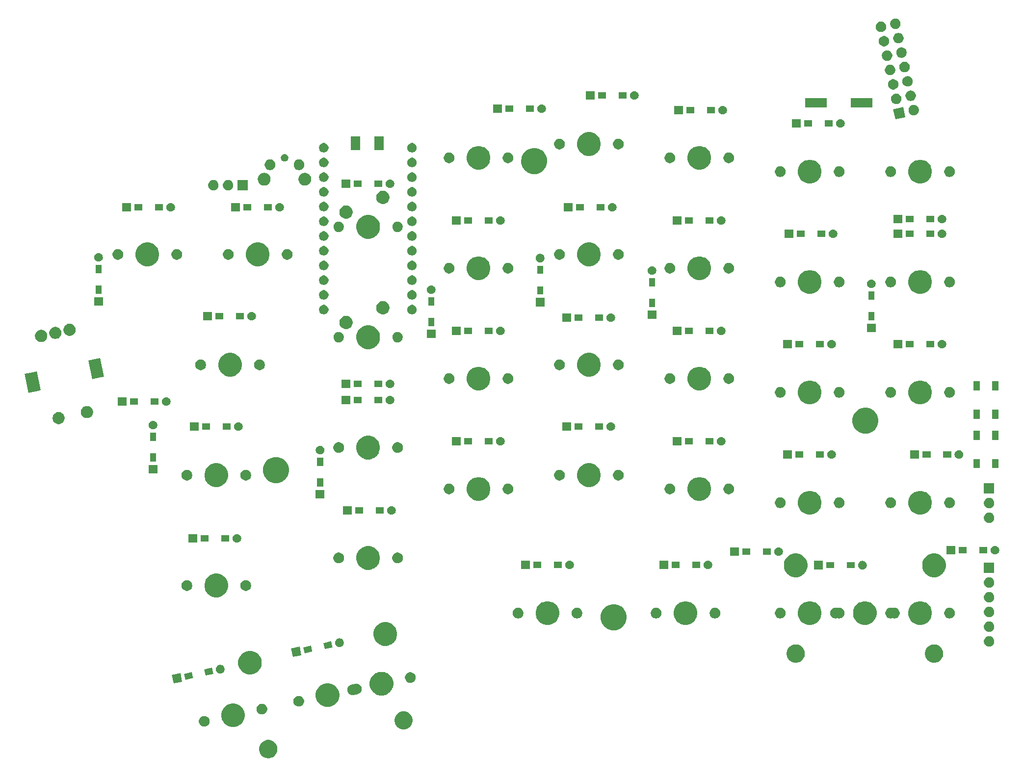
<source format=gts>
G04 #@! TF.GenerationSoftware,KiCad,Pcbnew,(5.1.5-0-10_14)*
G04 #@! TF.CreationDate,2020-05-14T06:06:27+09:00*
G04 #@! TF.ProjectId,Colice,436f6c69-6365-42e6-9b69-6361645f7063,rev?*
G04 #@! TF.SameCoordinates,Original*
G04 #@! TF.FileFunction,Soldermask,Top*
G04 #@! TF.FilePolarity,Negative*
%FSLAX46Y46*%
G04 Gerber Fmt 4.6, Leading zero omitted, Abs format (unit mm)*
G04 Created by KiCad (PCBNEW (5.1.5-0-10_14)) date 2020-05-14 06:06:27*
%MOMM*%
%LPD*%
G04 APERTURE LIST*
%ADD10C,0.100000*%
G04 APERTURE END LIST*
D10*
G36*
X66573176Y-160069657D02*
G01*
X66691902Y-160118835D01*
X66859806Y-160188383D01*
X66859807Y-160188384D01*
X67117769Y-160360748D01*
X67337148Y-160580127D01*
X67452318Y-160752492D01*
X67509513Y-160838090D01*
X67628239Y-161124721D01*
X67688765Y-161429006D01*
X67688765Y-161739256D01*
X67628239Y-162043541D01*
X67509513Y-162330172D01*
X67509512Y-162330173D01*
X67337148Y-162588135D01*
X67117769Y-162807514D01*
X66945404Y-162922684D01*
X66859806Y-162979879D01*
X66691902Y-163049427D01*
X66573176Y-163098605D01*
X66421032Y-163128868D01*
X66268890Y-163159131D01*
X65958640Y-163159131D01*
X65806498Y-163128868D01*
X65654354Y-163098605D01*
X65535628Y-163049427D01*
X65367724Y-162979879D01*
X65282126Y-162922684D01*
X65109761Y-162807514D01*
X64890382Y-162588135D01*
X64718018Y-162330173D01*
X64718017Y-162330172D01*
X64599291Y-162043541D01*
X64538765Y-161739256D01*
X64538765Y-161429006D01*
X64599291Y-161124721D01*
X64718017Y-160838090D01*
X64775212Y-160752492D01*
X64890382Y-160580127D01*
X65109761Y-160360748D01*
X65367723Y-160188384D01*
X65367724Y-160188383D01*
X65535628Y-160118835D01*
X65654354Y-160069657D01*
X65958640Y-160009131D01*
X66268890Y-160009131D01*
X66573176Y-160069657D01*
G37*
G36*
X89775284Y-155075294D02*
G01*
X89927428Y-155105557D01*
X90007862Y-155138874D01*
X90214058Y-155224283D01*
X90281652Y-155269448D01*
X90472021Y-155396648D01*
X90691400Y-155616027D01*
X90806570Y-155788392D01*
X90863765Y-155873990D01*
X90903918Y-155970928D01*
X90982491Y-156160620D01*
X91043017Y-156464907D01*
X91043017Y-156775155D01*
X90986032Y-157061642D01*
X90982491Y-157079441D01*
X90863765Y-157366072D01*
X90863764Y-157366073D01*
X90691400Y-157624035D01*
X90472021Y-157843414D01*
X90299656Y-157958584D01*
X90214058Y-158015779D01*
X90046154Y-158085327D01*
X89927428Y-158134505D01*
X89775284Y-158164768D01*
X89623142Y-158195031D01*
X89312892Y-158195031D01*
X89160750Y-158164768D01*
X89008606Y-158134505D01*
X88889880Y-158085327D01*
X88721976Y-158015779D01*
X88636378Y-157958584D01*
X88464013Y-157843414D01*
X88244634Y-157624035D01*
X88072270Y-157366073D01*
X88072269Y-157366072D01*
X87953543Y-157079441D01*
X87950003Y-157061642D01*
X87893017Y-156775155D01*
X87893017Y-156464907D01*
X87953543Y-156160620D01*
X88032116Y-155970928D01*
X88072269Y-155873990D01*
X88129464Y-155788392D01*
X88244634Y-155616027D01*
X88464013Y-155396648D01*
X88654382Y-155269448D01*
X88721976Y-155224283D01*
X88928172Y-155138874D01*
X89008606Y-155105557D01*
X89160750Y-155075294D01*
X89312892Y-155045031D01*
X89623142Y-155045031D01*
X89775284Y-155075294D01*
G37*
G36*
X60630604Y-153769032D02*
G01*
X60845626Y-153858097D01*
X61002753Y-153923181D01*
X61337678Y-154146971D01*
X61622507Y-154431800D01*
X61846297Y-154766725D01*
X61910147Y-154920874D01*
X62000446Y-155138874D01*
X62079030Y-155533942D01*
X62079030Y-155936754D01*
X62000446Y-156331822D01*
X61945320Y-156464907D01*
X61846297Y-156703971D01*
X61622507Y-157038896D01*
X61337678Y-157323725D01*
X61002753Y-157547515D01*
X60848604Y-157611365D01*
X60630604Y-157701664D01*
X60235536Y-157780248D01*
X59832724Y-157780248D01*
X59437656Y-157701664D01*
X59219656Y-157611365D01*
X59065507Y-157547515D01*
X58730582Y-157323725D01*
X58445753Y-157038896D01*
X58221963Y-156703971D01*
X58122940Y-156464907D01*
X58067814Y-156331822D01*
X57989230Y-155936754D01*
X57989230Y-155533942D01*
X58067814Y-155138874D01*
X58158113Y-154920874D01*
X58221963Y-154766725D01*
X58445753Y-154431800D01*
X58730582Y-154146971D01*
X59065507Y-153923181D01*
X59222634Y-153858097D01*
X59437656Y-153769032D01*
X59832724Y-153690448D01*
X60235536Y-153690448D01*
X60630604Y-153769032D01*
G37*
G36*
X55335244Y-155901124D02*
G01*
X55503766Y-155970928D01*
X55655431Y-156072267D01*
X55784412Y-156201248D01*
X55885751Y-156352913D01*
X55955555Y-156521435D01*
X55991140Y-156700336D01*
X55991140Y-156882742D01*
X55955555Y-157061643D01*
X55885751Y-157230165D01*
X55784412Y-157381830D01*
X55655431Y-157510811D01*
X55503766Y-157612150D01*
X55335244Y-157681954D01*
X55156343Y-157717539D01*
X54973937Y-157717539D01*
X54795036Y-157681954D01*
X54626514Y-157612150D01*
X54474849Y-157510811D01*
X54345868Y-157381830D01*
X54244529Y-157230165D01*
X54174725Y-157061643D01*
X54139140Y-156882742D01*
X54139140Y-156700336D01*
X54174725Y-156521435D01*
X54244529Y-156352913D01*
X54345868Y-156201248D01*
X54474849Y-156072267D01*
X54626514Y-155970928D01*
X54795036Y-155901124D01*
X54973937Y-155865539D01*
X55156343Y-155865539D01*
X55335244Y-155901124D01*
G37*
G36*
X65273224Y-153788742D02*
G01*
X65441746Y-153858546D01*
X65593411Y-153959885D01*
X65722392Y-154088866D01*
X65823731Y-154240531D01*
X65893535Y-154409053D01*
X65929120Y-154587954D01*
X65929120Y-154770360D01*
X65893535Y-154949261D01*
X65823731Y-155117783D01*
X65722392Y-155269448D01*
X65593411Y-155398429D01*
X65441746Y-155499768D01*
X65273224Y-155569572D01*
X65094323Y-155605157D01*
X64911917Y-155605157D01*
X64733016Y-155569572D01*
X64564494Y-155499768D01*
X64412829Y-155398429D01*
X64283848Y-155269448D01*
X64182509Y-155117783D01*
X64112705Y-154949261D01*
X64077120Y-154770360D01*
X64077120Y-154587954D01*
X64112705Y-154409053D01*
X64182509Y-154240531D01*
X64283848Y-154088866D01*
X64412829Y-153959885D01*
X64564494Y-153858546D01*
X64733016Y-153788742D01*
X64911917Y-153753157D01*
X65094323Y-153753157D01*
X65273224Y-153788742D01*
G37*
G36*
X76935102Y-150303404D02*
G01*
X77151205Y-150392917D01*
X77307251Y-150457553D01*
X77642176Y-150681343D01*
X77927005Y-150966172D01*
X78150795Y-151301097D01*
X78214645Y-151455246D01*
X78304944Y-151673246D01*
X78383528Y-152068314D01*
X78383528Y-152471126D01*
X78304944Y-152866194D01*
X78296207Y-152887286D01*
X78150795Y-153238343D01*
X77927005Y-153573268D01*
X77642176Y-153858097D01*
X77307251Y-154081887D01*
X77153102Y-154145737D01*
X76935102Y-154236036D01*
X76540034Y-154314620D01*
X76137222Y-154314620D01*
X75742154Y-154236036D01*
X75524154Y-154145737D01*
X75370005Y-154081887D01*
X75035080Y-153858097D01*
X74750251Y-153573268D01*
X74526461Y-153238343D01*
X74381049Y-152887286D01*
X74372312Y-152866194D01*
X74293728Y-152471126D01*
X74293728Y-152068314D01*
X74372312Y-151673246D01*
X74462611Y-151455246D01*
X74526461Y-151301097D01*
X74750251Y-150966172D01*
X75035080Y-150681343D01*
X75370005Y-150457553D01*
X75526051Y-150392917D01*
X75742154Y-150303404D01*
X76137222Y-150224820D01*
X76540034Y-150224820D01*
X76935102Y-150303404D01*
G37*
G36*
X71639742Y-152435496D02*
G01*
X71808264Y-152505300D01*
X71959929Y-152606639D01*
X72088910Y-152735620D01*
X72190249Y-152887285D01*
X72260053Y-153055807D01*
X72295638Y-153234708D01*
X72295638Y-153417114D01*
X72260053Y-153596015D01*
X72190249Y-153764537D01*
X72088910Y-153916202D01*
X71959929Y-154045183D01*
X71808264Y-154146522D01*
X71639742Y-154216326D01*
X71460841Y-154251911D01*
X71278435Y-154251911D01*
X71099534Y-154216326D01*
X70931012Y-154146522D01*
X70779347Y-154045183D01*
X70650366Y-153916202D01*
X70549027Y-153764537D01*
X70479223Y-153596015D01*
X70443638Y-153417114D01*
X70443638Y-153234708D01*
X70479223Y-153055807D01*
X70549027Y-152887285D01*
X70650366Y-152735620D01*
X70779347Y-152606639D01*
X70931012Y-152505300D01*
X71099534Y-152435496D01*
X71278435Y-152399911D01*
X71460841Y-152399911D01*
X71639742Y-152435496D01*
G37*
G36*
X86251958Y-148323046D02*
G01*
X86468064Y-148412560D01*
X86624107Y-148477195D01*
X86959032Y-148700985D01*
X87243861Y-148985814D01*
X87467651Y-149320739D01*
X87470577Y-149327803D01*
X87621800Y-149692888D01*
X87700384Y-150087956D01*
X87700384Y-150490768D01*
X87621800Y-150885836D01*
X87588523Y-150966173D01*
X87467651Y-151257985D01*
X87243861Y-151592910D01*
X86959032Y-151877739D01*
X86624107Y-152101529D01*
X86532813Y-152139344D01*
X86251958Y-152255678D01*
X85856890Y-152334262D01*
X85454078Y-152334262D01*
X85059010Y-152255678D01*
X84778155Y-152139344D01*
X84686861Y-152101529D01*
X84351936Y-151877739D01*
X84067107Y-151592910D01*
X83843317Y-151257985D01*
X83722445Y-150966173D01*
X83689168Y-150885836D01*
X83610584Y-150490768D01*
X83610584Y-150087956D01*
X83689168Y-149692888D01*
X83840391Y-149327803D01*
X83843317Y-149320739D01*
X84067107Y-148985814D01*
X84351936Y-148700985D01*
X84686861Y-148477195D01*
X84842904Y-148412560D01*
X85059010Y-148323046D01*
X85454078Y-148244462D01*
X85856890Y-148244462D01*
X86251958Y-148323046D01*
G37*
G36*
X81577722Y-150323114D02*
G01*
X81746244Y-150392918D01*
X81897909Y-150494257D01*
X82026890Y-150623238D01*
X82128229Y-150774903D01*
X82198033Y-150943425D01*
X82233618Y-151122326D01*
X82233618Y-151304732D01*
X82198033Y-151483633D01*
X82128229Y-151652155D01*
X82026890Y-151803820D01*
X81897909Y-151932801D01*
X81746244Y-152034140D01*
X81577722Y-152103944D01*
X81398821Y-152139529D01*
X81205076Y-152139529D01*
X81203202Y-152139344D01*
X81178816Y-152141741D01*
X81155365Y-152148849D01*
X81133742Y-152160403D01*
X81125120Y-152166164D01*
X80956598Y-152235968D01*
X80777697Y-152271553D01*
X80595291Y-152271553D01*
X80416390Y-152235968D01*
X80247868Y-152166164D01*
X80096203Y-152064825D01*
X79967222Y-151935844D01*
X79865883Y-151784179D01*
X79796079Y-151615657D01*
X79760494Y-151436756D01*
X79760494Y-151254350D01*
X79796079Y-151075449D01*
X79865883Y-150906927D01*
X79967222Y-150755262D01*
X80096203Y-150626281D01*
X80247868Y-150524942D01*
X80416390Y-150455138D01*
X80595291Y-150419553D01*
X80789036Y-150419553D01*
X80790910Y-150419738D01*
X80815296Y-150417341D01*
X80838747Y-150410233D01*
X80860370Y-150398679D01*
X80868992Y-150392918D01*
X81037514Y-150323114D01*
X81216415Y-150287529D01*
X81398821Y-150287529D01*
X81577722Y-150323114D01*
G37*
G36*
X51264210Y-149959437D02*
G01*
X49797965Y-150271096D01*
X49486306Y-148804851D01*
X50952551Y-148493192D01*
X51264210Y-149959437D01*
G37*
G36*
X90894578Y-148342756D02*
G01*
X91063100Y-148412560D01*
X91214765Y-148513899D01*
X91343746Y-148642880D01*
X91445085Y-148794545D01*
X91514889Y-148963067D01*
X91550474Y-149141968D01*
X91550474Y-149324374D01*
X91514889Y-149503275D01*
X91445085Y-149671797D01*
X91343746Y-149823462D01*
X91214765Y-149952443D01*
X91063100Y-150053782D01*
X90894578Y-150123586D01*
X90715677Y-150159171D01*
X90533271Y-150159171D01*
X90354370Y-150123586D01*
X90185848Y-150053782D01*
X90034183Y-149952443D01*
X89905202Y-149823462D01*
X89803863Y-149671797D01*
X89734059Y-149503275D01*
X89698474Y-149324374D01*
X89698474Y-149141968D01*
X89734059Y-148963067D01*
X89803863Y-148794545D01*
X89905202Y-148642880D01*
X90034183Y-148513899D01*
X90185848Y-148412560D01*
X90354370Y-148342756D01*
X90533271Y-148307171D01*
X90715677Y-148307171D01*
X90894578Y-148342756D01*
G37*
G36*
X53121331Y-149141968D02*
G01*
X53160831Y-149327803D01*
X51789468Y-149619295D01*
X51789467Y-149619295D01*
X51570745Y-148590283D01*
X51908204Y-148518554D01*
X52942108Y-148298791D01*
X52942109Y-148298791D01*
X53121331Y-149141968D01*
G37*
G36*
X56576573Y-148323047D02*
G01*
X56633255Y-148589717D01*
X55261892Y-148881209D01*
X55261891Y-148881209D01*
X55043169Y-147852197D01*
X55646120Y-147724036D01*
X56414532Y-147560705D01*
X56414533Y-147560705D01*
X56576573Y-148323047D01*
G37*
G36*
X63541665Y-144710845D02*
G01*
X63759665Y-144801144D01*
X63913814Y-144864994D01*
X64248739Y-145088784D01*
X64533568Y-145373613D01*
X64757358Y-145708538D01*
X64757358Y-145708539D01*
X64911507Y-146080687D01*
X64990091Y-146475755D01*
X64990091Y-146878567D01*
X64911507Y-147273635D01*
X64841422Y-147442834D01*
X64757358Y-147645784D01*
X64533568Y-147980709D01*
X64248739Y-148265538D01*
X63913814Y-148489328D01*
X63773721Y-148547356D01*
X63541665Y-148643477D01*
X63146597Y-148722061D01*
X62743785Y-148722061D01*
X62348717Y-148643477D01*
X62116661Y-148547356D01*
X61976568Y-148489328D01*
X61641643Y-148265538D01*
X61356814Y-147980709D01*
X61133024Y-147645784D01*
X61048960Y-147442834D01*
X60978875Y-147273635D01*
X60900291Y-146878567D01*
X60900291Y-146475755D01*
X60978875Y-146080687D01*
X61133024Y-145708539D01*
X61133024Y-145708538D01*
X61356814Y-145373613D01*
X61641643Y-145088784D01*
X61976568Y-144864994D01*
X62130717Y-144801144D01*
X62348717Y-144710845D01*
X62743785Y-144632261D01*
X63146597Y-144632261D01*
X63541665Y-144710845D01*
G37*
G36*
X57923167Y-147052455D02*
G01*
X58047363Y-147077158D01*
X58183764Y-147133657D01*
X58306521Y-147215681D01*
X58410917Y-147320077D01*
X58492941Y-147442834D01*
X58549440Y-147579235D01*
X58578242Y-147724037D01*
X58578242Y-147871675D01*
X58549440Y-148016477D01*
X58492941Y-148152878D01*
X58410917Y-148275635D01*
X58306521Y-148380031D01*
X58183764Y-148462055D01*
X58047363Y-148518554D01*
X57923167Y-148543257D01*
X57902562Y-148547356D01*
X57754922Y-148547356D01*
X57734317Y-148543257D01*
X57610121Y-148518554D01*
X57473720Y-148462055D01*
X57350963Y-148380031D01*
X57246567Y-148275635D01*
X57164543Y-148152878D01*
X57108044Y-148016477D01*
X57079242Y-147871675D01*
X57079242Y-147724037D01*
X57108044Y-147579235D01*
X57164543Y-147442834D01*
X57246567Y-147320077D01*
X57350963Y-147215681D01*
X57473720Y-147133657D01*
X57610121Y-147077158D01*
X57734317Y-147052455D01*
X57754922Y-147048356D01*
X57902562Y-147048356D01*
X57923167Y-147052455D01*
G37*
G36*
X181314017Y-143553343D02*
G01*
X181466161Y-143583606D01*
X181584887Y-143632784D01*
X181752791Y-143702332D01*
X181754741Y-143703635D01*
X182010754Y-143874697D01*
X182230133Y-144094076D01*
X182322859Y-144232851D01*
X182402498Y-144352039D01*
X182472046Y-144519943D01*
X182521224Y-144638669D01*
X182535581Y-144710846D01*
X182581750Y-144942955D01*
X182581750Y-145253205D01*
X182521224Y-145557490D01*
X182402498Y-145844121D01*
X182402497Y-145844122D01*
X182230133Y-146102084D01*
X182010754Y-146321463D01*
X181838389Y-146436633D01*
X181752791Y-146493828D01*
X181584887Y-146563376D01*
X181466161Y-146612554D01*
X181314017Y-146642817D01*
X181161875Y-146673080D01*
X180851625Y-146673080D01*
X180699483Y-146642817D01*
X180547339Y-146612554D01*
X180428613Y-146563376D01*
X180260709Y-146493828D01*
X180175111Y-146436633D01*
X180002746Y-146321463D01*
X179783367Y-146102084D01*
X179611003Y-145844122D01*
X179611002Y-145844121D01*
X179492276Y-145557490D01*
X179431750Y-145253205D01*
X179431750Y-144942955D01*
X179477919Y-144710846D01*
X179492276Y-144638669D01*
X179541454Y-144519943D01*
X179611002Y-144352039D01*
X179690641Y-144232851D01*
X179783367Y-144094076D01*
X180002746Y-143874697D01*
X180258759Y-143703635D01*
X180260709Y-143702332D01*
X180428613Y-143632784D01*
X180547339Y-143583606D01*
X180699483Y-143553343D01*
X180851625Y-143523080D01*
X181161875Y-143523080D01*
X181314017Y-143553343D01*
G37*
G36*
X157438017Y-143553343D02*
G01*
X157590161Y-143583606D01*
X157708887Y-143632784D01*
X157876791Y-143702332D01*
X157878741Y-143703635D01*
X158134754Y-143874697D01*
X158354133Y-144094076D01*
X158446859Y-144232851D01*
X158526498Y-144352039D01*
X158596046Y-144519943D01*
X158645224Y-144638669D01*
X158659581Y-144710846D01*
X158705750Y-144942955D01*
X158705750Y-145253205D01*
X158645224Y-145557490D01*
X158526498Y-145844121D01*
X158526497Y-145844122D01*
X158354133Y-146102084D01*
X158134754Y-146321463D01*
X157962389Y-146436633D01*
X157876791Y-146493828D01*
X157708887Y-146563376D01*
X157590161Y-146612554D01*
X157438017Y-146642817D01*
X157285875Y-146673080D01*
X156975625Y-146673080D01*
X156823483Y-146642817D01*
X156671339Y-146612554D01*
X156552613Y-146563376D01*
X156384709Y-146493828D01*
X156299111Y-146436633D01*
X156126746Y-146321463D01*
X155907367Y-146102084D01*
X155735003Y-145844122D01*
X155735002Y-145844121D01*
X155616276Y-145557490D01*
X155555750Y-145253205D01*
X155555750Y-144942955D01*
X155601919Y-144710846D01*
X155616276Y-144638669D01*
X155665454Y-144519943D01*
X155735002Y-144352039D01*
X155814641Y-144232851D01*
X155907367Y-144094076D01*
X156126746Y-143874697D01*
X156382759Y-143703635D01*
X156384709Y-143702332D01*
X156552613Y-143632784D01*
X156671339Y-143583606D01*
X156823483Y-143553343D01*
X156975625Y-143523080D01*
X157285875Y-143523080D01*
X157438017Y-143553343D01*
G37*
G36*
X71838210Y-145387437D02*
G01*
X70371965Y-145699096D01*
X70060306Y-144232851D01*
X71526551Y-143921192D01*
X71838210Y-145387437D01*
G37*
G36*
X73709934Y-144638670D02*
G01*
X73734831Y-144755803D01*
X72363468Y-145047295D01*
X72363467Y-145047295D01*
X72144745Y-144018283D01*
X72482204Y-143946554D01*
X73516108Y-143726791D01*
X73516109Y-143726791D01*
X73709934Y-144638670D01*
G37*
G36*
X77175512Y-143868376D02*
G01*
X77207255Y-144017717D01*
X75835892Y-144309209D01*
X75835891Y-144309209D01*
X75617169Y-143280197D01*
X75689550Y-143264812D01*
X76988532Y-142988705D01*
X76988533Y-142988705D01*
X77175512Y-143868376D01*
G37*
G36*
X78497167Y-142480455D02*
G01*
X78621363Y-142505158D01*
X78757764Y-142561657D01*
X78880521Y-142643681D01*
X78984917Y-142748077D01*
X79066941Y-142870834D01*
X79123440Y-143007235D01*
X79152242Y-143152037D01*
X79152242Y-143299675D01*
X79123440Y-143444477D01*
X79066941Y-143580878D01*
X78984917Y-143703635D01*
X78880521Y-143808031D01*
X78757764Y-143890055D01*
X78621363Y-143946554D01*
X78497167Y-143971257D01*
X78476562Y-143975356D01*
X78328922Y-143975356D01*
X78308317Y-143971257D01*
X78184121Y-143946554D01*
X78047720Y-143890055D01*
X77924963Y-143808031D01*
X77820567Y-143703635D01*
X77738543Y-143580878D01*
X77682044Y-143444477D01*
X77653242Y-143299675D01*
X77653242Y-143152037D01*
X77682044Y-143007235D01*
X77738543Y-142870834D01*
X77820567Y-142748077D01*
X77924963Y-142643681D01*
X78047720Y-142561657D01*
X78184121Y-142505158D01*
X78308317Y-142480455D01*
X78328922Y-142476356D01*
X78476562Y-142476356D01*
X78497167Y-142480455D01*
G37*
G36*
X190613512Y-142105927D02*
G01*
X190762812Y-142135624D01*
X190926784Y-142203544D01*
X191074354Y-142302147D01*
X191199853Y-142427646D01*
X191298456Y-142575216D01*
X191366376Y-142739188D01*
X191401000Y-142913259D01*
X191401000Y-143090741D01*
X191366376Y-143264812D01*
X191298456Y-143428784D01*
X191199853Y-143576354D01*
X191074354Y-143701853D01*
X190926784Y-143800456D01*
X190762812Y-143868376D01*
X190613512Y-143898073D01*
X190588742Y-143903000D01*
X190411258Y-143903000D01*
X190386488Y-143898073D01*
X190237188Y-143868376D01*
X190073216Y-143800456D01*
X189925646Y-143701853D01*
X189800147Y-143576354D01*
X189701544Y-143428784D01*
X189633624Y-143264812D01*
X189599000Y-143090741D01*
X189599000Y-142913259D01*
X189633624Y-142739188D01*
X189701544Y-142575216D01*
X189800147Y-142427646D01*
X189925646Y-142302147D01*
X190073216Y-142203544D01*
X190237188Y-142135624D01*
X190386488Y-142105927D01*
X190411258Y-142101000D01*
X190588742Y-142101000D01*
X190613512Y-142105927D01*
G37*
G36*
X86895917Y-139746746D02*
G01*
X87113917Y-139837045D01*
X87268066Y-139900895D01*
X87602991Y-140124685D01*
X87887820Y-140409514D01*
X88111610Y-140744439D01*
X88137031Y-140805811D01*
X88265759Y-141116588D01*
X88344343Y-141511656D01*
X88344343Y-141914468D01*
X88265759Y-142309536D01*
X88196660Y-142476356D01*
X88111610Y-142681685D01*
X87887820Y-143016610D01*
X87602991Y-143301439D01*
X87268066Y-143525229D01*
X87144641Y-143576353D01*
X86895917Y-143679378D01*
X86500849Y-143757962D01*
X86098037Y-143757962D01*
X85702969Y-143679378D01*
X85454245Y-143576353D01*
X85330820Y-143525229D01*
X84995895Y-143301439D01*
X84711066Y-143016610D01*
X84487276Y-142681685D01*
X84402226Y-142476356D01*
X84333127Y-142309536D01*
X84254543Y-141914468D01*
X84254543Y-141511656D01*
X84333127Y-141116588D01*
X84461855Y-140805811D01*
X84487276Y-140744439D01*
X84711066Y-140409514D01*
X84995895Y-140124685D01*
X85330820Y-139900895D01*
X85484969Y-139837045D01*
X85702969Y-139746746D01*
X86098037Y-139668162D01*
X86500849Y-139668162D01*
X86895917Y-139746746D01*
G37*
G36*
X190613512Y-139565927D02*
G01*
X190762812Y-139595624D01*
X190926784Y-139663544D01*
X191074354Y-139762147D01*
X191199853Y-139887646D01*
X191298456Y-140035216D01*
X191366376Y-140199188D01*
X191401000Y-140373259D01*
X191401000Y-140550741D01*
X191366376Y-140724812D01*
X191298456Y-140888784D01*
X191199853Y-141036354D01*
X191074354Y-141161853D01*
X190926784Y-141260456D01*
X190762812Y-141328376D01*
X190613512Y-141358073D01*
X190588742Y-141363000D01*
X190411258Y-141363000D01*
X190386488Y-141358073D01*
X190237188Y-141328376D01*
X190073216Y-141260456D01*
X189925646Y-141161853D01*
X189800147Y-141036354D01*
X189701544Y-140888784D01*
X189633624Y-140724812D01*
X189599000Y-140550741D01*
X189599000Y-140373259D01*
X189633624Y-140199188D01*
X189701544Y-140035216D01*
X189800147Y-139887646D01*
X189925646Y-139762147D01*
X190073216Y-139663544D01*
X190237188Y-139595624D01*
X190386488Y-139565927D01*
X190411258Y-139561000D01*
X190588742Y-139561000D01*
X190613512Y-139565927D01*
G37*
G36*
X126005880Y-136570776D02*
G01*
X126386593Y-136646504D01*
X126796249Y-136816189D01*
X127164929Y-137062534D01*
X127478466Y-137376071D01*
X127724811Y-137744751D01*
X127894496Y-138154407D01*
X127981000Y-138589296D01*
X127981000Y-139032704D01*
X127894496Y-139467593D01*
X127724811Y-139877249D01*
X127478466Y-140245929D01*
X127164929Y-140559466D01*
X126796249Y-140805811D01*
X126386593Y-140975496D01*
X126005880Y-141051224D01*
X125951705Y-141062000D01*
X125508295Y-141062000D01*
X125454120Y-141051224D01*
X125073407Y-140975496D01*
X124663751Y-140805811D01*
X124295071Y-140559466D01*
X123981534Y-140245929D01*
X123735189Y-139877249D01*
X123565504Y-139467593D01*
X123479000Y-139032704D01*
X123479000Y-138589296D01*
X123565504Y-138154407D01*
X123735189Y-137744751D01*
X123981534Y-137376071D01*
X124295071Y-137062534D01*
X124663751Y-136816189D01*
X125073407Y-136646504D01*
X125454120Y-136570776D01*
X125508295Y-136560000D01*
X125951705Y-136560000D01*
X126005880Y-136570776D01*
G37*
G36*
X114896474Y-136146764D02*
G01*
X115114474Y-136237063D01*
X115268623Y-136300913D01*
X115603548Y-136524703D01*
X115888377Y-136809532D01*
X116112167Y-137144457D01*
X116147433Y-137229598D01*
X116266316Y-137516606D01*
X116344900Y-137911674D01*
X116344900Y-138314486D01*
X116266316Y-138709554D01*
X116215451Y-138832352D01*
X116112167Y-139081703D01*
X115888377Y-139416628D01*
X115603548Y-139701457D01*
X115268623Y-139925247D01*
X115114474Y-139989097D01*
X114896474Y-140079396D01*
X114501406Y-140157980D01*
X114098594Y-140157980D01*
X113703526Y-140079396D01*
X113485526Y-139989097D01*
X113331377Y-139925247D01*
X112996452Y-139701457D01*
X112711623Y-139416628D01*
X112487833Y-139081703D01*
X112384549Y-138832352D01*
X112333684Y-138709554D01*
X112255100Y-138314486D01*
X112255100Y-137911674D01*
X112333684Y-137516606D01*
X112452567Y-137229598D01*
X112487833Y-137144457D01*
X112711623Y-136809532D01*
X112996452Y-136524703D01*
X113331377Y-136300913D01*
X113485526Y-136237063D01*
X113703526Y-136146764D01*
X114098594Y-136068180D01*
X114501406Y-136068180D01*
X114896474Y-136146764D01*
G37*
G36*
X179190224Y-136146764D02*
G01*
X179408224Y-136237063D01*
X179562373Y-136300913D01*
X179897298Y-136524703D01*
X180182127Y-136809532D01*
X180405917Y-137144457D01*
X180441183Y-137229598D01*
X180560066Y-137516606D01*
X180638650Y-137911674D01*
X180638650Y-138314486D01*
X180560066Y-138709554D01*
X180509201Y-138832352D01*
X180405917Y-139081703D01*
X180182127Y-139416628D01*
X179897298Y-139701457D01*
X179562373Y-139925247D01*
X179408224Y-139989097D01*
X179190224Y-140079396D01*
X178795156Y-140157980D01*
X178392344Y-140157980D01*
X177997276Y-140079396D01*
X177779276Y-139989097D01*
X177625127Y-139925247D01*
X177290202Y-139701457D01*
X177005373Y-139416628D01*
X176781583Y-139081703D01*
X176678299Y-138832352D01*
X176627434Y-138709554D01*
X176548850Y-138314486D01*
X176548850Y-137911674D01*
X176627434Y-137516606D01*
X176746317Y-137229598D01*
X176781583Y-137144457D01*
X177005373Y-136809532D01*
X177290202Y-136524703D01*
X177625127Y-136300913D01*
X177779276Y-136237063D01*
X177997276Y-136146764D01*
X178392344Y-136068180D01*
X178795156Y-136068180D01*
X179190224Y-136146764D01*
G37*
G36*
X160140224Y-136146764D02*
G01*
X160358224Y-136237063D01*
X160512373Y-136300913D01*
X160847298Y-136524703D01*
X161132127Y-136809532D01*
X161355917Y-137144457D01*
X161391183Y-137229598D01*
X161510066Y-137516606D01*
X161588650Y-137911674D01*
X161588650Y-138314486D01*
X161510066Y-138709554D01*
X161459201Y-138832352D01*
X161355917Y-139081703D01*
X161132127Y-139416628D01*
X160847298Y-139701457D01*
X160512373Y-139925247D01*
X160358224Y-139989097D01*
X160140224Y-140079396D01*
X159745156Y-140157980D01*
X159342344Y-140157980D01*
X158947276Y-140079396D01*
X158729276Y-139989097D01*
X158575127Y-139925247D01*
X158240202Y-139701457D01*
X157955373Y-139416628D01*
X157731583Y-139081703D01*
X157628299Y-138832352D01*
X157577434Y-138709554D01*
X157498850Y-138314486D01*
X157498850Y-137911674D01*
X157577434Y-137516606D01*
X157696317Y-137229598D01*
X157731583Y-137144457D01*
X157955373Y-136809532D01*
X158240202Y-136524703D01*
X158575127Y-136300913D01*
X158729276Y-136237063D01*
X158947276Y-136146764D01*
X159342344Y-136068180D01*
X159745156Y-136068180D01*
X160140224Y-136146764D01*
G37*
G36*
X138708974Y-136146764D02*
G01*
X138926974Y-136237063D01*
X139081123Y-136300913D01*
X139416048Y-136524703D01*
X139700877Y-136809532D01*
X139924667Y-137144457D01*
X139959933Y-137229598D01*
X140078816Y-137516606D01*
X140157400Y-137911674D01*
X140157400Y-138314486D01*
X140078816Y-138709554D01*
X140027951Y-138832352D01*
X139924667Y-139081703D01*
X139700877Y-139416628D01*
X139416048Y-139701457D01*
X139081123Y-139925247D01*
X138926974Y-139989097D01*
X138708974Y-140079396D01*
X138313906Y-140157980D01*
X137911094Y-140157980D01*
X137516026Y-140079396D01*
X137298026Y-139989097D01*
X137143877Y-139925247D01*
X136808952Y-139701457D01*
X136524123Y-139416628D01*
X136300333Y-139081703D01*
X136197049Y-138832352D01*
X136146184Y-138709554D01*
X136067600Y-138314486D01*
X136067600Y-137911674D01*
X136146184Y-137516606D01*
X136265067Y-137229598D01*
X136300333Y-137144457D01*
X136524123Y-136809532D01*
X136808952Y-136524703D01*
X137143877Y-136300913D01*
X137298026Y-136237063D01*
X137516026Y-136146764D01*
X137911094Y-136068180D01*
X138313906Y-136068180D01*
X138708974Y-136146764D01*
G37*
G36*
X169665224Y-136146764D02*
G01*
X169883224Y-136237063D01*
X170037373Y-136300913D01*
X170372298Y-136524703D01*
X170657127Y-136809532D01*
X170880917Y-137144457D01*
X170916183Y-137229598D01*
X171035066Y-137516606D01*
X171113650Y-137911674D01*
X171113650Y-138314486D01*
X171035066Y-138709554D01*
X170984201Y-138832352D01*
X170880917Y-139081703D01*
X170657127Y-139416628D01*
X170372298Y-139701457D01*
X170037373Y-139925247D01*
X169883224Y-139989097D01*
X169665224Y-140079396D01*
X169270156Y-140157980D01*
X168867344Y-140157980D01*
X168472276Y-140079396D01*
X168254276Y-139989097D01*
X168100127Y-139925247D01*
X167765202Y-139701457D01*
X167480373Y-139416628D01*
X167256583Y-139081703D01*
X167153299Y-138832352D01*
X167102434Y-138709554D01*
X167023850Y-138314486D01*
X167023850Y-137911674D01*
X167102434Y-137516606D01*
X167221317Y-137229598D01*
X167256583Y-137144457D01*
X167480373Y-136809532D01*
X167765202Y-136524703D01*
X168100127Y-136300913D01*
X168254276Y-136237063D01*
X168472276Y-136146764D01*
X168867344Y-136068180D01*
X169270156Y-136068180D01*
X169665224Y-136146764D01*
G37*
G36*
X133302604Y-137222665D02*
G01*
X133471126Y-137292469D01*
X133622791Y-137393808D01*
X133751772Y-137522789D01*
X133853111Y-137674454D01*
X133922915Y-137842976D01*
X133958500Y-138021877D01*
X133958500Y-138204283D01*
X133922915Y-138383184D01*
X133853111Y-138551706D01*
X133751772Y-138703371D01*
X133622791Y-138832352D01*
X133471126Y-138933691D01*
X133302604Y-139003495D01*
X133123703Y-139039080D01*
X132941297Y-139039080D01*
X132762396Y-139003495D01*
X132593874Y-138933691D01*
X132442209Y-138832352D01*
X132313228Y-138703371D01*
X132211889Y-138551706D01*
X132142085Y-138383184D01*
X132106500Y-138204283D01*
X132106500Y-138021877D01*
X132142085Y-137842976D01*
X132211889Y-137674454D01*
X132313228Y-137522789D01*
X132442209Y-137393808D01*
X132593874Y-137292469D01*
X132762396Y-137222665D01*
X132941297Y-137187080D01*
X133123703Y-137187080D01*
X133302604Y-137222665D01*
G37*
G36*
X154733854Y-137222665D02*
G01*
X154902376Y-137292469D01*
X155054041Y-137393808D01*
X155183022Y-137522789D01*
X155284361Y-137674454D01*
X155354165Y-137842976D01*
X155389750Y-138021877D01*
X155389750Y-138204283D01*
X155354165Y-138383184D01*
X155284361Y-138551706D01*
X155183022Y-138703371D01*
X155054041Y-138832352D01*
X154902376Y-138933691D01*
X154733854Y-139003495D01*
X154554953Y-139039080D01*
X154372547Y-139039080D01*
X154193646Y-139003495D01*
X154025124Y-138933691D01*
X153873459Y-138832352D01*
X153744478Y-138703371D01*
X153643139Y-138551706D01*
X153573335Y-138383184D01*
X153537750Y-138204283D01*
X153537750Y-138021877D01*
X153573335Y-137842976D01*
X153643139Y-137674454D01*
X153744478Y-137522789D01*
X153873459Y-137393808D01*
X154025124Y-137292469D01*
X154193646Y-137222665D01*
X154372547Y-137187080D01*
X154554953Y-137187080D01*
X154733854Y-137222665D01*
G37*
G36*
X183943854Y-137222665D02*
G01*
X184112376Y-137292469D01*
X184264041Y-137393808D01*
X184393022Y-137522789D01*
X184494361Y-137674454D01*
X184564165Y-137842976D01*
X184599750Y-138021877D01*
X184599750Y-138204283D01*
X184564165Y-138383184D01*
X184494361Y-138551706D01*
X184393022Y-138703371D01*
X184264041Y-138832352D01*
X184112376Y-138933691D01*
X183943854Y-139003495D01*
X183764953Y-139039080D01*
X183582547Y-139039080D01*
X183403646Y-139003495D01*
X183235124Y-138933691D01*
X183083459Y-138832352D01*
X182954478Y-138703371D01*
X182853139Y-138551706D01*
X182783335Y-138383184D01*
X182747750Y-138204283D01*
X182747750Y-138021877D01*
X182783335Y-137842976D01*
X182853139Y-137674454D01*
X182954478Y-137522789D01*
X183083459Y-137393808D01*
X183235124Y-137292469D01*
X183403646Y-137222665D01*
X183582547Y-137187080D01*
X183764953Y-137187080D01*
X183943854Y-137222665D01*
G37*
G36*
X164258854Y-137222665D02*
G01*
X164258860Y-137222668D01*
X164259315Y-137222758D01*
X164281868Y-137229598D01*
X164306254Y-137231999D01*
X164330640Y-137229596D01*
X164353185Y-137222758D01*
X164353640Y-137222668D01*
X164353646Y-137222665D01*
X164532547Y-137187080D01*
X164714953Y-137187080D01*
X164893854Y-137222665D01*
X165062376Y-137292469D01*
X165214041Y-137393808D01*
X165343022Y-137522789D01*
X165444361Y-137674454D01*
X165514165Y-137842976D01*
X165549750Y-138021877D01*
X165549750Y-138204283D01*
X165514165Y-138383184D01*
X165444361Y-138551706D01*
X165343022Y-138703371D01*
X165214041Y-138832352D01*
X165062376Y-138933691D01*
X164893854Y-139003495D01*
X164714953Y-139039080D01*
X164532547Y-139039080D01*
X164353646Y-139003495D01*
X164353640Y-139003492D01*
X164353185Y-139003402D01*
X164330632Y-138996562D01*
X164306246Y-138994161D01*
X164281860Y-138996564D01*
X164259315Y-139003402D01*
X164258860Y-139003492D01*
X164258854Y-139003495D01*
X164079953Y-139039080D01*
X163897547Y-139039080D01*
X163718646Y-139003495D01*
X163550124Y-138933691D01*
X163398459Y-138832352D01*
X163269478Y-138703371D01*
X163168139Y-138551706D01*
X163098335Y-138383184D01*
X163062750Y-138204283D01*
X163062750Y-138021877D01*
X163098335Y-137842976D01*
X163168139Y-137674454D01*
X163269478Y-137522789D01*
X163398459Y-137393808D01*
X163550124Y-137292469D01*
X163718646Y-137222665D01*
X163897547Y-137187080D01*
X164079953Y-137187080D01*
X164258854Y-137222665D01*
G37*
G36*
X173783854Y-137222665D02*
G01*
X173783860Y-137222668D01*
X173784315Y-137222758D01*
X173806868Y-137229598D01*
X173831254Y-137231999D01*
X173855640Y-137229596D01*
X173878185Y-137222758D01*
X173878640Y-137222668D01*
X173878646Y-137222665D01*
X174057547Y-137187080D01*
X174239953Y-137187080D01*
X174418854Y-137222665D01*
X174587376Y-137292469D01*
X174739041Y-137393808D01*
X174868022Y-137522789D01*
X174969361Y-137674454D01*
X175039165Y-137842976D01*
X175074750Y-138021877D01*
X175074750Y-138204283D01*
X175039165Y-138383184D01*
X174969361Y-138551706D01*
X174868022Y-138703371D01*
X174739041Y-138832352D01*
X174587376Y-138933691D01*
X174418854Y-139003495D01*
X174239953Y-139039080D01*
X174057547Y-139039080D01*
X173878646Y-139003495D01*
X173878640Y-139003492D01*
X173878185Y-139003402D01*
X173855632Y-138996562D01*
X173831246Y-138994161D01*
X173806860Y-138996564D01*
X173784315Y-139003402D01*
X173783860Y-139003492D01*
X173783854Y-139003495D01*
X173604953Y-139039080D01*
X173422547Y-139039080D01*
X173243646Y-139003495D01*
X173075124Y-138933691D01*
X172923459Y-138832352D01*
X172794478Y-138703371D01*
X172693139Y-138551706D01*
X172623335Y-138383184D01*
X172587750Y-138204283D01*
X172587750Y-138021877D01*
X172623335Y-137842976D01*
X172693139Y-137674454D01*
X172794478Y-137522789D01*
X172923459Y-137393808D01*
X173075124Y-137292469D01*
X173243646Y-137222665D01*
X173422547Y-137187080D01*
X173604953Y-137187080D01*
X173783854Y-137222665D01*
G37*
G36*
X109490104Y-137222665D02*
G01*
X109658626Y-137292469D01*
X109810291Y-137393808D01*
X109939272Y-137522789D01*
X110040611Y-137674454D01*
X110110415Y-137842976D01*
X110146000Y-138021877D01*
X110146000Y-138204283D01*
X110110415Y-138383184D01*
X110040611Y-138551706D01*
X109939272Y-138703371D01*
X109810291Y-138832352D01*
X109658626Y-138933691D01*
X109490104Y-139003495D01*
X109311203Y-139039080D01*
X109128797Y-139039080D01*
X108949896Y-139003495D01*
X108781374Y-138933691D01*
X108629709Y-138832352D01*
X108500728Y-138703371D01*
X108399389Y-138551706D01*
X108329585Y-138383184D01*
X108294000Y-138204283D01*
X108294000Y-138021877D01*
X108329585Y-137842976D01*
X108399389Y-137674454D01*
X108500728Y-137522789D01*
X108629709Y-137393808D01*
X108781374Y-137292469D01*
X108949896Y-137222665D01*
X109128797Y-137187080D01*
X109311203Y-137187080D01*
X109490104Y-137222665D01*
G37*
G36*
X119650104Y-137222665D02*
G01*
X119818626Y-137292469D01*
X119970291Y-137393808D01*
X120099272Y-137522789D01*
X120200611Y-137674454D01*
X120270415Y-137842976D01*
X120306000Y-138021877D01*
X120306000Y-138204283D01*
X120270415Y-138383184D01*
X120200611Y-138551706D01*
X120099272Y-138703371D01*
X119970291Y-138832352D01*
X119818626Y-138933691D01*
X119650104Y-139003495D01*
X119471203Y-139039080D01*
X119288797Y-139039080D01*
X119109896Y-139003495D01*
X118941374Y-138933691D01*
X118789709Y-138832352D01*
X118660728Y-138703371D01*
X118559389Y-138551706D01*
X118489585Y-138383184D01*
X118454000Y-138204283D01*
X118454000Y-138021877D01*
X118489585Y-137842976D01*
X118559389Y-137674454D01*
X118660728Y-137522789D01*
X118789709Y-137393808D01*
X118941374Y-137292469D01*
X119109896Y-137222665D01*
X119288797Y-137187080D01*
X119471203Y-137187080D01*
X119650104Y-137222665D01*
G37*
G36*
X143462604Y-137222665D02*
G01*
X143631126Y-137292469D01*
X143782791Y-137393808D01*
X143911772Y-137522789D01*
X144013111Y-137674454D01*
X144082915Y-137842976D01*
X144118500Y-138021877D01*
X144118500Y-138204283D01*
X144082915Y-138383184D01*
X144013111Y-138551706D01*
X143911772Y-138703371D01*
X143782791Y-138832352D01*
X143631126Y-138933691D01*
X143462604Y-139003495D01*
X143283703Y-139039080D01*
X143101297Y-139039080D01*
X142922396Y-139003495D01*
X142753874Y-138933691D01*
X142602209Y-138832352D01*
X142473228Y-138703371D01*
X142371889Y-138551706D01*
X142302085Y-138383184D01*
X142266500Y-138204283D01*
X142266500Y-138021877D01*
X142302085Y-137842976D01*
X142371889Y-137674454D01*
X142473228Y-137522789D01*
X142602209Y-137393808D01*
X142753874Y-137292469D01*
X142922396Y-137222665D01*
X143101297Y-137187080D01*
X143283703Y-137187080D01*
X143462604Y-137222665D01*
G37*
G36*
X190613512Y-137025927D02*
G01*
X190762812Y-137055624D01*
X190926784Y-137123544D01*
X191074354Y-137222147D01*
X191199853Y-137347646D01*
X191298456Y-137495216D01*
X191366376Y-137659188D01*
X191401000Y-137833259D01*
X191401000Y-138010741D01*
X191366376Y-138184812D01*
X191298456Y-138348784D01*
X191199853Y-138496354D01*
X191074354Y-138621853D01*
X190926784Y-138720456D01*
X190762812Y-138788376D01*
X190613512Y-138818073D01*
X190588742Y-138823000D01*
X190411258Y-138823000D01*
X190386488Y-138818073D01*
X190237188Y-138788376D01*
X190073216Y-138720456D01*
X189925646Y-138621853D01*
X189800147Y-138496354D01*
X189701544Y-138348784D01*
X189633624Y-138184812D01*
X189599000Y-138010741D01*
X189599000Y-137833259D01*
X189633624Y-137659188D01*
X189701544Y-137495216D01*
X189800147Y-137347646D01*
X189925646Y-137222147D01*
X190073216Y-137123544D01*
X190237188Y-137055624D01*
X190386488Y-137025927D01*
X190411258Y-137021000D01*
X190588742Y-137021000D01*
X190613512Y-137025927D01*
G37*
G36*
X190613512Y-134485927D02*
G01*
X190762812Y-134515624D01*
X190926784Y-134583544D01*
X191074354Y-134682147D01*
X191199853Y-134807646D01*
X191298456Y-134955216D01*
X191366376Y-135119188D01*
X191401000Y-135293259D01*
X191401000Y-135470741D01*
X191366376Y-135644812D01*
X191298456Y-135808784D01*
X191199853Y-135956354D01*
X191074354Y-136081853D01*
X190926784Y-136180456D01*
X190762812Y-136248376D01*
X190613512Y-136278073D01*
X190588742Y-136283000D01*
X190411258Y-136283000D01*
X190386488Y-136278073D01*
X190237188Y-136248376D01*
X190073216Y-136180456D01*
X189925646Y-136081853D01*
X189800147Y-135956354D01*
X189701544Y-135808784D01*
X189633624Y-135644812D01*
X189599000Y-135470741D01*
X189599000Y-135293259D01*
X189633624Y-135119188D01*
X189701544Y-134955216D01*
X189800147Y-134807646D01*
X189925646Y-134682147D01*
X190073216Y-134583544D01*
X190237188Y-134515624D01*
X190386488Y-134485927D01*
X190411258Y-134481000D01*
X190588742Y-134481000D01*
X190613512Y-134485927D01*
G37*
G36*
X57746474Y-131384244D02*
G01*
X57896669Y-131446457D01*
X58118623Y-131538393D01*
X58453548Y-131762183D01*
X58738377Y-132047012D01*
X58962167Y-132381937D01*
X58994562Y-132460146D01*
X59116316Y-132754086D01*
X59194900Y-133149154D01*
X59194900Y-133551966D01*
X59116316Y-133947034D01*
X59065451Y-134069832D01*
X58962167Y-134319183D01*
X58738377Y-134654108D01*
X58453548Y-134938937D01*
X58118623Y-135162727D01*
X57964474Y-135226577D01*
X57746474Y-135316876D01*
X57351406Y-135395460D01*
X56948594Y-135395460D01*
X56553526Y-135316876D01*
X56335526Y-135226577D01*
X56181377Y-135162727D01*
X55846452Y-134938937D01*
X55561623Y-134654108D01*
X55337833Y-134319183D01*
X55234549Y-134069832D01*
X55183684Y-133947034D01*
X55105100Y-133551966D01*
X55105100Y-133149154D01*
X55183684Y-132754086D01*
X55305438Y-132460146D01*
X55337833Y-132381937D01*
X55561623Y-132047012D01*
X55846452Y-131762183D01*
X56181377Y-131538393D01*
X56403331Y-131446457D01*
X56553526Y-131384244D01*
X56948594Y-131305660D01*
X57351406Y-131305660D01*
X57746474Y-131384244D01*
G37*
G36*
X52340104Y-132460145D02*
G01*
X52508626Y-132529949D01*
X52660291Y-132631288D01*
X52789272Y-132760269D01*
X52890611Y-132911934D01*
X52960415Y-133080456D01*
X52996000Y-133259357D01*
X52996000Y-133441763D01*
X52960415Y-133620664D01*
X52890611Y-133789186D01*
X52789272Y-133940851D01*
X52660291Y-134069832D01*
X52508626Y-134171171D01*
X52340104Y-134240975D01*
X52161203Y-134276560D01*
X51978797Y-134276560D01*
X51799896Y-134240975D01*
X51631374Y-134171171D01*
X51479709Y-134069832D01*
X51350728Y-133940851D01*
X51249389Y-133789186D01*
X51179585Y-133620664D01*
X51144000Y-133441763D01*
X51144000Y-133259357D01*
X51179585Y-133080456D01*
X51249389Y-132911934D01*
X51350728Y-132760269D01*
X51479709Y-132631288D01*
X51631374Y-132529949D01*
X51799896Y-132460145D01*
X51978797Y-132424560D01*
X52161203Y-132424560D01*
X52340104Y-132460145D01*
G37*
G36*
X62500104Y-132460145D02*
G01*
X62668626Y-132529949D01*
X62820291Y-132631288D01*
X62949272Y-132760269D01*
X63050611Y-132911934D01*
X63120415Y-133080456D01*
X63156000Y-133259357D01*
X63156000Y-133441763D01*
X63120415Y-133620664D01*
X63050611Y-133789186D01*
X62949272Y-133940851D01*
X62820291Y-134069832D01*
X62668626Y-134171171D01*
X62500104Y-134240975D01*
X62321203Y-134276560D01*
X62138797Y-134276560D01*
X61959896Y-134240975D01*
X61791374Y-134171171D01*
X61639709Y-134069832D01*
X61510728Y-133940851D01*
X61409389Y-133789186D01*
X61339585Y-133620664D01*
X61304000Y-133441763D01*
X61304000Y-133259357D01*
X61339585Y-133080456D01*
X61409389Y-132911934D01*
X61510728Y-132760269D01*
X61639709Y-132631288D01*
X61791374Y-132529949D01*
X61959896Y-132460145D01*
X62138797Y-132424560D01*
X62321203Y-132424560D01*
X62500104Y-132460145D01*
G37*
G36*
X190613512Y-131945927D02*
G01*
X190762812Y-131975624D01*
X190926784Y-132043544D01*
X191074354Y-132142147D01*
X191199853Y-132267646D01*
X191298456Y-132415216D01*
X191366376Y-132579188D01*
X191401000Y-132753259D01*
X191401000Y-132930741D01*
X191366376Y-133104812D01*
X191298456Y-133268784D01*
X191199853Y-133416354D01*
X191074354Y-133541853D01*
X190926784Y-133640456D01*
X190762812Y-133708376D01*
X190613512Y-133738073D01*
X190588742Y-133743000D01*
X190411258Y-133743000D01*
X190386488Y-133738073D01*
X190237188Y-133708376D01*
X190073216Y-133640456D01*
X189925646Y-133541853D01*
X189800147Y-133416354D01*
X189701544Y-133268784D01*
X189633624Y-133104812D01*
X189599000Y-132930741D01*
X189599000Y-132753259D01*
X189633624Y-132579188D01*
X189701544Y-132415216D01*
X189800147Y-132267646D01*
X189925646Y-132142147D01*
X190073216Y-132043544D01*
X190237188Y-131975624D01*
X190386488Y-131945927D01*
X190411258Y-131941000D01*
X190588742Y-131941000D01*
X190613512Y-131945927D01*
G37*
G36*
X157727224Y-127891764D02*
G01*
X157927442Y-127974697D01*
X158099373Y-128045913D01*
X158434298Y-128269703D01*
X158719127Y-128554532D01*
X158942917Y-128889457D01*
X158942917Y-128889458D01*
X159097066Y-129261606D01*
X159175650Y-129656674D01*
X159175650Y-130059486D01*
X159097066Y-130454554D01*
X159051112Y-130565497D01*
X158942917Y-130826703D01*
X158719127Y-131161628D01*
X158434298Y-131446457D01*
X158099373Y-131670247D01*
X157945224Y-131734097D01*
X157727224Y-131824396D01*
X157332156Y-131902980D01*
X156929344Y-131902980D01*
X156534276Y-131824396D01*
X156316276Y-131734097D01*
X156162127Y-131670247D01*
X155827202Y-131446457D01*
X155542373Y-131161628D01*
X155318583Y-130826703D01*
X155210388Y-130565497D01*
X155164434Y-130454554D01*
X155085850Y-130059486D01*
X155085850Y-129656674D01*
X155164434Y-129261606D01*
X155318583Y-128889458D01*
X155318583Y-128889457D01*
X155542373Y-128554532D01*
X155827202Y-128269703D01*
X156162127Y-128045913D01*
X156334058Y-127974697D01*
X156534276Y-127891764D01*
X156929344Y-127813180D01*
X157332156Y-127813180D01*
X157727224Y-127891764D01*
G37*
G36*
X181603224Y-127891764D02*
G01*
X181803442Y-127974697D01*
X181975373Y-128045913D01*
X182310298Y-128269703D01*
X182595127Y-128554532D01*
X182818917Y-128889457D01*
X182818917Y-128889458D01*
X182973066Y-129261606D01*
X183051650Y-129656674D01*
X183051650Y-130059486D01*
X182973066Y-130454554D01*
X182927112Y-130565497D01*
X182818917Y-130826703D01*
X182595127Y-131161628D01*
X182310298Y-131446457D01*
X181975373Y-131670247D01*
X181821224Y-131734097D01*
X181603224Y-131824396D01*
X181208156Y-131902980D01*
X180805344Y-131902980D01*
X180410276Y-131824396D01*
X180192276Y-131734097D01*
X180038127Y-131670247D01*
X179703202Y-131446457D01*
X179418373Y-131161628D01*
X179194583Y-130826703D01*
X179086388Y-130565497D01*
X179040434Y-130454554D01*
X178961850Y-130059486D01*
X178961850Y-129656674D01*
X179040434Y-129261606D01*
X179194583Y-128889458D01*
X179194583Y-128889457D01*
X179418373Y-128554532D01*
X179703202Y-128269703D01*
X180038127Y-128045913D01*
X180210058Y-127974697D01*
X180410276Y-127891764D01*
X180805344Y-127813180D01*
X181208156Y-127813180D01*
X181603224Y-127891764D01*
G37*
G36*
X191401000Y-131203000D02*
G01*
X189599000Y-131203000D01*
X189599000Y-129401000D01*
X191401000Y-129401000D01*
X191401000Y-131203000D01*
G37*
G36*
X83940224Y-126621724D02*
G01*
X84061178Y-126671825D01*
X84312373Y-126775873D01*
X84647298Y-126999663D01*
X84932127Y-127284492D01*
X85155917Y-127619417D01*
X85188312Y-127697626D01*
X85310066Y-127991566D01*
X85388650Y-128386634D01*
X85388650Y-128789446D01*
X85310066Y-129184514D01*
X85259201Y-129307312D01*
X85155917Y-129556663D01*
X84932127Y-129891588D01*
X84647298Y-130176417D01*
X84312373Y-130400207D01*
X84181167Y-130454554D01*
X83940224Y-130554356D01*
X83545156Y-130632940D01*
X83142344Y-130632940D01*
X82747276Y-130554356D01*
X82506333Y-130454554D01*
X82375127Y-130400207D01*
X82040202Y-130176417D01*
X81755373Y-129891588D01*
X81531583Y-129556663D01*
X81428299Y-129307312D01*
X81377434Y-129184514D01*
X81298850Y-128789446D01*
X81298850Y-128386634D01*
X81377434Y-127991566D01*
X81499188Y-127697626D01*
X81531583Y-127619417D01*
X81755373Y-127284492D01*
X82040202Y-126999663D01*
X82375127Y-126775873D01*
X82626322Y-126671825D01*
X82747276Y-126621724D01*
X83142344Y-126543140D01*
X83545156Y-126543140D01*
X83940224Y-126621724D01*
G37*
G36*
X168750425Y-129099399D02*
G01*
X168874621Y-129124102D01*
X169011022Y-129180601D01*
X169133779Y-129262625D01*
X169238175Y-129367021D01*
X169320199Y-129489778D01*
X169376698Y-129626179D01*
X169405500Y-129770981D01*
X169405500Y-129918619D01*
X169376698Y-130063421D01*
X169320199Y-130199822D01*
X169238175Y-130322579D01*
X169133779Y-130426975D01*
X169011022Y-130508999D01*
X168874621Y-130565498D01*
X168750425Y-130590201D01*
X168729820Y-130594300D01*
X168582180Y-130594300D01*
X168561575Y-130590201D01*
X168437379Y-130565498D01*
X168300978Y-130508999D01*
X168178221Y-130426975D01*
X168073825Y-130322579D01*
X167991801Y-130199822D01*
X167935302Y-130063421D01*
X167906500Y-129918619D01*
X167906500Y-129770981D01*
X167935302Y-129626179D01*
X167991801Y-129489778D01*
X168073825Y-129367021D01*
X168178221Y-129262625D01*
X168300978Y-129180601D01*
X168437379Y-129124102D01*
X168561575Y-129099399D01*
X168582180Y-129095300D01*
X168729820Y-129095300D01*
X168750425Y-129099399D01*
G37*
G36*
X161785500Y-130594300D02*
G01*
X160286500Y-130594300D01*
X160286500Y-129095300D01*
X161785500Y-129095300D01*
X161785500Y-130594300D01*
G37*
G36*
X142080425Y-129048599D02*
G01*
X142204621Y-129073302D01*
X142341022Y-129129801D01*
X142463779Y-129211825D01*
X142568175Y-129316221D01*
X142650199Y-129438978D01*
X142706698Y-129575379D01*
X142735500Y-129720181D01*
X142735500Y-129867819D01*
X142706698Y-130012621D01*
X142650199Y-130149022D01*
X142568175Y-130271779D01*
X142463779Y-130376175D01*
X142341022Y-130458199D01*
X142204621Y-130514698D01*
X142080425Y-130539401D01*
X142059820Y-130543500D01*
X141912180Y-130543500D01*
X141891575Y-130539401D01*
X141767379Y-130514698D01*
X141630978Y-130458199D01*
X141508221Y-130376175D01*
X141403825Y-130271779D01*
X141321801Y-130149022D01*
X141265302Y-130012621D01*
X141236500Y-129867819D01*
X141236500Y-129720181D01*
X141265302Y-129575379D01*
X141321801Y-129438978D01*
X141403825Y-129316221D01*
X141508221Y-129211825D01*
X141630978Y-129129801D01*
X141767379Y-129073302D01*
X141891575Y-129048599D01*
X141912180Y-129044500D01*
X142059820Y-129044500D01*
X142080425Y-129048599D01*
G37*
G36*
X135115500Y-130543500D02*
G01*
X133616500Y-130543500D01*
X133616500Y-129044500D01*
X135115500Y-129044500D01*
X135115500Y-130543500D01*
G37*
G36*
X118204425Y-129048599D02*
G01*
X118328621Y-129073302D01*
X118465022Y-129129801D01*
X118587779Y-129211825D01*
X118692175Y-129316221D01*
X118774199Y-129438978D01*
X118830698Y-129575379D01*
X118859500Y-129720181D01*
X118859500Y-129867819D01*
X118830698Y-130012621D01*
X118774199Y-130149022D01*
X118692175Y-130271779D01*
X118587779Y-130376175D01*
X118465022Y-130458199D01*
X118328621Y-130514698D01*
X118204425Y-130539401D01*
X118183820Y-130543500D01*
X118036180Y-130543500D01*
X118015575Y-130539401D01*
X117891379Y-130514698D01*
X117754978Y-130458199D01*
X117632221Y-130376175D01*
X117527825Y-130271779D01*
X117445801Y-130149022D01*
X117389302Y-130012621D01*
X117360500Y-129867819D01*
X117360500Y-129720181D01*
X117389302Y-129575379D01*
X117445801Y-129438978D01*
X117527825Y-129316221D01*
X117632221Y-129211825D01*
X117754978Y-129129801D01*
X117891379Y-129073302D01*
X118015575Y-129048599D01*
X118036180Y-129044500D01*
X118183820Y-129044500D01*
X118204425Y-129048599D01*
G37*
G36*
X111239500Y-130543500D02*
G01*
X109740500Y-130543500D01*
X109740500Y-129044500D01*
X111239500Y-129044500D01*
X111239500Y-130543500D01*
G37*
G36*
X167322000Y-130370800D02*
G01*
X165920000Y-130370800D01*
X165920000Y-129318800D01*
X167322000Y-129318800D01*
X167322000Y-130370800D01*
G37*
G36*
X163772000Y-130370800D02*
G01*
X162370000Y-130370800D01*
X162370000Y-129318800D01*
X163772000Y-129318800D01*
X163772000Y-130370800D01*
G37*
G36*
X113226000Y-130320000D02*
G01*
X111824000Y-130320000D01*
X111824000Y-129268000D01*
X113226000Y-129268000D01*
X113226000Y-130320000D01*
G37*
G36*
X140652000Y-130320000D02*
G01*
X139250000Y-130320000D01*
X139250000Y-129268000D01*
X140652000Y-129268000D01*
X140652000Y-130320000D01*
G37*
G36*
X137102000Y-130320000D02*
G01*
X135700000Y-130320000D01*
X135700000Y-129268000D01*
X137102000Y-129268000D01*
X137102000Y-130320000D01*
G37*
G36*
X116776000Y-130320000D02*
G01*
X115374000Y-130320000D01*
X115374000Y-129268000D01*
X116776000Y-129268000D01*
X116776000Y-130320000D01*
G37*
G36*
X88693854Y-127697625D02*
G01*
X88862376Y-127767429D01*
X89014041Y-127868768D01*
X89143022Y-127997749D01*
X89244361Y-128149414D01*
X89314165Y-128317936D01*
X89349750Y-128496837D01*
X89349750Y-128679243D01*
X89314165Y-128858144D01*
X89244361Y-129026666D01*
X89143022Y-129178331D01*
X89014041Y-129307312D01*
X88862376Y-129408651D01*
X88693854Y-129478455D01*
X88514953Y-129514040D01*
X88332547Y-129514040D01*
X88153646Y-129478455D01*
X87985124Y-129408651D01*
X87833459Y-129307312D01*
X87704478Y-129178331D01*
X87603139Y-129026666D01*
X87533335Y-128858144D01*
X87497750Y-128679243D01*
X87497750Y-128496837D01*
X87533335Y-128317936D01*
X87603139Y-128149414D01*
X87704478Y-127997749D01*
X87833459Y-127868768D01*
X87985124Y-127767429D01*
X88153646Y-127697625D01*
X88332547Y-127662040D01*
X88514953Y-127662040D01*
X88693854Y-127697625D01*
G37*
G36*
X78533854Y-127697625D02*
G01*
X78702376Y-127767429D01*
X78854041Y-127868768D01*
X78983022Y-127997749D01*
X79084361Y-128149414D01*
X79154165Y-128317936D01*
X79189750Y-128496837D01*
X79189750Y-128679243D01*
X79154165Y-128858144D01*
X79084361Y-129026666D01*
X78983022Y-129178331D01*
X78854041Y-129307312D01*
X78702376Y-129408651D01*
X78533854Y-129478455D01*
X78354953Y-129514040D01*
X78172547Y-129514040D01*
X77993646Y-129478455D01*
X77825124Y-129408651D01*
X77673459Y-129307312D01*
X77544478Y-129178331D01*
X77443139Y-129026666D01*
X77373335Y-128858144D01*
X77337750Y-128679243D01*
X77337750Y-128496837D01*
X77373335Y-128317936D01*
X77443139Y-128149414D01*
X77544478Y-127997749D01*
X77673459Y-127868768D01*
X77825124Y-127767429D01*
X77993646Y-127697625D01*
X78172547Y-127662040D01*
X78354953Y-127662040D01*
X78533854Y-127697625D01*
G37*
G36*
X147307500Y-128257500D02*
G01*
X145808500Y-128257500D01*
X145808500Y-126758500D01*
X147307500Y-126758500D01*
X147307500Y-128257500D01*
G37*
G36*
X154272425Y-126762599D02*
G01*
X154396621Y-126787302D01*
X154533022Y-126843801D01*
X154655779Y-126925825D01*
X154760175Y-127030221D01*
X154842199Y-127152978D01*
X154898698Y-127289379D01*
X154927500Y-127434181D01*
X154927500Y-127581819D01*
X154898698Y-127726621D01*
X154842199Y-127863022D01*
X154760175Y-127985779D01*
X154655779Y-128090175D01*
X154533022Y-128172199D01*
X154396621Y-128228698D01*
X154272425Y-128253401D01*
X154251820Y-128257500D01*
X154104180Y-128257500D01*
X154083575Y-128253401D01*
X153959379Y-128228698D01*
X153822978Y-128172199D01*
X153700221Y-128090175D01*
X153595825Y-127985779D01*
X153513801Y-127863022D01*
X153457302Y-127726621D01*
X153428500Y-127581819D01*
X153428500Y-127434181D01*
X153457302Y-127289379D01*
X153513801Y-127152978D01*
X153595825Y-127030221D01*
X153700221Y-126925825D01*
X153822978Y-126843801D01*
X153959379Y-126787302D01*
X154083575Y-126762599D01*
X154104180Y-126758500D01*
X154251820Y-126758500D01*
X154272425Y-126762599D01*
G37*
G36*
X149294000Y-128034000D02*
G01*
X147892000Y-128034000D01*
X147892000Y-126982000D01*
X149294000Y-126982000D01*
X149294000Y-128034000D01*
G37*
G36*
X152844000Y-128034000D02*
G01*
X151442000Y-128034000D01*
X151442000Y-126982000D01*
X152844000Y-126982000D01*
X152844000Y-128034000D01*
G37*
G36*
X191610425Y-126508599D02*
G01*
X191734621Y-126533302D01*
X191871022Y-126589801D01*
X191993779Y-126671825D01*
X192098175Y-126776221D01*
X192180199Y-126898978D01*
X192236698Y-127035379D01*
X192265500Y-127180181D01*
X192265500Y-127327819D01*
X192236698Y-127472621D01*
X192180199Y-127609022D01*
X192098175Y-127731779D01*
X191993779Y-127836175D01*
X191871022Y-127918199D01*
X191734621Y-127974698D01*
X191618732Y-127997749D01*
X191589820Y-128003500D01*
X191442180Y-128003500D01*
X191413268Y-127997749D01*
X191297379Y-127974698D01*
X191160978Y-127918199D01*
X191038221Y-127836175D01*
X190933825Y-127731779D01*
X190851801Y-127609022D01*
X190795302Y-127472621D01*
X190766500Y-127327819D01*
X190766500Y-127180181D01*
X190795302Y-127035379D01*
X190851801Y-126898978D01*
X190933825Y-126776221D01*
X191038221Y-126671825D01*
X191160978Y-126589801D01*
X191297379Y-126533302D01*
X191421575Y-126508599D01*
X191442180Y-126504500D01*
X191589820Y-126504500D01*
X191610425Y-126508599D01*
G37*
G36*
X184645500Y-128003500D02*
G01*
X183146500Y-128003500D01*
X183146500Y-126504500D01*
X184645500Y-126504500D01*
X184645500Y-128003500D01*
G37*
G36*
X190182000Y-127780000D02*
G01*
X188780000Y-127780000D01*
X188780000Y-126728000D01*
X190182000Y-126728000D01*
X190182000Y-127780000D01*
G37*
G36*
X186632000Y-127780000D02*
G01*
X185230000Y-127780000D01*
X185230000Y-126728000D01*
X186632000Y-126728000D01*
X186632000Y-127780000D01*
G37*
G36*
X60800425Y-124476599D02*
G01*
X60924621Y-124501302D01*
X61061022Y-124557801D01*
X61183779Y-124639825D01*
X61288175Y-124744221D01*
X61370199Y-124866978D01*
X61426698Y-125003379D01*
X61455500Y-125148181D01*
X61455500Y-125295819D01*
X61426698Y-125440621D01*
X61370199Y-125577022D01*
X61288175Y-125699779D01*
X61183779Y-125804175D01*
X61061022Y-125886199D01*
X60924621Y-125942698D01*
X60800425Y-125967401D01*
X60779820Y-125971500D01*
X60632180Y-125971500D01*
X60611575Y-125967401D01*
X60487379Y-125942698D01*
X60350978Y-125886199D01*
X60228221Y-125804175D01*
X60123825Y-125699779D01*
X60041801Y-125577022D01*
X59985302Y-125440621D01*
X59956500Y-125295819D01*
X59956500Y-125148181D01*
X59985302Y-125003379D01*
X60041801Y-124866978D01*
X60123825Y-124744221D01*
X60228221Y-124639825D01*
X60350978Y-124557801D01*
X60487379Y-124501302D01*
X60611575Y-124476599D01*
X60632180Y-124472500D01*
X60779820Y-124472500D01*
X60800425Y-124476599D01*
G37*
G36*
X53835500Y-125971500D02*
G01*
X52336500Y-125971500D01*
X52336500Y-124472500D01*
X53835500Y-124472500D01*
X53835500Y-125971500D01*
G37*
G36*
X59372000Y-125748000D02*
G01*
X57970000Y-125748000D01*
X57970000Y-124696000D01*
X59372000Y-124696000D01*
X59372000Y-125748000D01*
G37*
G36*
X55822000Y-125748000D02*
G01*
X54420000Y-125748000D01*
X54420000Y-124696000D01*
X55822000Y-124696000D01*
X55822000Y-125748000D01*
G37*
G36*
X190613512Y-120769927D02*
G01*
X190762812Y-120799624D01*
X190926784Y-120867544D01*
X191074354Y-120966147D01*
X191199853Y-121091646D01*
X191298456Y-121239216D01*
X191366376Y-121403188D01*
X191401000Y-121577259D01*
X191401000Y-121754741D01*
X191366376Y-121928812D01*
X191298456Y-122092784D01*
X191199853Y-122240354D01*
X191074354Y-122365853D01*
X190926784Y-122464456D01*
X190762812Y-122532376D01*
X190613512Y-122562073D01*
X190588742Y-122567000D01*
X190411258Y-122567000D01*
X190386488Y-122562073D01*
X190237188Y-122532376D01*
X190073216Y-122464456D01*
X189925646Y-122365853D01*
X189800147Y-122240354D01*
X189701544Y-122092784D01*
X189633624Y-121928812D01*
X189599000Y-121754741D01*
X189599000Y-121577259D01*
X189633624Y-121403188D01*
X189701544Y-121239216D01*
X189800147Y-121091646D01*
X189925646Y-120966147D01*
X190073216Y-120867544D01*
X190237188Y-120799624D01*
X190386488Y-120769927D01*
X190411258Y-120765000D01*
X190588742Y-120765000D01*
X190613512Y-120769927D01*
G37*
G36*
X80505500Y-121145500D02*
G01*
X79006500Y-121145500D01*
X79006500Y-119646500D01*
X80505500Y-119646500D01*
X80505500Y-121145500D01*
G37*
G36*
X87470425Y-119650599D02*
G01*
X87594621Y-119675302D01*
X87731022Y-119731801D01*
X87853779Y-119813825D01*
X87958175Y-119918221D01*
X88040199Y-120040978D01*
X88096698Y-120177379D01*
X88125500Y-120322181D01*
X88125500Y-120469819D01*
X88096698Y-120614621D01*
X88040199Y-120751022D01*
X87958175Y-120873779D01*
X87853779Y-120978175D01*
X87731022Y-121060199D01*
X87594621Y-121116698D01*
X87470425Y-121141401D01*
X87449820Y-121145500D01*
X87302180Y-121145500D01*
X87281575Y-121141401D01*
X87157379Y-121116698D01*
X87020978Y-121060199D01*
X86898221Y-120978175D01*
X86793825Y-120873779D01*
X86711801Y-120751022D01*
X86655302Y-120614621D01*
X86626500Y-120469819D01*
X86626500Y-120322181D01*
X86655302Y-120177379D01*
X86711801Y-120040978D01*
X86793825Y-119918221D01*
X86898221Y-119813825D01*
X87020978Y-119731801D01*
X87157379Y-119675302D01*
X87281575Y-119650599D01*
X87302180Y-119646500D01*
X87449820Y-119646500D01*
X87470425Y-119650599D01*
G37*
G36*
X160140224Y-117096684D02*
G01*
X160358224Y-117186983D01*
X160512373Y-117250833D01*
X160847298Y-117474623D01*
X161132127Y-117759452D01*
X161355917Y-118094377D01*
X161417225Y-118242389D01*
X161510066Y-118466526D01*
X161588650Y-118861594D01*
X161588650Y-119264406D01*
X161510066Y-119659474D01*
X161441150Y-119825852D01*
X161355917Y-120031623D01*
X161132127Y-120366548D01*
X160847298Y-120651377D01*
X160512373Y-120875167D01*
X160358224Y-120939017D01*
X160140224Y-121029316D01*
X159745156Y-121107900D01*
X159342344Y-121107900D01*
X158947276Y-121029316D01*
X158729276Y-120939017D01*
X158575127Y-120875167D01*
X158240202Y-120651377D01*
X157955373Y-120366548D01*
X157731583Y-120031623D01*
X157646350Y-119825852D01*
X157577434Y-119659474D01*
X157498850Y-119264406D01*
X157498850Y-118861594D01*
X157577434Y-118466526D01*
X157670275Y-118242389D01*
X157731583Y-118094377D01*
X157955373Y-117759452D01*
X158240202Y-117474623D01*
X158575127Y-117250833D01*
X158729276Y-117186983D01*
X158947276Y-117096684D01*
X159342344Y-117018100D01*
X159745156Y-117018100D01*
X160140224Y-117096684D01*
G37*
G36*
X179190224Y-117096684D02*
G01*
X179408224Y-117186983D01*
X179562373Y-117250833D01*
X179897298Y-117474623D01*
X180182127Y-117759452D01*
X180405917Y-118094377D01*
X180467225Y-118242389D01*
X180560066Y-118466526D01*
X180638650Y-118861594D01*
X180638650Y-119264406D01*
X180560066Y-119659474D01*
X180491150Y-119825852D01*
X180405917Y-120031623D01*
X180182127Y-120366548D01*
X179897298Y-120651377D01*
X179562373Y-120875167D01*
X179408224Y-120939017D01*
X179190224Y-121029316D01*
X178795156Y-121107900D01*
X178392344Y-121107900D01*
X177997276Y-121029316D01*
X177779276Y-120939017D01*
X177625127Y-120875167D01*
X177290202Y-120651377D01*
X177005373Y-120366548D01*
X176781583Y-120031623D01*
X176696350Y-119825852D01*
X176627434Y-119659474D01*
X176548850Y-119264406D01*
X176548850Y-118861594D01*
X176627434Y-118466526D01*
X176720275Y-118242389D01*
X176781583Y-118094377D01*
X177005373Y-117759452D01*
X177290202Y-117474623D01*
X177625127Y-117250833D01*
X177779276Y-117186983D01*
X177997276Y-117096684D01*
X178392344Y-117018100D01*
X178795156Y-117018100D01*
X179190224Y-117096684D01*
G37*
G36*
X82492000Y-120922000D02*
G01*
X81090000Y-120922000D01*
X81090000Y-119870000D01*
X82492000Y-119870000D01*
X82492000Y-120922000D01*
G37*
G36*
X86042000Y-120922000D02*
G01*
X84640000Y-120922000D01*
X84640000Y-119870000D01*
X86042000Y-119870000D01*
X86042000Y-120922000D01*
G37*
G36*
X190613512Y-118229927D02*
G01*
X190762812Y-118259624D01*
X190926784Y-118327544D01*
X191074354Y-118426147D01*
X191199853Y-118551646D01*
X191298456Y-118699216D01*
X191366376Y-118863188D01*
X191401000Y-119037259D01*
X191401000Y-119214741D01*
X191366376Y-119388812D01*
X191298456Y-119552784D01*
X191199853Y-119700354D01*
X191074354Y-119825853D01*
X190926784Y-119924456D01*
X190762812Y-119992376D01*
X190613512Y-120022073D01*
X190588742Y-120027000D01*
X190411258Y-120027000D01*
X190386488Y-120022073D01*
X190237188Y-119992376D01*
X190073216Y-119924456D01*
X189925646Y-119825853D01*
X189800147Y-119700354D01*
X189701544Y-119552784D01*
X189633624Y-119388812D01*
X189599000Y-119214741D01*
X189599000Y-119037259D01*
X189633624Y-118863188D01*
X189701544Y-118699216D01*
X189800147Y-118551646D01*
X189925646Y-118426147D01*
X190073216Y-118327544D01*
X190237188Y-118259624D01*
X190386488Y-118229927D01*
X190411258Y-118225000D01*
X190588742Y-118225000D01*
X190613512Y-118229927D01*
G37*
G36*
X154733854Y-118172585D02*
G01*
X154902376Y-118242389D01*
X155054041Y-118343728D01*
X155183022Y-118472709D01*
X155284361Y-118624374D01*
X155354165Y-118792896D01*
X155389750Y-118971797D01*
X155389750Y-119154203D01*
X155354165Y-119333104D01*
X155284361Y-119501626D01*
X155183022Y-119653291D01*
X155054041Y-119782272D01*
X154902376Y-119883611D01*
X154733854Y-119953415D01*
X154554953Y-119989000D01*
X154372547Y-119989000D01*
X154193646Y-119953415D01*
X154025124Y-119883611D01*
X153873459Y-119782272D01*
X153744478Y-119653291D01*
X153643139Y-119501626D01*
X153573335Y-119333104D01*
X153537750Y-119154203D01*
X153537750Y-118971797D01*
X153573335Y-118792896D01*
X153643139Y-118624374D01*
X153744478Y-118472709D01*
X153873459Y-118343728D01*
X154025124Y-118242389D01*
X154193646Y-118172585D01*
X154372547Y-118137000D01*
X154554953Y-118137000D01*
X154733854Y-118172585D01*
G37*
G36*
X164893854Y-118172585D02*
G01*
X165062376Y-118242389D01*
X165214041Y-118343728D01*
X165343022Y-118472709D01*
X165444361Y-118624374D01*
X165514165Y-118792896D01*
X165549750Y-118971797D01*
X165549750Y-119154203D01*
X165514165Y-119333104D01*
X165444361Y-119501626D01*
X165343022Y-119653291D01*
X165214041Y-119782272D01*
X165062376Y-119883611D01*
X164893854Y-119953415D01*
X164714953Y-119989000D01*
X164532547Y-119989000D01*
X164353646Y-119953415D01*
X164185124Y-119883611D01*
X164033459Y-119782272D01*
X163904478Y-119653291D01*
X163803139Y-119501626D01*
X163733335Y-119333104D01*
X163697750Y-119154203D01*
X163697750Y-118971797D01*
X163733335Y-118792896D01*
X163803139Y-118624374D01*
X163904478Y-118472709D01*
X164033459Y-118343728D01*
X164185124Y-118242389D01*
X164353646Y-118172585D01*
X164532547Y-118137000D01*
X164714953Y-118137000D01*
X164893854Y-118172585D01*
G37*
G36*
X173783854Y-118172585D02*
G01*
X173952376Y-118242389D01*
X174104041Y-118343728D01*
X174233022Y-118472709D01*
X174334361Y-118624374D01*
X174404165Y-118792896D01*
X174439750Y-118971797D01*
X174439750Y-119154203D01*
X174404165Y-119333104D01*
X174334361Y-119501626D01*
X174233022Y-119653291D01*
X174104041Y-119782272D01*
X173952376Y-119883611D01*
X173783854Y-119953415D01*
X173604953Y-119989000D01*
X173422547Y-119989000D01*
X173243646Y-119953415D01*
X173075124Y-119883611D01*
X172923459Y-119782272D01*
X172794478Y-119653291D01*
X172693139Y-119501626D01*
X172623335Y-119333104D01*
X172587750Y-119154203D01*
X172587750Y-118971797D01*
X172623335Y-118792896D01*
X172693139Y-118624374D01*
X172794478Y-118472709D01*
X172923459Y-118343728D01*
X173075124Y-118242389D01*
X173243646Y-118172585D01*
X173422547Y-118137000D01*
X173604953Y-118137000D01*
X173783854Y-118172585D01*
G37*
G36*
X183943854Y-118172585D02*
G01*
X184112376Y-118242389D01*
X184264041Y-118343728D01*
X184393022Y-118472709D01*
X184494361Y-118624374D01*
X184564165Y-118792896D01*
X184599750Y-118971797D01*
X184599750Y-119154203D01*
X184564165Y-119333104D01*
X184494361Y-119501626D01*
X184393022Y-119653291D01*
X184264041Y-119782272D01*
X184112376Y-119883611D01*
X183943854Y-119953415D01*
X183764953Y-119989000D01*
X183582547Y-119989000D01*
X183403646Y-119953415D01*
X183235124Y-119883611D01*
X183083459Y-119782272D01*
X182954478Y-119653291D01*
X182853139Y-119501626D01*
X182783335Y-119333104D01*
X182747750Y-119154203D01*
X182747750Y-118971797D01*
X182783335Y-118792896D01*
X182853139Y-118624374D01*
X182954478Y-118472709D01*
X183083459Y-118343728D01*
X183235124Y-118242389D01*
X183403646Y-118172585D01*
X183582547Y-118137000D01*
X183764953Y-118137000D01*
X183943854Y-118172585D01*
G37*
G36*
X102990224Y-114715424D02*
G01*
X103116359Y-114767671D01*
X103362373Y-114869573D01*
X103697298Y-115093363D01*
X103982127Y-115378192D01*
X104205917Y-115713117D01*
X104238312Y-115791326D01*
X104360066Y-116085266D01*
X104438650Y-116480334D01*
X104438650Y-116883146D01*
X104360066Y-117278214D01*
X104309201Y-117401012D01*
X104205917Y-117650363D01*
X103982127Y-117985288D01*
X103697298Y-118270117D01*
X103362373Y-118493907D01*
X103222978Y-118551646D01*
X102990224Y-118648056D01*
X102595156Y-118726640D01*
X102192344Y-118726640D01*
X101797276Y-118648056D01*
X101564522Y-118551646D01*
X101425127Y-118493907D01*
X101090202Y-118270117D01*
X100805373Y-117985288D01*
X100581583Y-117650363D01*
X100478299Y-117401012D01*
X100427434Y-117278214D01*
X100348850Y-116883146D01*
X100348850Y-116480334D01*
X100427434Y-116085266D01*
X100549188Y-115791326D01*
X100581583Y-115713117D01*
X100805373Y-115378192D01*
X101090202Y-115093363D01*
X101425127Y-114869573D01*
X101671141Y-114767671D01*
X101797276Y-114715424D01*
X102192344Y-114636840D01*
X102595156Y-114636840D01*
X102990224Y-114715424D01*
G37*
G36*
X141090224Y-114715424D02*
G01*
X141216359Y-114767671D01*
X141462373Y-114869573D01*
X141797298Y-115093363D01*
X142082127Y-115378192D01*
X142305917Y-115713117D01*
X142338312Y-115791326D01*
X142460066Y-116085266D01*
X142538650Y-116480334D01*
X142538650Y-116883146D01*
X142460066Y-117278214D01*
X142409201Y-117401012D01*
X142305917Y-117650363D01*
X142082127Y-117985288D01*
X141797298Y-118270117D01*
X141462373Y-118493907D01*
X141322978Y-118551646D01*
X141090224Y-118648056D01*
X140695156Y-118726640D01*
X140292344Y-118726640D01*
X139897276Y-118648056D01*
X139664522Y-118551646D01*
X139525127Y-118493907D01*
X139190202Y-118270117D01*
X138905373Y-117985288D01*
X138681583Y-117650363D01*
X138578299Y-117401012D01*
X138527434Y-117278214D01*
X138448850Y-116883146D01*
X138448850Y-116480334D01*
X138527434Y-116085266D01*
X138649188Y-115791326D01*
X138681583Y-115713117D01*
X138905373Y-115378192D01*
X139190202Y-115093363D01*
X139525127Y-114869573D01*
X139771141Y-114767671D01*
X139897276Y-114715424D01*
X140292344Y-114636840D01*
X140695156Y-114636840D01*
X141090224Y-114715424D01*
G37*
G36*
X75806500Y-118351500D02*
G01*
X74307500Y-118351500D01*
X74307500Y-116852500D01*
X75806500Y-116852500D01*
X75806500Y-118351500D01*
G37*
G36*
X145843854Y-115791325D02*
G01*
X146012376Y-115861129D01*
X146164041Y-115962468D01*
X146293022Y-116091449D01*
X146394361Y-116243114D01*
X146464165Y-116411636D01*
X146499750Y-116590537D01*
X146499750Y-116772943D01*
X146464165Y-116951844D01*
X146394361Y-117120366D01*
X146293022Y-117272031D01*
X146164041Y-117401012D01*
X146012376Y-117502351D01*
X145843854Y-117572155D01*
X145664953Y-117607740D01*
X145482547Y-117607740D01*
X145303646Y-117572155D01*
X145135124Y-117502351D01*
X144983459Y-117401012D01*
X144854478Y-117272031D01*
X144753139Y-117120366D01*
X144683335Y-116951844D01*
X144647750Y-116772943D01*
X144647750Y-116590537D01*
X144683335Y-116411636D01*
X144753139Y-116243114D01*
X144854478Y-116091449D01*
X144983459Y-115962468D01*
X145135124Y-115861129D01*
X145303646Y-115791325D01*
X145482547Y-115755740D01*
X145664953Y-115755740D01*
X145843854Y-115791325D01*
G37*
G36*
X135683854Y-115791325D02*
G01*
X135852376Y-115861129D01*
X136004041Y-115962468D01*
X136133022Y-116091449D01*
X136234361Y-116243114D01*
X136304165Y-116411636D01*
X136339750Y-116590537D01*
X136339750Y-116772943D01*
X136304165Y-116951844D01*
X136234361Y-117120366D01*
X136133022Y-117272031D01*
X136004041Y-117401012D01*
X135852376Y-117502351D01*
X135683854Y-117572155D01*
X135504953Y-117607740D01*
X135322547Y-117607740D01*
X135143646Y-117572155D01*
X134975124Y-117502351D01*
X134823459Y-117401012D01*
X134694478Y-117272031D01*
X134593139Y-117120366D01*
X134523335Y-116951844D01*
X134487750Y-116772943D01*
X134487750Y-116590537D01*
X134523335Y-116411636D01*
X134593139Y-116243114D01*
X134694478Y-116091449D01*
X134823459Y-115962468D01*
X134975124Y-115861129D01*
X135143646Y-115791325D01*
X135322547Y-115755740D01*
X135504953Y-115755740D01*
X135683854Y-115791325D01*
G37*
G36*
X107743854Y-115791325D02*
G01*
X107912376Y-115861129D01*
X108064041Y-115962468D01*
X108193022Y-116091449D01*
X108294361Y-116243114D01*
X108364165Y-116411636D01*
X108399750Y-116590537D01*
X108399750Y-116772943D01*
X108364165Y-116951844D01*
X108294361Y-117120366D01*
X108193022Y-117272031D01*
X108064041Y-117401012D01*
X107912376Y-117502351D01*
X107743854Y-117572155D01*
X107564953Y-117607740D01*
X107382547Y-117607740D01*
X107203646Y-117572155D01*
X107035124Y-117502351D01*
X106883459Y-117401012D01*
X106754478Y-117272031D01*
X106653139Y-117120366D01*
X106583335Y-116951844D01*
X106547750Y-116772943D01*
X106547750Y-116590537D01*
X106583335Y-116411636D01*
X106653139Y-116243114D01*
X106754478Y-116091449D01*
X106883459Y-115962468D01*
X107035124Y-115861129D01*
X107203646Y-115791325D01*
X107382547Y-115755740D01*
X107564953Y-115755740D01*
X107743854Y-115791325D01*
G37*
G36*
X97583854Y-115791325D02*
G01*
X97752376Y-115861129D01*
X97904041Y-115962468D01*
X98033022Y-116091449D01*
X98134361Y-116243114D01*
X98204165Y-116411636D01*
X98239750Y-116590537D01*
X98239750Y-116772943D01*
X98204165Y-116951844D01*
X98134361Y-117120366D01*
X98033022Y-117272031D01*
X97904041Y-117401012D01*
X97752376Y-117502351D01*
X97583854Y-117572155D01*
X97404953Y-117607740D01*
X97222547Y-117607740D01*
X97043646Y-117572155D01*
X96875124Y-117502351D01*
X96723459Y-117401012D01*
X96594478Y-117272031D01*
X96493139Y-117120366D01*
X96423335Y-116951844D01*
X96387750Y-116772943D01*
X96387750Y-116590537D01*
X96423335Y-116411636D01*
X96493139Y-116243114D01*
X96594478Y-116091449D01*
X96723459Y-115962468D01*
X96875124Y-115861129D01*
X97043646Y-115791325D01*
X97222547Y-115755740D01*
X97404953Y-115755740D01*
X97583854Y-115791325D01*
G37*
G36*
X191401000Y-117487000D02*
G01*
X189599000Y-117487000D01*
X189599000Y-115685000D01*
X191401000Y-115685000D01*
X191401000Y-117487000D01*
G37*
G36*
X122040224Y-112334164D02*
G01*
X122258224Y-112424463D01*
X122412373Y-112488313D01*
X122747298Y-112712103D01*
X123032127Y-112996932D01*
X123255917Y-113331857D01*
X123288312Y-113410066D01*
X123410066Y-113704006D01*
X123488650Y-114099074D01*
X123488650Y-114501886D01*
X123410066Y-114896954D01*
X123359201Y-115019752D01*
X123255917Y-115269103D01*
X123032127Y-115604028D01*
X122747298Y-115888857D01*
X122412373Y-116112647D01*
X122258224Y-116176497D01*
X122040224Y-116266796D01*
X121645156Y-116345380D01*
X121242344Y-116345380D01*
X120847276Y-116266796D01*
X120629276Y-116176497D01*
X120475127Y-116112647D01*
X120140202Y-115888857D01*
X119855373Y-115604028D01*
X119631583Y-115269103D01*
X119528299Y-115019752D01*
X119477434Y-114896954D01*
X119398850Y-114501886D01*
X119398850Y-114099074D01*
X119477434Y-113704006D01*
X119599188Y-113410066D01*
X119631583Y-113331857D01*
X119855373Y-112996932D01*
X120140202Y-112712103D01*
X120475127Y-112488313D01*
X120629276Y-112424463D01*
X120847276Y-112334164D01*
X121242344Y-112255580D01*
X121645156Y-112255580D01*
X122040224Y-112334164D01*
G37*
G36*
X57746474Y-112334164D02*
G01*
X57964474Y-112424463D01*
X58118623Y-112488313D01*
X58453548Y-112712103D01*
X58738377Y-112996932D01*
X58962167Y-113331857D01*
X58994562Y-113410066D01*
X59116316Y-113704006D01*
X59194900Y-114099074D01*
X59194900Y-114501886D01*
X59116316Y-114896954D01*
X59065451Y-115019752D01*
X58962167Y-115269103D01*
X58738377Y-115604028D01*
X58453548Y-115888857D01*
X58118623Y-116112647D01*
X57964474Y-116176497D01*
X57746474Y-116266796D01*
X57351406Y-116345380D01*
X56948594Y-116345380D01*
X56553526Y-116266796D01*
X56335526Y-116176497D01*
X56181377Y-116112647D01*
X55846452Y-115888857D01*
X55561623Y-115604028D01*
X55337833Y-115269103D01*
X55234549Y-115019752D01*
X55183684Y-114896954D01*
X55105100Y-114501886D01*
X55105100Y-114099074D01*
X55183684Y-113704006D01*
X55305438Y-113410066D01*
X55337833Y-113331857D01*
X55561623Y-112996932D01*
X55846452Y-112712103D01*
X56181377Y-112488313D01*
X56335526Y-112424463D01*
X56553526Y-112334164D01*
X56948594Y-112255580D01*
X57351406Y-112255580D01*
X57746474Y-112334164D01*
G37*
G36*
X75583000Y-116268000D02*
G01*
X74531000Y-116268000D01*
X74531000Y-114866000D01*
X75583000Y-114866000D01*
X75583000Y-116268000D01*
G37*
G36*
X67712880Y-111170776D02*
G01*
X68093593Y-111246504D01*
X68503249Y-111416189D01*
X68871929Y-111662534D01*
X69185466Y-111976071D01*
X69431811Y-112344751D01*
X69601496Y-112754407D01*
X69688000Y-113189296D01*
X69688000Y-113632704D01*
X69601496Y-114067593D01*
X69431811Y-114477249D01*
X69185466Y-114845929D01*
X68871929Y-115159466D01*
X68503249Y-115405811D01*
X68093593Y-115575496D01*
X67712880Y-115651224D01*
X67658705Y-115662000D01*
X67215295Y-115662000D01*
X67161120Y-115651224D01*
X66780407Y-115575496D01*
X66370751Y-115405811D01*
X66002071Y-115159466D01*
X65688534Y-114845929D01*
X65442189Y-114477249D01*
X65272504Y-114067593D01*
X65186000Y-113632704D01*
X65186000Y-113189296D01*
X65272504Y-112754407D01*
X65442189Y-112344751D01*
X65688534Y-111976071D01*
X66002071Y-111662534D01*
X66370751Y-111416189D01*
X66780407Y-111246504D01*
X67161120Y-111170776D01*
X67215295Y-111160000D01*
X67658705Y-111160000D01*
X67712880Y-111170776D01*
G37*
G36*
X116633854Y-113410065D02*
G01*
X116802376Y-113479869D01*
X116954041Y-113581208D01*
X117083022Y-113710189D01*
X117184361Y-113861854D01*
X117254165Y-114030376D01*
X117289750Y-114209277D01*
X117289750Y-114391683D01*
X117254165Y-114570584D01*
X117184361Y-114739106D01*
X117083022Y-114890771D01*
X116954041Y-115019752D01*
X116802376Y-115121091D01*
X116633854Y-115190895D01*
X116454953Y-115226480D01*
X116272547Y-115226480D01*
X116093646Y-115190895D01*
X115925124Y-115121091D01*
X115773459Y-115019752D01*
X115644478Y-114890771D01*
X115543139Y-114739106D01*
X115473335Y-114570584D01*
X115437750Y-114391683D01*
X115437750Y-114209277D01*
X115473335Y-114030376D01*
X115543139Y-113861854D01*
X115644478Y-113710189D01*
X115773459Y-113581208D01*
X115925124Y-113479869D01*
X116093646Y-113410065D01*
X116272547Y-113374480D01*
X116454953Y-113374480D01*
X116633854Y-113410065D01*
G37*
G36*
X62500104Y-113410065D02*
G01*
X62668626Y-113479869D01*
X62820291Y-113581208D01*
X62949272Y-113710189D01*
X63050611Y-113861854D01*
X63120415Y-114030376D01*
X63156000Y-114209277D01*
X63156000Y-114391683D01*
X63120415Y-114570584D01*
X63050611Y-114739106D01*
X62949272Y-114890771D01*
X62820291Y-115019752D01*
X62668626Y-115121091D01*
X62500104Y-115190895D01*
X62321203Y-115226480D01*
X62138797Y-115226480D01*
X61959896Y-115190895D01*
X61791374Y-115121091D01*
X61639709Y-115019752D01*
X61510728Y-114890771D01*
X61409389Y-114739106D01*
X61339585Y-114570584D01*
X61304000Y-114391683D01*
X61304000Y-114209277D01*
X61339585Y-114030376D01*
X61409389Y-113861854D01*
X61510728Y-113710189D01*
X61639709Y-113581208D01*
X61791374Y-113479869D01*
X61959896Y-113410065D01*
X62138797Y-113374480D01*
X62321203Y-113374480D01*
X62500104Y-113410065D01*
G37*
G36*
X52340104Y-113410065D02*
G01*
X52508626Y-113479869D01*
X52660291Y-113581208D01*
X52789272Y-113710189D01*
X52890611Y-113861854D01*
X52960415Y-114030376D01*
X52996000Y-114209277D01*
X52996000Y-114391683D01*
X52960415Y-114570584D01*
X52890611Y-114739106D01*
X52789272Y-114890771D01*
X52660291Y-115019752D01*
X52508626Y-115121091D01*
X52340104Y-115190895D01*
X52161203Y-115226480D01*
X51978797Y-115226480D01*
X51799896Y-115190895D01*
X51631374Y-115121091D01*
X51479709Y-115019752D01*
X51350728Y-114890771D01*
X51249389Y-114739106D01*
X51179585Y-114570584D01*
X51144000Y-114391683D01*
X51144000Y-114209277D01*
X51179585Y-114030376D01*
X51249389Y-113861854D01*
X51350728Y-113710189D01*
X51479709Y-113581208D01*
X51631374Y-113479869D01*
X51799896Y-113410065D01*
X51978797Y-113374480D01*
X52161203Y-113374480D01*
X52340104Y-113410065D01*
G37*
G36*
X126793854Y-113410065D02*
G01*
X126962376Y-113479869D01*
X127114041Y-113581208D01*
X127243022Y-113710189D01*
X127344361Y-113861854D01*
X127414165Y-114030376D01*
X127449750Y-114209277D01*
X127449750Y-114391683D01*
X127414165Y-114570584D01*
X127344361Y-114739106D01*
X127243022Y-114890771D01*
X127114041Y-115019752D01*
X126962376Y-115121091D01*
X126793854Y-115190895D01*
X126614953Y-115226480D01*
X126432547Y-115226480D01*
X126253646Y-115190895D01*
X126085124Y-115121091D01*
X125933459Y-115019752D01*
X125804478Y-114890771D01*
X125703139Y-114739106D01*
X125633335Y-114570584D01*
X125597750Y-114391683D01*
X125597750Y-114209277D01*
X125633335Y-114030376D01*
X125703139Y-113861854D01*
X125804478Y-113710189D01*
X125933459Y-113581208D01*
X126085124Y-113479869D01*
X126253646Y-113410065D01*
X126432547Y-113374480D01*
X126614953Y-113374480D01*
X126793854Y-113410065D01*
G37*
G36*
X46977500Y-114033500D02*
G01*
X45478500Y-114033500D01*
X45478500Y-112534500D01*
X46977500Y-112534500D01*
X46977500Y-114033500D01*
G37*
G36*
X188943000Y-113106000D02*
G01*
X187841000Y-113106000D01*
X187841000Y-111504000D01*
X188943000Y-111504000D01*
X188943000Y-113106000D01*
G37*
G36*
X192143000Y-113106000D02*
G01*
X191041000Y-113106000D01*
X191041000Y-111504000D01*
X192143000Y-111504000D01*
X192143000Y-113106000D01*
G37*
G36*
X75583000Y-112718000D02*
G01*
X74531000Y-112718000D01*
X74531000Y-111316000D01*
X75583000Y-111316000D01*
X75583000Y-112718000D01*
G37*
G36*
X46754000Y-111950000D02*
G01*
X45702000Y-111950000D01*
X45702000Y-110548000D01*
X46754000Y-110548000D01*
X46754000Y-111950000D01*
G37*
G36*
X83940224Y-107571644D02*
G01*
X84158224Y-107661943D01*
X84312373Y-107725793D01*
X84647298Y-107949583D01*
X84932127Y-108234412D01*
X85155917Y-108569337D01*
X85188312Y-108647546D01*
X85310066Y-108941486D01*
X85388650Y-109336554D01*
X85388650Y-109739366D01*
X85310066Y-110134434D01*
X85226152Y-110337019D01*
X85155917Y-110506583D01*
X84932127Y-110841508D01*
X84647298Y-111126337D01*
X84312373Y-111350127D01*
X84172174Y-111408199D01*
X83940224Y-111504276D01*
X83545156Y-111582860D01*
X83142344Y-111582860D01*
X82747276Y-111504276D01*
X82515326Y-111408199D01*
X82375127Y-111350127D01*
X82040202Y-111126337D01*
X81755373Y-110841508D01*
X81531583Y-110506583D01*
X81461348Y-110337019D01*
X81377434Y-110134434D01*
X81298850Y-109739366D01*
X81298850Y-109336554D01*
X81377434Y-108941486D01*
X81499188Y-108647546D01*
X81531583Y-108569337D01*
X81755373Y-108234412D01*
X82040202Y-107949583D01*
X82375127Y-107725793D01*
X82529276Y-107661943D01*
X82747276Y-107571644D01*
X83142344Y-107493060D01*
X83545156Y-107493060D01*
X83940224Y-107571644D01*
G37*
G36*
X156451500Y-111493500D02*
G01*
X154952500Y-111493500D01*
X154952500Y-109994500D01*
X156451500Y-109994500D01*
X156451500Y-111493500D01*
G37*
G36*
X163416425Y-109998599D02*
G01*
X163540621Y-110023302D01*
X163677022Y-110079801D01*
X163799779Y-110161825D01*
X163904175Y-110266221D01*
X163986199Y-110388978D01*
X164042698Y-110525379D01*
X164071500Y-110670181D01*
X164071500Y-110817819D01*
X164042698Y-110962621D01*
X163986199Y-111099022D01*
X163904175Y-111221779D01*
X163799779Y-111326175D01*
X163677022Y-111408199D01*
X163540621Y-111464698D01*
X163416425Y-111489401D01*
X163395820Y-111493500D01*
X163248180Y-111493500D01*
X163227575Y-111489401D01*
X163103379Y-111464698D01*
X162966978Y-111408199D01*
X162844221Y-111326175D01*
X162739825Y-111221779D01*
X162657801Y-111099022D01*
X162601302Y-110962621D01*
X162572500Y-110817819D01*
X162572500Y-110670181D01*
X162601302Y-110525379D01*
X162657801Y-110388978D01*
X162739825Y-110266221D01*
X162844221Y-110161825D01*
X162966978Y-110079801D01*
X163103379Y-110023302D01*
X163227575Y-109998599D01*
X163248180Y-109994500D01*
X163395820Y-109994500D01*
X163416425Y-109998599D01*
G37*
G36*
X178422500Y-111493500D02*
G01*
X176923500Y-111493500D01*
X176923500Y-109994500D01*
X178422500Y-109994500D01*
X178422500Y-111493500D01*
G37*
G36*
X185387425Y-109998599D02*
G01*
X185511621Y-110023302D01*
X185648022Y-110079801D01*
X185770779Y-110161825D01*
X185875175Y-110266221D01*
X185957199Y-110388978D01*
X186013698Y-110525379D01*
X186042500Y-110670181D01*
X186042500Y-110817819D01*
X186013698Y-110962621D01*
X185957199Y-111099022D01*
X185875175Y-111221779D01*
X185770779Y-111326175D01*
X185648022Y-111408199D01*
X185511621Y-111464698D01*
X185387425Y-111489401D01*
X185366820Y-111493500D01*
X185219180Y-111493500D01*
X185198575Y-111489401D01*
X185074379Y-111464698D01*
X184937978Y-111408199D01*
X184815221Y-111326175D01*
X184710825Y-111221779D01*
X184628801Y-111099022D01*
X184572302Y-110962621D01*
X184543500Y-110817819D01*
X184543500Y-110670181D01*
X184572302Y-110525379D01*
X184628801Y-110388978D01*
X184710825Y-110266221D01*
X184815221Y-110161825D01*
X184937978Y-110079801D01*
X185074379Y-110023302D01*
X185198575Y-109998599D01*
X185219180Y-109994500D01*
X185366820Y-109994500D01*
X185387425Y-109998599D01*
G37*
G36*
X161988000Y-111270000D02*
G01*
X160586000Y-111270000D01*
X160586000Y-110218000D01*
X161988000Y-110218000D01*
X161988000Y-111270000D01*
G37*
G36*
X183959000Y-111270000D02*
G01*
X182557000Y-111270000D01*
X182557000Y-110218000D01*
X183959000Y-110218000D01*
X183959000Y-111270000D01*
G37*
G36*
X180409000Y-111270000D02*
G01*
X179007000Y-111270000D01*
X179007000Y-110218000D01*
X180409000Y-110218000D01*
X180409000Y-111270000D01*
G37*
G36*
X158438000Y-111270000D02*
G01*
X157036000Y-111270000D01*
X157036000Y-110218000D01*
X158438000Y-110218000D01*
X158438000Y-111270000D01*
G37*
G36*
X75151425Y-109236599D02*
G01*
X75275621Y-109261302D01*
X75412022Y-109317801D01*
X75534779Y-109399825D01*
X75639175Y-109504221D01*
X75721199Y-109626978D01*
X75777698Y-109763379D01*
X75806500Y-109908181D01*
X75806500Y-110055819D01*
X75777698Y-110200621D01*
X75721199Y-110337022D01*
X75639175Y-110459779D01*
X75534779Y-110564175D01*
X75412022Y-110646199D01*
X75275621Y-110702698D01*
X75151425Y-110727401D01*
X75130820Y-110731500D01*
X74983180Y-110731500D01*
X74962575Y-110727401D01*
X74838379Y-110702698D01*
X74701978Y-110646199D01*
X74579221Y-110564175D01*
X74474825Y-110459779D01*
X74392801Y-110337022D01*
X74336302Y-110200621D01*
X74307500Y-110055819D01*
X74307500Y-109908181D01*
X74336302Y-109763379D01*
X74392801Y-109626978D01*
X74474825Y-109504221D01*
X74579221Y-109399825D01*
X74701978Y-109317801D01*
X74838379Y-109261302D01*
X74962575Y-109236599D01*
X74983180Y-109232500D01*
X75130820Y-109232500D01*
X75151425Y-109236599D01*
G37*
G36*
X78533854Y-108647545D02*
G01*
X78702376Y-108717349D01*
X78854041Y-108818688D01*
X78983022Y-108947669D01*
X79084361Y-109099334D01*
X79154165Y-109267856D01*
X79189750Y-109446757D01*
X79189750Y-109629163D01*
X79154165Y-109808064D01*
X79084361Y-109976586D01*
X78983022Y-110128251D01*
X78854041Y-110257232D01*
X78702376Y-110358571D01*
X78533854Y-110428375D01*
X78354953Y-110463960D01*
X78172547Y-110463960D01*
X77993646Y-110428375D01*
X77825124Y-110358571D01*
X77673459Y-110257232D01*
X77544478Y-110128251D01*
X77443139Y-109976586D01*
X77373335Y-109808064D01*
X77337750Y-109629163D01*
X77337750Y-109446757D01*
X77373335Y-109267856D01*
X77443139Y-109099334D01*
X77544478Y-108947669D01*
X77673459Y-108818688D01*
X77825124Y-108717349D01*
X77993646Y-108647545D01*
X78172547Y-108611960D01*
X78354953Y-108611960D01*
X78533854Y-108647545D01*
G37*
G36*
X88693854Y-108647545D02*
G01*
X88862376Y-108717349D01*
X89014041Y-108818688D01*
X89143022Y-108947669D01*
X89244361Y-109099334D01*
X89314165Y-109267856D01*
X89349750Y-109446757D01*
X89349750Y-109629163D01*
X89314165Y-109808064D01*
X89244361Y-109976586D01*
X89143022Y-110128251D01*
X89014041Y-110257232D01*
X88862376Y-110358571D01*
X88693854Y-110428375D01*
X88514953Y-110463960D01*
X88332547Y-110463960D01*
X88153646Y-110428375D01*
X87985124Y-110358571D01*
X87833459Y-110257232D01*
X87704478Y-110128251D01*
X87603139Y-109976586D01*
X87533335Y-109808064D01*
X87497750Y-109629163D01*
X87497750Y-109446757D01*
X87533335Y-109267856D01*
X87603139Y-109099334D01*
X87704478Y-108947669D01*
X87833459Y-108818688D01*
X87985124Y-108717349D01*
X88153646Y-108647545D01*
X88332547Y-108611960D01*
X88514953Y-108611960D01*
X88693854Y-108647545D01*
G37*
G36*
X106266425Y-107712599D02*
G01*
X106390621Y-107737302D01*
X106527022Y-107793801D01*
X106649779Y-107875825D01*
X106754175Y-107980221D01*
X106836199Y-108102978D01*
X106892698Y-108239379D01*
X106921500Y-108384181D01*
X106921500Y-108531819D01*
X106892698Y-108676621D01*
X106836199Y-108813022D01*
X106754175Y-108935779D01*
X106649779Y-109040175D01*
X106527022Y-109122199D01*
X106390621Y-109178698D01*
X106266425Y-109203401D01*
X106245820Y-109207500D01*
X106098180Y-109207500D01*
X106077575Y-109203401D01*
X105953379Y-109178698D01*
X105816978Y-109122199D01*
X105694221Y-109040175D01*
X105589825Y-108935779D01*
X105507801Y-108813022D01*
X105451302Y-108676621D01*
X105422500Y-108531819D01*
X105422500Y-108384181D01*
X105451302Y-108239379D01*
X105507801Y-108102978D01*
X105589825Y-107980221D01*
X105694221Y-107875825D01*
X105816978Y-107793801D01*
X105953379Y-107737302D01*
X106077575Y-107712599D01*
X106098180Y-107708500D01*
X106245820Y-107708500D01*
X106266425Y-107712599D01*
G37*
G36*
X99301500Y-109207500D02*
G01*
X97802500Y-109207500D01*
X97802500Y-107708500D01*
X99301500Y-107708500D01*
X99301500Y-109207500D01*
G37*
G36*
X144366425Y-107712599D02*
G01*
X144490621Y-107737302D01*
X144627022Y-107793801D01*
X144749779Y-107875825D01*
X144854175Y-107980221D01*
X144936199Y-108102978D01*
X144992698Y-108239379D01*
X145021500Y-108384181D01*
X145021500Y-108531819D01*
X144992698Y-108676621D01*
X144936199Y-108813022D01*
X144854175Y-108935779D01*
X144749779Y-109040175D01*
X144627022Y-109122199D01*
X144490621Y-109178698D01*
X144366425Y-109203401D01*
X144345820Y-109207500D01*
X144198180Y-109207500D01*
X144177575Y-109203401D01*
X144053379Y-109178698D01*
X143916978Y-109122199D01*
X143794221Y-109040175D01*
X143689825Y-108935779D01*
X143607801Y-108813022D01*
X143551302Y-108676621D01*
X143522500Y-108531819D01*
X143522500Y-108384181D01*
X143551302Y-108239379D01*
X143607801Y-108102978D01*
X143689825Y-107980221D01*
X143794221Y-107875825D01*
X143916978Y-107793801D01*
X144053379Y-107737302D01*
X144177575Y-107712599D01*
X144198180Y-107708500D01*
X144345820Y-107708500D01*
X144366425Y-107712599D01*
G37*
G36*
X137401500Y-109207500D02*
G01*
X135902500Y-109207500D01*
X135902500Y-107708500D01*
X137401500Y-107708500D01*
X137401500Y-109207500D01*
G37*
G36*
X101288000Y-108984000D02*
G01*
X99886000Y-108984000D01*
X99886000Y-107932000D01*
X101288000Y-107932000D01*
X101288000Y-108984000D01*
G37*
G36*
X104838000Y-108984000D02*
G01*
X103436000Y-108984000D01*
X103436000Y-107932000D01*
X104838000Y-107932000D01*
X104838000Y-108984000D01*
G37*
G36*
X142938000Y-108984000D02*
G01*
X141536000Y-108984000D01*
X141536000Y-107932000D01*
X142938000Y-107932000D01*
X142938000Y-108984000D01*
G37*
G36*
X139388000Y-108984000D02*
G01*
X137986000Y-108984000D01*
X137986000Y-107932000D01*
X139388000Y-107932000D01*
X139388000Y-108984000D01*
G37*
G36*
X46754000Y-108400000D02*
G01*
X45702000Y-108400000D01*
X45702000Y-106998000D01*
X46754000Y-106998000D01*
X46754000Y-108400000D01*
G37*
G36*
X188943000Y-108206000D02*
G01*
X187841000Y-108206000D01*
X187841000Y-106604000D01*
X188943000Y-106604000D01*
X188943000Y-108206000D01*
G37*
G36*
X192143000Y-108206000D02*
G01*
X191041000Y-108206000D01*
X191041000Y-106604000D01*
X192143000Y-106604000D01*
X192143000Y-108206000D01*
G37*
G36*
X169439880Y-102661776D02*
G01*
X169820593Y-102737504D01*
X170230249Y-102907189D01*
X170598929Y-103153534D01*
X170912466Y-103467071D01*
X171158811Y-103835751D01*
X171328496Y-104245407D01*
X171415000Y-104680296D01*
X171415000Y-105123704D01*
X171328496Y-105558593D01*
X171158811Y-105968249D01*
X170912466Y-106336929D01*
X170598929Y-106650466D01*
X170230249Y-106896811D01*
X169820593Y-107066496D01*
X169439880Y-107142224D01*
X169385705Y-107153000D01*
X168942295Y-107153000D01*
X168888120Y-107142224D01*
X168507407Y-107066496D01*
X168097751Y-106896811D01*
X167729071Y-106650466D01*
X167415534Y-106336929D01*
X167169189Y-105968249D01*
X166999504Y-105558593D01*
X166913000Y-105123704D01*
X166913000Y-104680296D01*
X166999504Y-104245407D01*
X167169189Y-103835751D01*
X167415534Y-103467071D01*
X167729071Y-103153534D01*
X168097751Y-102907189D01*
X168507407Y-102737504D01*
X168888120Y-102661776D01*
X168942295Y-102651000D01*
X169385705Y-102651000D01*
X169439880Y-102661776D01*
G37*
G36*
X125316425Y-105172599D02*
G01*
X125440621Y-105197302D01*
X125577022Y-105253801D01*
X125699779Y-105335825D01*
X125804175Y-105440221D01*
X125886199Y-105562978D01*
X125942698Y-105699379D01*
X125971500Y-105844181D01*
X125971500Y-105991819D01*
X125942698Y-106136621D01*
X125886199Y-106273022D01*
X125804175Y-106395779D01*
X125699779Y-106500175D01*
X125577022Y-106582199D01*
X125440621Y-106638698D01*
X125316425Y-106663401D01*
X125295820Y-106667500D01*
X125148180Y-106667500D01*
X125127575Y-106663401D01*
X125003379Y-106638698D01*
X124866978Y-106582199D01*
X124744221Y-106500175D01*
X124639825Y-106395779D01*
X124557801Y-106273022D01*
X124501302Y-106136621D01*
X124472500Y-105991819D01*
X124472500Y-105844181D01*
X124501302Y-105699379D01*
X124557801Y-105562978D01*
X124639825Y-105440221D01*
X124744221Y-105335825D01*
X124866978Y-105253801D01*
X125003379Y-105197302D01*
X125127575Y-105172599D01*
X125148180Y-105168500D01*
X125295820Y-105168500D01*
X125316425Y-105172599D01*
G37*
G36*
X61054425Y-105172599D02*
G01*
X61178621Y-105197302D01*
X61315022Y-105253801D01*
X61437779Y-105335825D01*
X61542175Y-105440221D01*
X61624199Y-105562978D01*
X61680698Y-105699379D01*
X61709500Y-105844181D01*
X61709500Y-105991819D01*
X61680698Y-106136621D01*
X61624199Y-106273022D01*
X61542175Y-106395779D01*
X61437779Y-106500175D01*
X61315022Y-106582199D01*
X61178621Y-106638698D01*
X61054425Y-106663401D01*
X61033820Y-106667500D01*
X60886180Y-106667500D01*
X60865575Y-106663401D01*
X60741379Y-106638698D01*
X60604978Y-106582199D01*
X60482221Y-106500175D01*
X60377825Y-106395779D01*
X60295801Y-106273022D01*
X60239302Y-106136621D01*
X60210500Y-105991819D01*
X60210500Y-105844181D01*
X60239302Y-105699379D01*
X60295801Y-105562978D01*
X60377825Y-105440221D01*
X60482221Y-105335825D01*
X60604978Y-105253801D01*
X60741379Y-105197302D01*
X60865575Y-105172599D01*
X60886180Y-105168500D01*
X61033820Y-105168500D01*
X61054425Y-105172599D01*
G37*
G36*
X54089500Y-106667500D02*
G01*
X52590500Y-106667500D01*
X52590500Y-105168500D01*
X54089500Y-105168500D01*
X54089500Y-106667500D01*
G37*
G36*
X118351500Y-106667500D02*
G01*
X116852500Y-106667500D01*
X116852500Y-105168500D01*
X118351500Y-105168500D01*
X118351500Y-106667500D01*
G37*
G36*
X120338000Y-106444000D02*
G01*
X118936000Y-106444000D01*
X118936000Y-105392000D01*
X120338000Y-105392000D01*
X120338000Y-106444000D01*
G37*
G36*
X59626000Y-106444000D02*
G01*
X58224000Y-106444000D01*
X58224000Y-105392000D01*
X59626000Y-105392000D01*
X59626000Y-106444000D01*
G37*
G36*
X56076000Y-106444000D02*
G01*
X54674000Y-106444000D01*
X54674000Y-105392000D01*
X56076000Y-105392000D01*
X56076000Y-106444000D01*
G37*
G36*
X123888000Y-106444000D02*
G01*
X122486000Y-106444000D01*
X122486000Y-105392000D01*
X123888000Y-105392000D01*
X123888000Y-106444000D01*
G37*
G36*
X46322425Y-104918599D02*
G01*
X46446621Y-104943302D01*
X46583022Y-104999801D01*
X46705779Y-105081825D01*
X46810175Y-105186221D01*
X46892199Y-105308978D01*
X46948698Y-105445379D01*
X46977500Y-105590181D01*
X46977500Y-105737819D01*
X46948698Y-105882621D01*
X46892199Y-106019022D01*
X46810175Y-106141779D01*
X46705779Y-106246175D01*
X46583022Y-106328199D01*
X46446621Y-106384698D01*
X46322425Y-106409401D01*
X46301820Y-106413500D01*
X46154180Y-106413500D01*
X46133575Y-106409401D01*
X46009379Y-106384698D01*
X45872978Y-106328199D01*
X45750221Y-106246175D01*
X45645825Y-106141779D01*
X45563801Y-106019022D01*
X45507302Y-105882621D01*
X45478500Y-105737819D01*
X45478500Y-105590181D01*
X45507302Y-105445379D01*
X45563801Y-105308978D01*
X45645825Y-105186221D01*
X45750221Y-105081825D01*
X45872978Y-104999801D01*
X46009379Y-104943302D01*
X46133575Y-104918599D01*
X46154180Y-104914500D01*
X46301820Y-104914500D01*
X46322425Y-104918599D01*
G37*
G36*
X30248697Y-103435001D02*
G01*
X30424020Y-103507622D01*
X30439968Y-103514228D01*
X30612106Y-103629247D01*
X30758498Y-103775639D01*
X30844191Y-103903887D01*
X30873518Y-103947779D01*
X30952744Y-104139048D01*
X30993133Y-104342096D01*
X30993133Y-104549128D01*
X30952744Y-104752176D01*
X30939134Y-104785033D01*
X30873517Y-104943447D01*
X30758498Y-105115585D01*
X30612106Y-105261977D01*
X30439968Y-105376996D01*
X30439967Y-105376997D01*
X30439966Y-105376997D01*
X30248697Y-105456223D01*
X30045649Y-105496612D01*
X29838617Y-105496612D01*
X29635569Y-105456223D01*
X29444300Y-105376997D01*
X29444299Y-105376997D01*
X29444298Y-105376996D01*
X29272160Y-105261977D01*
X29125768Y-105115585D01*
X29010749Y-104943447D01*
X28945132Y-104785033D01*
X28931522Y-104752176D01*
X28891133Y-104549128D01*
X28891133Y-104342096D01*
X28931522Y-104139048D01*
X29010748Y-103947779D01*
X29040076Y-103903887D01*
X29125768Y-103775639D01*
X29272160Y-103629247D01*
X29444298Y-103514228D01*
X29460246Y-103507622D01*
X29635569Y-103435001D01*
X29838617Y-103394612D01*
X30045649Y-103394612D01*
X30248697Y-103435001D01*
G37*
G36*
X192143000Y-104597000D02*
G01*
X191041000Y-104597000D01*
X191041000Y-102995000D01*
X192143000Y-102995000D01*
X192143000Y-104597000D01*
G37*
G36*
X188943000Y-104597000D02*
G01*
X187841000Y-104597000D01*
X187841000Y-102995000D01*
X188943000Y-102995000D01*
X188943000Y-104597000D01*
G37*
G36*
X35139435Y-102395443D02*
G01*
X35330704Y-102474669D01*
X35330706Y-102474670D01*
X35502844Y-102589689D01*
X35649236Y-102736081D01*
X35763567Y-102907189D01*
X35764256Y-102908221D01*
X35843482Y-103099490D01*
X35883871Y-103302538D01*
X35883871Y-103509570D01*
X35843482Y-103712618D01*
X35785648Y-103852241D01*
X35764255Y-103903889D01*
X35649236Y-104076027D01*
X35502844Y-104222419D01*
X35330706Y-104337438D01*
X35330705Y-104337439D01*
X35330704Y-104337439D01*
X35139435Y-104416665D01*
X34936387Y-104457054D01*
X34729355Y-104457054D01*
X34526307Y-104416665D01*
X34335038Y-104337439D01*
X34335037Y-104337439D01*
X34335036Y-104337438D01*
X34162898Y-104222419D01*
X34016506Y-104076027D01*
X33901487Y-103903889D01*
X33880094Y-103852241D01*
X33822260Y-103712618D01*
X33781871Y-103509570D01*
X33781871Y-103302538D01*
X33822260Y-103099490D01*
X33901486Y-102908221D01*
X33902176Y-102907189D01*
X34016506Y-102736081D01*
X34162898Y-102589689D01*
X34335036Y-102474670D01*
X34335038Y-102474669D01*
X34526307Y-102395443D01*
X34729355Y-102355054D01*
X34936387Y-102355054D01*
X35139435Y-102395443D01*
G37*
G36*
X41643500Y-102349500D02*
G01*
X40144500Y-102349500D01*
X40144500Y-100850500D01*
X41643500Y-100850500D01*
X41643500Y-102349500D01*
G37*
G36*
X48608425Y-100854599D02*
G01*
X48732621Y-100879302D01*
X48869022Y-100935801D01*
X48991779Y-101017825D01*
X49096175Y-101122221D01*
X49178199Y-101244978D01*
X49234698Y-101381379D01*
X49263500Y-101526181D01*
X49263500Y-101673819D01*
X49234698Y-101818621D01*
X49178199Y-101955022D01*
X49096175Y-102077779D01*
X48991779Y-102182175D01*
X48869022Y-102264199D01*
X48732621Y-102320698D01*
X48608425Y-102345401D01*
X48587820Y-102349500D01*
X48440180Y-102349500D01*
X48419575Y-102345401D01*
X48295379Y-102320698D01*
X48158978Y-102264199D01*
X48036221Y-102182175D01*
X47931825Y-102077779D01*
X47849801Y-101955022D01*
X47793302Y-101818621D01*
X47764500Y-101673819D01*
X47764500Y-101526181D01*
X47793302Y-101381379D01*
X47849801Y-101244978D01*
X47931825Y-101122221D01*
X48036221Y-101017825D01*
X48158978Y-100935801D01*
X48295379Y-100879302D01*
X48419575Y-100854599D01*
X48440180Y-100850500D01*
X48587820Y-100850500D01*
X48608425Y-100854599D01*
G37*
G36*
X47180000Y-102126000D02*
G01*
X45778000Y-102126000D01*
X45778000Y-101074000D01*
X47180000Y-101074000D01*
X47180000Y-102126000D01*
G37*
G36*
X43630000Y-102126000D02*
G01*
X42228000Y-102126000D01*
X42228000Y-101074000D01*
X43630000Y-101074000D01*
X43630000Y-102126000D01*
G37*
G36*
X87216425Y-100600599D02*
G01*
X87340621Y-100625302D01*
X87477022Y-100681801D01*
X87599779Y-100763825D01*
X87704175Y-100868221D01*
X87786199Y-100990978D01*
X87842698Y-101127379D01*
X87871500Y-101272181D01*
X87871500Y-101419819D01*
X87842698Y-101564621D01*
X87786199Y-101701022D01*
X87704175Y-101823779D01*
X87599779Y-101928175D01*
X87477022Y-102010199D01*
X87340621Y-102066698D01*
X87216425Y-102091401D01*
X87195820Y-102095500D01*
X87048180Y-102095500D01*
X87027575Y-102091401D01*
X86903379Y-102066698D01*
X86766978Y-102010199D01*
X86644221Y-101928175D01*
X86539825Y-101823779D01*
X86457801Y-101701022D01*
X86401302Y-101564621D01*
X86372500Y-101419819D01*
X86372500Y-101272181D01*
X86401302Y-101127379D01*
X86457801Y-100990978D01*
X86539825Y-100868221D01*
X86644221Y-100763825D01*
X86766978Y-100681801D01*
X86903379Y-100625302D01*
X87027575Y-100600599D01*
X87048180Y-100596500D01*
X87195820Y-100596500D01*
X87216425Y-100600599D01*
G37*
G36*
X80251500Y-102095500D02*
G01*
X78752500Y-102095500D01*
X78752500Y-100596500D01*
X80251500Y-100596500D01*
X80251500Y-102095500D01*
G37*
G36*
X160140224Y-98046604D02*
G01*
X160358224Y-98136903D01*
X160512373Y-98200753D01*
X160847298Y-98424543D01*
X161132127Y-98709372D01*
X161355917Y-99044297D01*
X161417225Y-99192309D01*
X161510066Y-99416446D01*
X161588650Y-99811514D01*
X161588650Y-100214326D01*
X161510066Y-100609394D01*
X161459201Y-100732192D01*
X161355917Y-100981543D01*
X161132127Y-101316468D01*
X160847298Y-101601297D01*
X160512373Y-101825087D01*
X160399114Y-101872000D01*
X160140224Y-101979236D01*
X159745156Y-102057820D01*
X159342344Y-102057820D01*
X158947276Y-101979236D01*
X158688386Y-101872000D01*
X158575127Y-101825087D01*
X158240202Y-101601297D01*
X157955373Y-101316468D01*
X157731583Y-100981543D01*
X157628299Y-100732192D01*
X157577434Y-100609394D01*
X157498850Y-100214326D01*
X157498850Y-99811514D01*
X157577434Y-99416446D01*
X157670275Y-99192309D01*
X157731583Y-99044297D01*
X157955373Y-98709372D01*
X158240202Y-98424543D01*
X158575127Y-98200753D01*
X158729276Y-98136903D01*
X158947276Y-98046604D01*
X159342344Y-97968020D01*
X159745156Y-97968020D01*
X160140224Y-98046604D01*
G37*
G36*
X179190224Y-98046604D02*
G01*
X179408224Y-98136903D01*
X179562373Y-98200753D01*
X179897298Y-98424543D01*
X180182127Y-98709372D01*
X180405917Y-99044297D01*
X180467225Y-99192309D01*
X180560066Y-99416446D01*
X180638650Y-99811514D01*
X180638650Y-100214326D01*
X180560066Y-100609394D01*
X180509201Y-100732192D01*
X180405917Y-100981543D01*
X180182127Y-101316468D01*
X179897298Y-101601297D01*
X179562373Y-101825087D01*
X179449114Y-101872000D01*
X179190224Y-101979236D01*
X178795156Y-102057820D01*
X178392344Y-102057820D01*
X177997276Y-101979236D01*
X177738386Y-101872000D01*
X177625127Y-101825087D01*
X177290202Y-101601297D01*
X177005373Y-101316468D01*
X176781583Y-100981543D01*
X176678299Y-100732192D01*
X176627434Y-100609394D01*
X176548850Y-100214326D01*
X176548850Y-99811514D01*
X176627434Y-99416446D01*
X176720275Y-99192309D01*
X176781583Y-99044297D01*
X177005373Y-98709372D01*
X177290202Y-98424543D01*
X177625127Y-98200753D01*
X177779276Y-98136903D01*
X177997276Y-98046604D01*
X178392344Y-97968020D01*
X178795156Y-97968020D01*
X179190224Y-98046604D01*
G37*
G36*
X82238000Y-101872000D02*
G01*
X80836000Y-101872000D01*
X80836000Y-100820000D01*
X82238000Y-100820000D01*
X82238000Y-101872000D01*
G37*
G36*
X85788000Y-101872000D02*
G01*
X84386000Y-101872000D01*
X84386000Y-100820000D01*
X85788000Y-100820000D01*
X85788000Y-101872000D01*
G37*
G36*
X154733854Y-99122505D02*
G01*
X154902376Y-99192309D01*
X155054041Y-99293648D01*
X155183022Y-99422629D01*
X155284361Y-99574294D01*
X155354165Y-99742816D01*
X155389750Y-99921717D01*
X155389750Y-100104123D01*
X155354165Y-100283024D01*
X155284361Y-100451546D01*
X155183022Y-100603211D01*
X155054041Y-100732192D01*
X154902376Y-100833531D01*
X154733854Y-100903335D01*
X154554953Y-100938920D01*
X154372547Y-100938920D01*
X154193646Y-100903335D01*
X154025124Y-100833531D01*
X153873459Y-100732192D01*
X153744478Y-100603211D01*
X153643139Y-100451546D01*
X153573335Y-100283024D01*
X153537750Y-100104123D01*
X153537750Y-99921717D01*
X153573335Y-99742816D01*
X153643139Y-99574294D01*
X153744478Y-99422629D01*
X153873459Y-99293648D01*
X154025124Y-99192309D01*
X154193646Y-99122505D01*
X154372547Y-99086920D01*
X154554953Y-99086920D01*
X154733854Y-99122505D01*
G37*
G36*
X164893854Y-99122505D02*
G01*
X165062376Y-99192309D01*
X165214041Y-99293648D01*
X165343022Y-99422629D01*
X165444361Y-99574294D01*
X165514165Y-99742816D01*
X165549750Y-99921717D01*
X165549750Y-100104123D01*
X165514165Y-100283024D01*
X165444361Y-100451546D01*
X165343022Y-100603211D01*
X165214041Y-100732192D01*
X165062376Y-100833531D01*
X164893854Y-100903335D01*
X164714953Y-100938920D01*
X164532547Y-100938920D01*
X164353646Y-100903335D01*
X164185124Y-100833531D01*
X164033459Y-100732192D01*
X163904478Y-100603211D01*
X163803139Y-100451546D01*
X163733335Y-100283024D01*
X163697750Y-100104123D01*
X163697750Y-99921717D01*
X163733335Y-99742816D01*
X163803139Y-99574294D01*
X163904478Y-99422629D01*
X164033459Y-99293648D01*
X164185124Y-99192309D01*
X164353646Y-99122505D01*
X164532547Y-99086920D01*
X164714953Y-99086920D01*
X164893854Y-99122505D01*
G37*
G36*
X183943854Y-99122505D02*
G01*
X184112376Y-99192309D01*
X184264041Y-99293648D01*
X184393022Y-99422629D01*
X184494361Y-99574294D01*
X184564165Y-99742816D01*
X184599750Y-99921717D01*
X184599750Y-100104123D01*
X184564165Y-100283024D01*
X184494361Y-100451546D01*
X184393022Y-100603211D01*
X184264041Y-100732192D01*
X184112376Y-100833531D01*
X183943854Y-100903335D01*
X183764953Y-100938920D01*
X183582547Y-100938920D01*
X183403646Y-100903335D01*
X183235124Y-100833531D01*
X183083459Y-100732192D01*
X182954478Y-100603211D01*
X182853139Y-100451546D01*
X182783335Y-100283024D01*
X182747750Y-100104123D01*
X182747750Y-99921717D01*
X182783335Y-99742816D01*
X182853139Y-99574294D01*
X182954478Y-99422629D01*
X183083459Y-99293648D01*
X183235124Y-99192309D01*
X183403646Y-99122505D01*
X183582547Y-99086920D01*
X183764953Y-99086920D01*
X183943854Y-99122505D01*
G37*
G36*
X173783854Y-99122505D02*
G01*
X173952376Y-99192309D01*
X174104041Y-99293648D01*
X174233022Y-99422629D01*
X174334361Y-99574294D01*
X174404165Y-99742816D01*
X174439750Y-99921717D01*
X174439750Y-100104123D01*
X174404165Y-100283024D01*
X174334361Y-100451546D01*
X174233022Y-100603211D01*
X174104041Y-100732192D01*
X173952376Y-100833531D01*
X173783854Y-100903335D01*
X173604953Y-100938920D01*
X173422547Y-100938920D01*
X173243646Y-100903335D01*
X173075124Y-100833531D01*
X172923459Y-100732192D01*
X172794478Y-100603211D01*
X172693139Y-100451546D01*
X172623335Y-100283024D01*
X172587750Y-100104123D01*
X172587750Y-99921717D01*
X172623335Y-99742816D01*
X172693139Y-99574294D01*
X172794478Y-99422629D01*
X172923459Y-99293648D01*
X173075124Y-99192309D01*
X173243646Y-99122505D01*
X173422547Y-99086920D01*
X173604953Y-99086920D01*
X173783854Y-99122505D01*
G37*
G36*
X26825789Y-99639512D02*
G01*
X26339781Y-99742816D01*
X24769722Y-100076542D01*
X24769721Y-100076542D01*
X24083197Y-96846698D01*
X25111231Y-96628183D01*
X26139264Y-96409668D01*
X26139265Y-96409668D01*
X26825789Y-99639512D01*
G37*
G36*
X192143000Y-99697000D02*
G01*
X191041000Y-99697000D01*
X191041000Y-98095000D01*
X192143000Y-98095000D01*
X192143000Y-99697000D01*
G37*
G36*
X188943000Y-99697000D02*
G01*
X187841000Y-99697000D01*
X187841000Y-98095000D01*
X188943000Y-98095000D01*
X188943000Y-99697000D01*
G37*
G36*
X141090224Y-95665344D02*
G01*
X141308224Y-95755643D01*
X141462373Y-95819493D01*
X141797298Y-96043283D01*
X142082127Y-96328112D01*
X142305917Y-96663037D01*
X142338312Y-96741246D01*
X142460066Y-97035186D01*
X142538650Y-97430254D01*
X142538650Y-97833066D01*
X142460066Y-98228134D01*
X142409201Y-98350932D01*
X142305917Y-98600283D01*
X142082127Y-98935208D01*
X141797298Y-99220037D01*
X141462373Y-99443827D01*
X141308224Y-99507677D01*
X141090224Y-99597976D01*
X140695156Y-99676560D01*
X140292344Y-99676560D01*
X139897276Y-99597976D01*
X139679276Y-99507677D01*
X139525127Y-99443827D01*
X139190202Y-99220037D01*
X138905373Y-98935208D01*
X138681583Y-98600283D01*
X138578299Y-98350932D01*
X138527434Y-98228134D01*
X138448850Y-97833066D01*
X138448850Y-97430254D01*
X138527434Y-97035186D01*
X138649188Y-96741246D01*
X138681583Y-96663037D01*
X138905373Y-96328112D01*
X139190202Y-96043283D01*
X139525127Y-95819493D01*
X139679276Y-95755643D01*
X139897276Y-95665344D01*
X140292344Y-95586760D01*
X140695156Y-95586760D01*
X141090224Y-95665344D01*
G37*
G36*
X102990224Y-95665344D02*
G01*
X103208224Y-95755643D01*
X103362373Y-95819493D01*
X103697298Y-96043283D01*
X103982127Y-96328112D01*
X104205917Y-96663037D01*
X104238312Y-96741246D01*
X104360066Y-97035186D01*
X104438650Y-97430254D01*
X104438650Y-97833066D01*
X104360066Y-98228134D01*
X104309201Y-98350932D01*
X104205917Y-98600283D01*
X103982127Y-98935208D01*
X103697298Y-99220037D01*
X103362373Y-99443827D01*
X103208224Y-99507677D01*
X102990224Y-99597976D01*
X102595156Y-99676560D01*
X102192344Y-99676560D01*
X101797276Y-99597976D01*
X101579276Y-99507677D01*
X101425127Y-99443827D01*
X101090202Y-99220037D01*
X100805373Y-98935208D01*
X100581583Y-98600283D01*
X100478299Y-98350932D01*
X100427434Y-98228134D01*
X100348850Y-97833066D01*
X100348850Y-97430254D01*
X100427434Y-97035186D01*
X100549188Y-96741246D01*
X100581583Y-96663037D01*
X100805373Y-96328112D01*
X101090202Y-96043283D01*
X101425127Y-95819493D01*
X101579276Y-95755643D01*
X101797276Y-95665344D01*
X102192344Y-95586760D01*
X102595156Y-95586760D01*
X102990224Y-95665344D01*
G37*
G36*
X80251500Y-99301500D02*
G01*
X78752500Y-99301500D01*
X78752500Y-97802500D01*
X80251500Y-97802500D01*
X80251500Y-99301500D01*
G37*
G36*
X87216425Y-97806599D02*
G01*
X87340621Y-97831302D01*
X87477022Y-97887801D01*
X87599779Y-97969825D01*
X87704175Y-98074221D01*
X87786199Y-98196978D01*
X87842698Y-98333379D01*
X87871500Y-98478181D01*
X87871500Y-98625819D01*
X87842698Y-98770621D01*
X87786199Y-98907022D01*
X87704175Y-99029779D01*
X87599779Y-99134175D01*
X87477022Y-99216199D01*
X87340621Y-99272698D01*
X87216425Y-99297401D01*
X87195820Y-99301500D01*
X87048180Y-99301500D01*
X87027575Y-99297401D01*
X86903379Y-99272698D01*
X86766978Y-99216199D01*
X86644221Y-99134175D01*
X86539825Y-99029779D01*
X86457801Y-98907022D01*
X86401302Y-98770621D01*
X86372500Y-98625819D01*
X86372500Y-98478181D01*
X86401302Y-98333379D01*
X86457801Y-98196978D01*
X86539825Y-98074221D01*
X86644221Y-97969825D01*
X86766978Y-97887801D01*
X86903379Y-97831302D01*
X87027575Y-97806599D01*
X87048180Y-97802500D01*
X87195820Y-97802500D01*
X87216425Y-97806599D01*
G37*
G36*
X82238000Y-99078000D02*
G01*
X80836000Y-99078000D01*
X80836000Y-98026000D01*
X82238000Y-98026000D01*
X82238000Y-99078000D01*
G37*
G36*
X85788000Y-99078000D02*
G01*
X84386000Y-99078000D01*
X84386000Y-98026000D01*
X85788000Y-98026000D01*
X85788000Y-99078000D01*
G37*
G36*
X97583854Y-96741245D02*
G01*
X97752376Y-96811049D01*
X97904041Y-96912388D01*
X98033022Y-97041369D01*
X98134361Y-97193034D01*
X98204165Y-97361556D01*
X98239750Y-97540457D01*
X98239750Y-97722863D01*
X98204165Y-97901764D01*
X98134361Y-98070286D01*
X98033022Y-98221951D01*
X97904041Y-98350932D01*
X97752376Y-98452271D01*
X97583854Y-98522075D01*
X97404953Y-98557660D01*
X97222547Y-98557660D01*
X97043646Y-98522075D01*
X96875124Y-98452271D01*
X96723459Y-98350932D01*
X96594478Y-98221951D01*
X96493139Y-98070286D01*
X96423335Y-97901764D01*
X96387750Y-97722863D01*
X96387750Y-97540457D01*
X96423335Y-97361556D01*
X96493139Y-97193034D01*
X96594478Y-97041369D01*
X96723459Y-96912388D01*
X96875124Y-96811049D01*
X97043646Y-96741245D01*
X97222547Y-96705660D01*
X97404953Y-96705660D01*
X97583854Y-96741245D01*
G37*
G36*
X107743854Y-96741245D02*
G01*
X107912376Y-96811049D01*
X108064041Y-96912388D01*
X108193022Y-97041369D01*
X108294361Y-97193034D01*
X108364165Y-97361556D01*
X108399750Y-97540457D01*
X108399750Y-97722863D01*
X108364165Y-97901764D01*
X108294361Y-98070286D01*
X108193022Y-98221951D01*
X108064041Y-98350932D01*
X107912376Y-98452271D01*
X107743854Y-98522075D01*
X107564953Y-98557660D01*
X107382547Y-98557660D01*
X107203646Y-98522075D01*
X107035124Y-98452271D01*
X106883459Y-98350932D01*
X106754478Y-98221951D01*
X106653139Y-98070286D01*
X106583335Y-97901764D01*
X106547750Y-97722863D01*
X106547750Y-97540457D01*
X106583335Y-97361556D01*
X106653139Y-97193034D01*
X106754478Y-97041369D01*
X106883459Y-96912388D01*
X107035124Y-96811049D01*
X107203646Y-96741245D01*
X107382547Y-96705660D01*
X107564953Y-96705660D01*
X107743854Y-96741245D01*
G37*
G36*
X145843854Y-96741245D02*
G01*
X146012376Y-96811049D01*
X146164041Y-96912388D01*
X146293022Y-97041369D01*
X146394361Y-97193034D01*
X146464165Y-97361556D01*
X146499750Y-97540457D01*
X146499750Y-97722863D01*
X146464165Y-97901764D01*
X146394361Y-98070286D01*
X146293022Y-98221951D01*
X146164041Y-98350932D01*
X146012376Y-98452271D01*
X145843854Y-98522075D01*
X145664953Y-98557660D01*
X145482547Y-98557660D01*
X145303646Y-98522075D01*
X145135124Y-98452271D01*
X144983459Y-98350932D01*
X144854478Y-98221951D01*
X144753139Y-98070286D01*
X144683335Y-97901764D01*
X144647750Y-97722863D01*
X144647750Y-97540457D01*
X144683335Y-97361556D01*
X144753139Y-97193034D01*
X144854478Y-97041369D01*
X144983459Y-96912388D01*
X145135124Y-96811049D01*
X145303646Y-96741245D01*
X145482547Y-96705660D01*
X145664953Y-96705660D01*
X145843854Y-96741245D01*
G37*
G36*
X135683854Y-96741245D02*
G01*
X135852376Y-96811049D01*
X136004041Y-96912388D01*
X136133022Y-97041369D01*
X136234361Y-97193034D01*
X136304165Y-97361556D01*
X136339750Y-97540457D01*
X136339750Y-97722863D01*
X136304165Y-97901764D01*
X136234361Y-98070286D01*
X136133022Y-98221951D01*
X136004041Y-98350932D01*
X135852376Y-98452271D01*
X135683854Y-98522075D01*
X135504953Y-98557660D01*
X135322547Y-98557660D01*
X135143646Y-98522075D01*
X134975124Y-98452271D01*
X134823459Y-98350932D01*
X134694478Y-98221951D01*
X134593139Y-98070286D01*
X134523335Y-97901764D01*
X134487750Y-97722863D01*
X134487750Y-97540457D01*
X134523335Y-97361556D01*
X134593139Y-97193034D01*
X134694478Y-97041369D01*
X134823459Y-96912388D01*
X134975124Y-96811049D01*
X135143646Y-96741245D01*
X135322547Y-96705660D01*
X135504953Y-96705660D01*
X135683854Y-96741245D01*
G37*
G36*
X37781043Y-97310902D02*
G01*
X37219535Y-97430254D01*
X35724976Y-97747932D01*
X35724975Y-97747932D01*
X35038451Y-94518088D01*
X36150209Y-94281777D01*
X37094518Y-94081058D01*
X37094519Y-94081058D01*
X37781043Y-97310902D01*
G37*
G36*
X122040224Y-93284084D02*
G01*
X122258224Y-93374383D01*
X122412373Y-93438233D01*
X122747298Y-93662023D01*
X123032127Y-93946852D01*
X123255917Y-94281777D01*
X123288312Y-94359986D01*
X123410066Y-94653926D01*
X123488650Y-95048994D01*
X123488650Y-95451806D01*
X123410066Y-95846874D01*
X123359201Y-95969672D01*
X123255917Y-96219023D01*
X123032127Y-96553948D01*
X122747298Y-96838777D01*
X122412373Y-97062567D01*
X122258224Y-97126417D01*
X122040224Y-97216716D01*
X121645156Y-97295300D01*
X121242344Y-97295300D01*
X120847276Y-97216716D01*
X120629276Y-97126417D01*
X120475127Y-97062567D01*
X120140202Y-96838777D01*
X119855373Y-96553948D01*
X119631583Y-96219023D01*
X119528299Y-95969672D01*
X119477434Y-95846874D01*
X119398850Y-95451806D01*
X119398850Y-95048994D01*
X119477434Y-94653926D01*
X119599188Y-94359986D01*
X119631583Y-94281777D01*
X119855373Y-93946852D01*
X120140202Y-93662023D01*
X120475127Y-93438233D01*
X120629276Y-93374383D01*
X120847276Y-93284084D01*
X121242344Y-93205500D01*
X121645156Y-93205500D01*
X122040224Y-93284084D01*
G37*
G36*
X60127724Y-93284084D02*
G01*
X60345724Y-93374383D01*
X60499873Y-93438233D01*
X60834798Y-93662023D01*
X61119627Y-93946852D01*
X61343417Y-94281777D01*
X61375812Y-94359986D01*
X61497566Y-94653926D01*
X61576150Y-95048994D01*
X61576150Y-95451806D01*
X61497566Y-95846874D01*
X61446701Y-95969672D01*
X61343417Y-96219023D01*
X61119627Y-96553948D01*
X60834798Y-96838777D01*
X60499873Y-97062567D01*
X60345724Y-97126417D01*
X60127724Y-97216716D01*
X59732656Y-97295300D01*
X59329844Y-97295300D01*
X58934776Y-97216716D01*
X58716776Y-97126417D01*
X58562627Y-97062567D01*
X58227702Y-96838777D01*
X57942873Y-96553948D01*
X57719083Y-96219023D01*
X57615799Y-95969672D01*
X57564934Y-95846874D01*
X57486350Y-95451806D01*
X57486350Y-95048994D01*
X57564934Y-94653926D01*
X57686688Y-94359986D01*
X57719083Y-94281777D01*
X57942873Y-93946852D01*
X58227702Y-93662023D01*
X58562627Y-93438233D01*
X58716776Y-93374383D01*
X58934776Y-93284084D01*
X59329844Y-93205500D01*
X59732656Y-93205500D01*
X60127724Y-93284084D01*
G37*
G36*
X126793854Y-94359985D02*
G01*
X126962376Y-94429789D01*
X127114041Y-94531128D01*
X127243022Y-94660109D01*
X127344361Y-94811774D01*
X127414165Y-94980296D01*
X127449750Y-95159197D01*
X127449750Y-95341603D01*
X127414165Y-95520504D01*
X127344361Y-95689026D01*
X127243022Y-95840691D01*
X127114041Y-95969672D01*
X126962376Y-96071011D01*
X126793854Y-96140815D01*
X126614953Y-96176400D01*
X126432547Y-96176400D01*
X126253646Y-96140815D01*
X126085124Y-96071011D01*
X125933459Y-95969672D01*
X125804478Y-95840691D01*
X125703139Y-95689026D01*
X125633335Y-95520504D01*
X125597750Y-95341603D01*
X125597750Y-95159197D01*
X125633335Y-94980296D01*
X125703139Y-94811774D01*
X125804478Y-94660109D01*
X125933459Y-94531128D01*
X126085124Y-94429789D01*
X126253646Y-94359985D01*
X126432547Y-94324400D01*
X126614953Y-94324400D01*
X126793854Y-94359985D01*
G37*
G36*
X116633854Y-94359985D02*
G01*
X116802376Y-94429789D01*
X116954041Y-94531128D01*
X117083022Y-94660109D01*
X117184361Y-94811774D01*
X117254165Y-94980296D01*
X117289750Y-95159197D01*
X117289750Y-95341603D01*
X117254165Y-95520504D01*
X117184361Y-95689026D01*
X117083022Y-95840691D01*
X116954041Y-95969672D01*
X116802376Y-96071011D01*
X116633854Y-96140815D01*
X116454953Y-96176400D01*
X116272547Y-96176400D01*
X116093646Y-96140815D01*
X115925124Y-96071011D01*
X115773459Y-95969672D01*
X115644478Y-95840691D01*
X115543139Y-95689026D01*
X115473335Y-95520504D01*
X115437750Y-95341603D01*
X115437750Y-95159197D01*
X115473335Y-94980296D01*
X115543139Y-94811774D01*
X115644478Y-94660109D01*
X115773459Y-94531128D01*
X115925124Y-94429789D01*
X116093646Y-94359985D01*
X116272547Y-94324400D01*
X116454953Y-94324400D01*
X116633854Y-94359985D01*
G37*
G36*
X64881354Y-94359985D02*
G01*
X65049876Y-94429789D01*
X65201541Y-94531128D01*
X65330522Y-94660109D01*
X65431861Y-94811774D01*
X65501665Y-94980296D01*
X65537250Y-95159197D01*
X65537250Y-95341603D01*
X65501665Y-95520504D01*
X65431861Y-95689026D01*
X65330522Y-95840691D01*
X65201541Y-95969672D01*
X65049876Y-96071011D01*
X64881354Y-96140815D01*
X64702453Y-96176400D01*
X64520047Y-96176400D01*
X64341146Y-96140815D01*
X64172624Y-96071011D01*
X64020959Y-95969672D01*
X63891978Y-95840691D01*
X63790639Y-95689026D01*
X63720835Y-95520504D01*
X63685250Y-95341603D01*
X63685250Y-95159197D01*
X63720835Y-94980296D01*
X63790639Y-94811774D01*
X63891978Y-94660109D01*
X64020959Y-94531128D01*
X64172624Y-94429789D01*
X64341146Y-94359985D01*
X64520047Y-94324400D01*
X64702453Y-94324400D01*
X64881354Y-94359985D01*
G37*
G36*
X54721354Y-94359985D02*
G01*
X54889876Y-94429789D01*
X55041541Y-94531128D01*
X55170522Y-94660109D01*
X55271861Y-94811774D01*
X55341665Y-94980296D01*
X55377250Y-95159197D01*
X55377250Y-95341603D01*
X55341665Y-95520504D01*
X55271861Y-95689026D01*
X55170522Y-95840691D01*
X55041541Y-95969672D01*
X54889876Y-96071011D01*
X54721354Y-96140815D01*
X54542453Y-96176400D01*
X54360047Y-96176400D01*
X54181146Y-96140815D01*
X54012624Y-96071011D01*
X53860959Y-95969672D01*
X53731978Y-95840691D01*
X53630639Y-95689026D01*
X53560835Y-95520504D01*
X53525250Y-95341603D01*
X53525250Y-95159197D01*
X53560835Y-94980296D01*
X53630639Y-94811774D01*
X53731978Y-94660109D01*
X53860959Y-94531128D01*
X54012624Y-94429789D01*
X54181146Y-94359985D01*
X54360047Y-94324400D01*
X54542453Y-94324400D01*
X54721354Y-94359985D01*
G37*
G36*
X83942004Y-88515698D02*
G01*
X84315261Y-88670306D01*
X84315263Y-88670307D01*
X84651186Y-88894764D01*
X84936866Y-89180444D01*
X85138239Y-89481819D01*
X85161324Y-89516369D01*
X85315932Y-89889626D01*
X85394750Y-90285873D01*
X85394750Y-90689887D01*
X85315932Y-91086134D01*
X85161324Y-91459391D01*
X85161323Y-91459393D01*
X84936866Y-91795316D01*
X84651186Y-92080996D01*
X84315263Y-92305453D01*
X84315262Y-92305454D01*
X84315261Y-92305454D01*
X83942004Y-92460062D01*
X83545757Y-92538880D01*
X83141743Y-92538880D01*
X82745496Y-92460062D01*
X82372239Y-92305454D01*
X82372238Y-92305454D01*
X82372237Y-92305453D01*
X82036314Y-92080996D01*
X81750634Y-91795316D01*
X81526177Y-91459393D01*
X81526176Y-91459391D01*
X81371568Y-91086134D01*
X81292750Y-90689887D01*
X81292750Y-90285873D01*
X81371568Y-89889626D01*
X81526176Y-89516369D01*
X81549262Y-89481819D01*
X81750634Y-89180444D01*
X82036314Y-88894764D01*
X82372237Y-88670307D01*
X82372239Y-88670306D01*
X82745496Y-88515698D01*
X83141743Y-88436880D01*
X83545757Y-88436880D01*
X83942004Y-88515698D01*
G37*
G36*
X175501500Y-92443500D02*
G01*
X174002500Y-92443500D01*
X174002500Y-90944500D01*
X175501500Y-90944500D01*
X175501500Y-92443500D01*
G37*
G36*
X182466425Y-90948599D02*
G01*
X182590621Y-90973302D01*
X182727022Y-91029801D01*
X182849779Y-91111825D01*
X182954175Y-91216221D01*
X183036199Y-91338978D01*
X183092698Y-91475379D01*
X183121500Y-91620181D01*
X183121500Y-91767819D01*
X183092698Y-91912621D01*
X183036199Y-92049022D01*
X182954175Y-92171779D01*
X182849779Y-92276175D01*
X182727022Y-92358199D01*
X182590621Y-92414698D01*
X182466425Y-92439401D01*
X182445820Y-92443500D01*
X182298180Y-92443500D01*
X182277575Y-92439401D01*
X182153379Y-92414698D01*
X182016978Y-92358199D01*
X181894221Y-92276175D01*
X181789825Y-92171779D01*
X181707801Y-92049022D01*
X181651302Y-91912621D01*
X181622500Y-91767819D01*
X181622500Y-91620181D01*
X181651302Y-91475379D01*
X181707801Y-91338978D01*
X181789825Y-91216221D01*
X181894221Y-91111825D01*
X182016978Y-91029801D01*
X182153379Y-90973302D01*
X182277575Y-90948599D01*
X182298180Y-90944500D01*
X182445820Y-90944500D01*
X182466425Y-90948599D01*
G37*
G36*
X156451500Y-92443500D02*
G01*
X154952500Y-92443500D01*
X154952500Y-90944500D01*
X156451500Y-90944500D01*
X156451500Y-92443500D01*
G37*
G36*
X163416425Y-90948599D02*
G01*
X163540621Y-90973302D01*
X163677022Y-91029801D01*
X163799779Y-91111825D01*
X163904175Y-91216221D01*
X163986199Y-91338978D01*
X164042698Y-91475379D01*
X164071500Y-91620181D01*
X164071500Y-91767819D01*
X164042698Y-91912621D01*
X163986199Y-92049022D01*
X163904175Y-92171779D01*
X163799779Y-92276175D01*
X163677022Y-92358199D01*
X163540621Y-92414698D01*
X163416425Y-92439401D01*
X163395820Y-92443500D01*
X163248180Y-92443500D01*
X163227575Y-92439401D01*
X163103379Y-92414698D01*
X162966978Y-92358199D01*
X162844221Y-92276175D01*
X162739825Y-92171779D01*
X162657801Y-92049022D01*
X162601302Y-91912621D01*
X162572500Y-91767819D01*
X162572500Y-91620181D01*
X162601302Y-91475379D01*
X162657801Y-91338978D01*
X162739825Y-91216221D01*
X162844221Y-91111825D01*
X162966978Y-91029801D01*
X163103379Y-90973302D01*
X163227575Y-90948599D01*
X163248180Y-90944500D01*
X163395820Y-90944500D01*
X163416425Y-90948599D01*
G37*
G36*
X177488000Y-92220000D02*
G01*
X176086000Y-92220000D01*
X176086000Y-91168000D01*
X177488000Y-91168000D01*
X177488000Y-92220000D01*
G37*
G36*
X181038000Y-92220000D02*
G01*
X179636000Y-92220000D01*
X179636000Y-91168000D01*
X181038000Y-91168000D01*
X181038000Y-92220000D01*
G37*
G36*
X158438000Y-92220000D02*
G01*
X157036000Y-92220000D01*
X157036000Y-91168000D01*
X158438000Y-91168000D01*
X158438000Y-92220000D01*
G37*
G36*
X161988000Y-92220000D02*
G01*
X160586000Y-92220000D01*
X160586000Y-91168000D01*
X161988000Y-91168000D01*
X161988000Y-92220000D01*
G37*
G36*
X78377262Y-89591807D02*
G01*
X78526562Y-89621504D01*
X78690534Y-89689424D01*
X78838104Y-89788027D01*
X78963603Y-89913526D01*
X79062206Y-90061096D01*
X79130126Y-90225068D01*
X79164750Y-90399139D01*
X79164750Y-90576621D01*
X79130126Y-90750692D01*
X79062206Y-90914664D01*
X78963603Y-91062234D01*
X78838104Y-91187733D01*
X78690534Y-91286336D01*
X78526562Y-91354256D01*
X78377262Y-91383953D01*
X78352492Y-91388880D01*
X78175008Y-91388880D01*
X78150238Y-91383953D01*
X78000938Y-91354256D01*
X77836966Y-91286336D01*
X77689396Y-91187733D01*
X77563897Y-91062234D01*
X77465294Y-90914664D01*
X77397374Y-90750692D01*
X77362750Y-90576621D01*
X77362750Y-90399139D01*
X77397374Y-90225068D01*
X77465294Y-90061096D01*
X77563897Y-89913526D01*
X77689396Y-89788027D01*
X77836966Y-89689424D01*
X78000938Y-89621504D01*
X78150238Y-89591807D01*
X78175008Y-89586880D01*
X78352492Y-89586880D01*
X78377262Y-89591807D01*
G37*
G36*
X88537262Y-89591807D02*
G01*
X88686562Y-89621504D01*
X88850534Y-89689424D01*
X88998104Y-89788027D01*
X89123603Y-89913526D01*
X89222206Y-90061096D01*
X89290126Y-90225068D01*
X89324750Y-90399139D01*
X89324750Y-90576621D01*
X89290126Y-90750692D01*
X89222206Y-90914664D01*
X89123603Y-91062234D01*
X88998104Y-91187733D01*
X88850534Y-91286336D01*
X88686562Y-91354256D01*
X88537262Y-91383953D01*
X88512492Y-91388880D01*
X88335008Y-91388880D01*
X88310238Y-91383953D01*
X88160938Y-91354256D01*
X87996966Y-91286336D01*
X87849396Y-91187733D01*
X87723897Y-91062234D01*
X87625294Y-90914664D01*
X87557374Y-90750692D01*
X87522750Y-90576621D01*
X87522750Y-90399139D01*
X87557374Y-90225068D01*
X87625294Y-90061096D01*
X87723897Y-89913526D01*
X87849396Y-89788027D01*
X87996966Y-89689424D01*
X88160938Y-89621504D01*
X88310238Y-89591807D01*
X88335008Y-89586880D01*
X88512492Y-89586880D01*
X88537262Y-89591807D01*
G37*
G36*
X27233977Y-89251861D02*
G01*
X27413998Y-89326428D01*
X27425248Y-89331088D01*
X27597386Y-89446107D01*
X27743778Y-89592499D01*
X27829471Y-89720747D01*
X27858798Y-89764639D01*
X27938024Y-89955908D01*
X27978413Y-90158956D01*
X27978413Y-90365988D01*
X27938024Y-90569036D01*
X27894514Y-90674078D01*
X27858797Y-90760307D01*
X27743778Y-90932445D01*
X27597386Y-91078837D01*
X27425248Y-91193856D01*
X27425247Y-91193857D01*
X27425246Y-91193857D01*
X27233977Y-91273083D01*
X27030929Y-91313472D01*
X26823897Y-91313472D01*
X26620849Y-91273083D01*
X26429580Y-91193857D01*
X26429579Y-91193857D01*
X26429578Y-91193856D01*
X26257440Y-91078837D01*
X26111048Y-90932445D01*
X25996029Y-90760307D01*
X25960312Y-90674078D01*
X25916802Y-90569036D01*
X25876413Y-90365988D01*
X25876413Y-90158956D01*
X25916802Y-89955908D01*
X25996028Y-89764639D01*
X26025356Y-89720747D01*
X26111048Y-89592499D01*
X26257440Y-89446107D01*
X26429578Y-89331088D01*
X26440828Y-89326428D01*
X26620849Y-89251861D01*
X26823897Y-89211472D01*
X27030929Y-89211472D01*
X27233977Y-89251861D01*
G37*
G36*
X29679346Y-88732082D02*
G01*
X29870615Y-88811308D01*
X29870617Y-88811309D01*
X29976413Y-88882000D01*
X30042755Y-88926328D01*
X30189147Y-89072720D01*
X30304167Y-89244860D01*
X30383393Y-89436129D01*
X30423782Y-89639177D01*
X30423782Y-89846209D01*
X30383393Y-90049257D01*
X30339883Y-90154299D01*
X30304166Y-90240528D01*
X30189147Y-90412666D01*
X30042755Y-90559058D01*
X29870617Y-90674077D01*
X29870616Y-90674078D01*
X29870615Y-90674078D01*
X29679346Y-90753304D01*
X29476298Y-90793693D01*
X29269266Y-90793693D01*
X29066218Y-90753304D01*
X28874949Y-90674078D01*
X28874948Y-90674078D01*
X28874947Y-90674077D01*
X28702809Y-90559058D01*
X28556417Y-90412666D01*
X28441398Y-90240528D01*
X28405681Y-90154299D01*
X28362171Y-90049257D01*
X28321782Y-89846209D01*
X28321782Y-89639177D01*
X28362171Y-89436129D01*
X28441397Y-89244860D01*
X28556417Y-89072720D01*
X28702809Y-88926328D01*
X28769151Y-88882000D01*
X28874947Y-88811309D01*
X28874949Y-88811308D01*
X29066218Y-88732082D01*
X29269266Y-88691693D01*
X29476298Y-88691693D01*
X29679346Y-88732082D01*
G37*
G36*
X94983500Y-90665500D02*
G01*
X93484500Y-90665500D01*
X93484500Y-89166500D01*
X94983500Y-89166500D01*
X94983500Y-90665500D01*
G37*
G36*
X32124715Y-88212303D02*
G01*
X32296873Y-88283613D01*
X32315986Y-88291530D01*
X32488124Y-88406549D01*
X32634516Y-88552941D01*
X32720483Y-88681599D01*
X32749536Y-88725081D01*
X32828762Y-88916350D01*
X32869151Y-89119398D01*
X32869151Y-89326430D01*
X32828762Y-89529478D01*
X32788524Y-89626621D01*
X32749535Y-89720749D01*
X32634516Y-89892887D01*
X32488124Y-90039279D01*
X32315986Y-90154298D01*
X32315985Y-90154299D01*
X32315984Y-90154299D01*
X32124715Y-90233525D01*
X31921667Y-90273914D01*
X31714635Y-90273914D01*
X31511587Y-90233525D01*
X31320318Y-90154299D01*
X31320317Y-90154299D01*
X31320316Y-90154298D01*
X31148178Y-90039279D01*
X31001786Y-89892887D01*
X30886767Y-89720749D01*
X30847778Y-89626621D01*
X30807540Y-89529478D01*
X30767151Y-89326430D01*
X30767151Y-89119398D01*
X30807540Y-88916350D01*
X30886766Y-88725081D01*
X30915820Y-88681599D01*
X31001786Y-88552941D01*
X31148178Y-88406549D01*
X31320316Y-88291530D01*
X31339429Y-88283613D01*
X31511587Y-88212303D01*
X31714635Y-88171914D01*
X31921667Y-88171914D01*
X32124715Y-88212303D01*
G37*
G36*
X144366425Y-88662599D02*
G01*
X144490621Y-88687302D01*
X144627022Y-88743801D01*
X144749779Y-88825825D01*
X144854175Y-88930221D01*
X144936199Y-89052978D01*
X144992698Y-89189379D01*
X145021500Y-89334181D01*
X145021500Y-89481819D01*
X144992698Y-89626621D01*
X144936199Y-89763022D01*
X144854175Y-89885779D01*
X144749779Y-89990175D01*
X144627022Y-90072199D01*
X144490621Y-90128698D01*
X144366425Y-90153401D01*
X144345820Y-90157500D01*
X144198180Y-90157500D01*
X144177575Y-90153401D01*
X144053379Y-90128698D01*
X143916978Y-90072199D01*
X143794221Y-89990175D01*
X143689825Y-89885779D01*
X143607801Y-89763022D01*
X143551302Y-89626621D01*
X143522500Y-89481819D01*
X143522500Y-89334181D01*
X143551302Y-89189379D01*
X143607801Y-89052978D01*
X143689825Y-88930221D01*
X143794221Y-88825825D01*
X143916978Y-88743801D01*
X144053379Y-88687302D01*
X144177575Y-88662599D01*
X144198180Y-88658500D01*
X144345820Y-88658500D01*
X144366425Y-88662599D01*
G37*
G36*
X99301500Y-90157500D02*
G01*
X97802500Y-90157500D01*
X97802500Y-88658500D01*
X99301500Y-88658500D01*
X99301500Y-90157500D01*
G37*
G36*
X106266425Y-88662599D02*
G01*
X106390621Y-88687302D01*
X106527022Y-88743801D01*
X106649779Y-88825825D01*
X106754175Y-88930221D01*
X106836199Y-89052978D01*
X106892698Y-89189379D01*
X106921500Y-89334181D01*
X106921500Y-89481819D01*
X106892698Y-89626621D01*
X106836199Y-89763022D01*
X106754175Y-89885779D01*
X106649779Y-89990175D01*
X106527022Y-90072199D01*
X106390621Y-90128698D01*
X106266425Y-90153401D01*
X106245820Y-90157500D01*
X106098180Y-90157500D01*
X106077575Y-90153401D01*
X105953379Y-90128698D01*
X105816978Y-90072199D01*
X105694221Y-89990175D01*
X105589825Y-89885779D01*
X105507801Y-89763022D01*
X105451302Y-89626621D01*
X105422500Y-89481819D01*
X105422500Y-89334181D01*
X105451302Y-89189379D01*
X105507801Y-89052978D01*
X105589825Y-88930221D01*
X105694221Y-88825825D01*
X105816978Y-88743801D01*
X105953379Y-88687302D01*
X106077575Y-88662599D01*
X106098180Y-88658500D01*
X106245820Y-88658500D01*
X106266425Y-88662599D01*
G37*
G36*
X137401500Y-90157500D02*
G01*
X135902500Y-90157500D01*
X135902500Y-88658500D01*
X137401500Y-88658500D01*
X137401500Y-90157500D01*
G37*
G36*
X101288000Y-89934000D02*
G01*
X99886000Y-89934000D01*
X99886000Y-88882000D01*
X101288000Y-88882000D01*
X101288000Y-89934000D01*
G37*
G36*
X104838000Y-89934000D02*
G01*
X103436000Y-89934000D01*
X103436000Y-88882000D01*
X104838000Y-88882000D01*
X104838000Y-89934000D01*
G37*
G36*
X139388000Y-89934000D02*
G01*
X137986000Y-89934000D01*
X137986000Y-88882000D01*
X139388000Y-88882000D01*
X139388000Y-89934000D01*
G37*
G36*
X142938000Y-89934000D02*
G01*
X141536000Y-89934000D01*
X141536000Y-88882000D01*
X142938000Y-88882000D01*
X142938000Y-89934000D01*
G37*
G36*
X170929500Y-89649500D02*
G01*
X169430500Y-89649500D01*
X169430500Y-88150500D01*
X170929500Y-88150500D01*
X170929500Y-89649500D01*
G37*
G36*
X79758299Y-86818996D02*
G01*
X79869484Y-86841112D01*
X80078953Y-86927877D01*
X80267470Y-87053840D01*
X80427790Y-87214160D01*
X80553753Y-87402677D01*
X80640518Y-87612146D01*
X80684750Y-87834516D01*
X80684750Y-88061244D01*
X80640518Y-88283614D01*
X80553753Y-88493083D01*
X80427790Y-88681600D01*
X80267470Y-88841920D01*
X80078953Y-88967883D01*
X79869484Y-89054648D01*
X79758299Y-89076764D01*
X79647115Y-89098880D01*
X79420385Y-89098880D01*
X79309201Y-89076764D01*
X79198016Y-89054648D01*
X78988547Y-88967883D01*
X78800030Y-88841920D01*
X78639710Y-88681600D01*
X78513747Y-88493083D01*
X78426982Y-88283614D01*
X78382750Y-88061244D01*
X78382750Y-87834516D01*
X78426982Y-87612146D01*
X78513747Y-87402677D01*
X78639710Y-87214160D01*
X78800030Y-87053840D01*
X78988547Y-86927877D01*
X79198016Y-86841112D01*
X79309201Y-86818996D01*
X79420385Y-86796880D01*
X79647115Y-86796880D01*
X79758299Y-86818996D01*
G37*
G36*
X94760000Y-88582000D02*
G01*
X93708000Y-88582000D01*
X93708000Y-87180000D01*
X94760000Y-87180000D01*
X94760000Y-88582000D01*
G37*
G36*
X118351500Y-87871500D02*
G01*
X116852500Y-87871500D01*
X116852500Y-86372500D01*
X118351500Y-86372500D01*
X118351500Y-87871500D01*
G37*
G36*
X125316425Y-86376599D02*
G01*
X125440621Y-86401302D01*
X125577022Y-86457801D01*
X125699779Y-86539825D01*
X125804175Y-86644221D01*
X125886199Y-86766978D01*
X125942698Y-86903379D01*
X125971500Y-87048181D01*
X125971500Y-87195819D01*
X125942698Y-87340621D01*
X125886199Y-87477022D01*
X125804175Y-87599779D01*
X125699779Y-87704175D01*
X125577022Y-87786199D01*
X125440621Y-87842698D01*
X125316425Y-87867401D01*
X125295820Y-87871500D01*
X125148180Y-87871500D01*
X125127575Y-87867401D01*
X125003379Y-87842698D01*
X124866978Y-87786199D01*
X124744221Y-87704175D01*
X124639825Y-87599779D01*
X124557801Y-87477022D01*
X124501302Y-87340621D01*
X124472500Y-87195819D01*
X124472500Y-87048181D01*
X124501302Y-86903379D01*
X124557801Y-86766978D01*
X124639825Y-86644221D01*
X124744221Y-86539825D01*
X124866978Y-86457801D01*
X125003379Y-86401302D01*
X125127575Y-86376599D01*
X125148180Y-86372500D01*
X125295820Y-86372500D01*
X125316425Y-86376599D01*
G37*
G36*
X123888000Y-87648000D02*
G01*
X122486000Y-87648000D01*
X122486000Y-86596000D01*
X123888000Y-86596000D01*
X123888000Y-87648000D01*
G37*
G36*
X120338000Y-87648000D02*
G01*
X118936000Y-87648000D01*
X118936000Y-86596000D01*
X120338000Y-86596000D01*
X120338000Y-87648000D01*
G37*
G36*
X63340425Y-86122599D02*
G01*
X63464621Y-86147302D01*
X63601022Y-86203801D01*
X63723779Y-86285825D01*
X63828175Y-86390221D01*
X63910199Y-86512978D01*
X63966698Y-86649379D01*
X63995500Y-86794181D01*
X63995500Y-86941819D01*
X63966698Y-87086621D01*
X63910199Y-87223022D01*
X63828175Y-87345779D01*
X63723779Y-87450175D01*
X63601022Y-87532199D01*
X63464621Y-87588698D01*
X63346736Y-87612146D01*
X63319820Y-87617500D01*
X63172180Y-87617500D01*
X63145264Y-87612146D01*
X63027379Y-87588698D01*
X62890978Y-87532199D01*
X62768221Y-87450175D01*
X62663825Y-87345779D01*
X62581801Y-87223022D01*
X62525302Y-87086621D01*
X62496500Y-86941819D01*
X62496500Y-86794181D01*
X62525302Y-86649379D01*
X62581801Y-86512978D01*
X62663825Y-86390221D01*
X62768221Y-86285825D01*
X62890978Y-86203801D01*
X63027379Y-86147302D01*
X63151575Y-86122599D01*
X63172180Y-86118500D01*
X63319820Y-86118500D01*
X63340425Y-86122599D01*
G37*
G36*
X56375500Y-87617500D02*
G01*
X54876500Y-87617500D01*
X54876500Y-86118500D01*
X56375500Y-86118500D01*
X56375500Y-87617500D01*
G37*
G36*
X170706000Y-87566000D02*
G01*
X169654000Y-87566000D01*
X169654000Y-86164000D01*
X170706000Y-86164000D01*
X170706000Y-87566000D01*
G37*
G36*
X58362000Y-87394000D02*
G01*
X56960000Y-87394000D01*
X56960000Y-86342000D01*
X58362000Y-86342000D01*
X58362000Y-87394000D01*
G37*
G36*
X61912000Y-87394000D02*
G01*
X60510000Y-87394000D01*
X60510000Y-86342000D01*
X61912000Y-86342000D01*
X61912000Y-87394000D01*
G37*
G36*
X133083500Y-87363500D02*
G01*
X131584500Y-87363500D01*
X131584500Y-85864500D01*
X133083500Y-85864500D01*
X133083500Y-87363500D01*
G37*
G36*
X86108299Y-84278996D02*
G01*
X86219484Y-84301112D01*
X86428953Y-84387877D01*
X86617470Y-84513840D01*
X86777790Y-84674160D01*
X86903753Y-84862677D01*
X86990518Y-85072146D01*
X87034750Y-85294516D01*
X87034750Y-85521244D01*
X86990518Y-85743614D01*
X86903753Y-85953083D01*
X86777790Y-86141600D01*
X86617470Y-86301920D01*
X86428953Y-86427883D01*
X86219484Y-86514648D01*
X86108299Y-86536764D01*
X85997115Y-86558880D01*
X85770385Y-86558880D01*
X85659201Y-86536764D01*
X85548016Y-86514648D01*
X85338547Y-86427883D01*
X85150030Y-86301920D01*
X84989710Y-86141600D01*
X84863747Y-85953083D01*
X84776982Y-85743614D01*
X84732750Y-85521244D01*
X84732750Y-85294516D01*
X84776982Y-85072146D01*
X84863747Y-84862677D01*
X84989710Y-84674160D01*
X85150030Y-84513840D01*
X85338547Y-84387877D01*
X85548016Y-84301112D01*
X85659201Y-84278996D01*
X85770385Y-84256880D01*
X85997115Y-84256880D01*
X86108299Y-84278996D01*
G37*
G36*
X75937742Y-84943242D02*
G01*
X76085701Y-85004529D01*
X76218855Y-85093499D01*
X76332101Y-85206745D01*
X76421071Y-85339899D01*
X76482358Y-85487858D01*
X76513600Y-85644925D01*
X76513600Y-85805075D01*
X76482358Y-85962142D01*
X76421071Y-86110101D01*
X76332101Y-86243255D01*
X76218855Y-86356501D01*
X76085701Y-86445471D01*
X75937742Y-86506758D01*
X75780675Y-86538000D01*
X75620525Y-86538000D01*
X75463458Y-86506758D01*
X75315499Y-86445471D01*
X75182345Y-86356501D01*
X75069099Y-86243255D01*
X74980129Y-86110101D01*
X74918842Y-85962142D01*
X74887600Y-85805075D01*
X74887600Y-85644925D01*
X74918842Y-85487858D01*
X74980129Y-85339899D01*
X75069099Y-85206745D01*
X75182345Y-85093499D01*
X75315499Y-85004529D01*
X75463458Y-84943242D01*
X75620525Y-84912000D01*
X75780675Y-84912000D01*
X75937742Y-84943242D01*
G37*
G36*
X91157742Y-84943242D02*
G01*
X91305701Y-85004529D01*
X91438855Y-85093499D01*
X91552101Y-85206745D01*
X91641071Y-85339899D01*
X91702358Y-85487858D01*
X91733600Y-85644925D01*
X91733600Y-85805075D01*
X91702358Y-85962142D01*
X91641071Y-86110101D01*
X91552101Y-86243255D01*
X91438855Y-86356501D01*
X91305701Y-86445471D01*
X91157742Y-86506758D01*
X91000675Y-86538000D01*
X90840525Y-86538000D01*
X90683458Y-86506758D01*
X90535499Y-86445471D01*
X90402345Y-86356501D01*
X90289099Y-86243255D01*
X90200129Y-86110101D01*
X90138842Y-85962142D01*
X90107600Y-85805075D01*
X90107600Y-85644925D01*
X90138842Y-85487858D01*
X90200129Y-85339899D01*
X90289099Y-85206745D01*
X90402345Y-85093499D01*
X90535499Y-85004529D01*
X90683458Y-84943242D01*
X90840525Y-84912000D01*
X91000675Y-84912000D01*
X91157742Y-84943242D01*
G37*
G36*
X132860000Y-85280000D02*
G01*
X131808000Y-85280000D01*
X131808000Y-83878000D01*
X132860000Y-83878000D01*
X132860000Y-85280000D01*
G37*
G36*
X113779500Y-85204500D02*
G01*
X112280500Y-85204500D01*
X112280500Y-83705500D01*
X113779500Y-83705500D01*
X113779500Y-85204500D01*
G37*
G36*
X37579500Y-85077500D02*
G01*
X36080500Y-85077500D01*
X36080500Y-83578500D01*
X37579500Y-83578500D01*
X37579500Y-85077500D01*
G37*
G36*
X94760000Y-85032000D02*
G01*
X93708000Y-85032000D01*
X93708000Y-83630000D01*
X94760000Y-83630000D01*
X94760000Y-85032000D01*
G37*
G36*
X170706000Y-84016000D02*
G01*
X169654000Y-84016000D01*
X169654000Y-82614000D01*
X170706000Y-82614000D01*
X170706000Y-84016000D01*
G37*
G36*
X75937742Y-82403242D02*
G01*
X76085701Y-82464529D01*
X76218855Y-82553499D01*
X76332101Y-82666745D01*
X76421071Y-82799899D01*
X76482358Y-82947858D01*
X76513600Y-83104925D01*
X76513600Y-83265075D01*
X76482358Y-83422142D01*
X76421071Y-83570101D01*
X76332101Y-83703255D01*
X76218855Y-83816501D01*
X76085701Y-83905471D01*
X75937742Y-83966758D01*
X75780675Y-83998000D01*
X75620525Y-83998000D01*
X75463458Y-83966758D01*
X75315499Y-83905471D01*
X75182345Y-83816501D01*
X75069099Y-83703255D01*
X74980129Y-83570101D01*
X74918842Y-83422142D01*
X74887600Y-83265075D01*
X74887600Y-83104925D01*
X74918842Y-82947858D01*
X74980129Y-82799899D01*
X75069099Y-82666745D01*
X75182345Y-82553499D01*
X75315499Y-82464529D01*
X75463458Y-82403242D01*
X75620525Y-82372000D01*
X75780675Y-82372000D01*
X75937742Y-82403242D01*
G37*
G36*
X91157742Y-82403242D02*
G01*
X91305701Y-82464529D01*
X91438855Y-82553499D01*
X91552101Y-82666745D01*
X91641071Y-82799899D01*
X91702358Y-82947858D01*
X91733600Y-83104925D01*
X91733600Y-83265075D01*
X91702358Y-83422142D01*
X91641071Y-83570101D01*
X91552101Y-83703255D01*
X91438855Y-83816501D01*
X91305701Y-83905471D01*
X91157742Y-83966758D01*
X91000675Y-83998000D01*
X90840525Y-83998000D01*
X90683458Y-83966758D01*
X90535499Y-83905471D01*
X90402345Y-83816501D01*
X90289099Y-83703255D01*
X90200129Y-83570101D01*
X90138842Y-83422142D01*
X90107600Y-83265075D01*
X90107600Y-83104925D01*
X90138842Y-82947858D01*
X90200129Y-82799899D01*
X90289099Y-82666745D01*
X90402345Y-82553499D01*
X90535499Y-82464529D01*
X90683458Y-82403242D01*
X90840525Y-82372000D01*
X91000675Y-82372000D01*
X91157742Y-82403242D01*
G37*
G36*
X113556000Y-83121000D02*
G01*
X112504000Y-83121000D01*
X112504000Y-81719000D01*
X113556000Y-81719000D01*
X113556000Y-83121000D01*
G37*
G36*
X94328425Y-81550599D02*
G01*
X94452621Y-81575302D01*
X94589022Y-81631801D01*
X94711779Y-81713825D01*
X94816175Y-81818221D01*
X94898199Y-81940978D01*
X94954698Y-82077379D01*
X94983500Y-82222181D01*
X94983500Y-82369819D01*
X94954698Y-82514621D01*
X94898199Y-82651022D01*
X94816175Y-82773779D01*
X94711779Y-82878175D01*
X94589022Y-82960199D01*
X94452621Y-83016698D01*
X94328425Y-83041401D01*
X94307820Y-83045500D01*
X94160180Y-83045500D01*
X94139575Y-83041401D01*
X94015379Y-83016698D01*
X93878978Y-82960199D01*
X93756221Y-82878175D01*
X93651825Y-82773779D01*
X93569801Y-82651022D01*
X93513302Y-82514621D01*
X93484500Y-82369819D01*
X93484500Y-82222181D01*
X93513302Y-82077379D01*
X93569801Y-81940978D01*
X93651825Y-81818221D01*
X93756221Y-81713825D01*
X93878978Y-81631801D01*
X94015379Y-81575302D01*
X94139575Y-81550599D01*
X94160180Y-81546500D01*
X94307820Y-81546500D01*
X94328425Y-81550599D01*
G37*
G36*
X179190224Y-78996524D02*
G01*
X179362345Y-79067819D01*
X179562373Y-79150673D01*
X179897298Y-79374463D01*
X180182127Y-79659292D01*
X180405917Y-79994217D01*
X180438312Y-80072426D01*
X180560066Y-80366366D01*
X180638650Y-80761434D01*
X180638650Y-81164246D01*
X180560066Y-81559314D01*
X180509201Y-81682112D01*
X180405917Y-81931463D01*
X180182127Y-82266388D01*
X179897298Y-82551217D01*
X179562373Y-82775007D01*
X179408224Y-82838857D01*
X179190224Y-82929156D01*
X178795156Y-83007740D01*
X178392344Y-83007740D01*
X177997276Y-82929156D01*
X177779276Y-82838857D01*
X177625127Y-82775007D01*
X177290202Y-82551217D01*
X177005373Y-82266388D01*
X176781583Y-81931463D01*
X176678299Y-81682112D01*
X176627434Y-81559314D01*
X176548850Y-81164246D01*
X176548850Y-80761434D01*
X176627434Y-80366366D01*
X176749188Y-80072426D01*
X176781583Y-79994217D01*
X177005373Y-79659292D01*
X177290202Y-79374463D01*
X177625127Y-79150673D01*
X177825155Y-79067819D01*
X177997276Y-78996524D01*
X178392344Y-78917940D01*
X178795156Y-78917940D01*
X179190224Y-78996524D01*
G37*
G36*
X160140224Y-78996524D02*
G01*
X160312345Y-79067819D01*
X160512373Y-79150673D01*
X160847298Y-79374463D01*
X161132127Y-79659292D01*
X161355917Y-79994217D01*
X161388312Y-80072426D01*
X161510066Y-80366366D01*
X161588650Y-80761434D01*
X161588650Y-81164246D01*
X161510066Y-81559314D01*
X161459201Y-81682112D01*
X161355917Y-81931463D01*
X161132127Y-82266388D01*
X160847298Y-82551217D01*
X160512373Y-82775007D01*
X160358224Y-82838857D01*
X160140224Y-82929156D01*
X159745156Y-83007740D01*
X159342344Y-83007740D01*
X158947276Y-82929156D01*
X158729276Y-82838857D01*
X158575127Y-82775007D01*
X158240202Y-82551217D01*
X157955373Y-82266388D01*
X157731583Y-81931463D01*
X157628299Y-81682112D01*
X157577434Y-81559314D01*
X157498850Y-81164246D01*
X157498850Y-80761434D01*
X157577434Y-80366366D01*
X157699188Y-80072426D01*
X157731583Y-79994217D01*
X157955373Y-79659292D01*
X158240202Y-79374463D01*
X158575127Y-79150673D01*
X158775155Y-79067819D01*
X158947276Y-78996524D01*
X159342344Y-78917940D01*
X159745156Y-78917940D01*
X160140224Y-78996524D01*
G37*
G36*
X37356000Y-82994000D02*
G01*
X36304000Y-82994000D01*
X36304000Y-81592000D01*
X37356000Y-81592000D01*
X37356000Y-82994000D01*
G37*
G36*
X170274425Y-80534599D02*
G01*
X170398621Y-80559302D01*
X170535022Y-80615801D01*
X170657779Y-80697825D01*
X170762175Y-80802221D01*
X170844199Y-80924978D01*
X170900698Y-81061379D01*
X170929500Y-81206181D01*
X170929500Y-81353819D01*
X170900698Y-81498621D01*
X170844199Y-81635022D01*
X170762175Y-81757779D01*
X170657779Y-81862175D01*
X170535022Y-81944199D01*
X170398621Y-82000698D01*
X170274425Y-82025401D01*
X170253820Y-82029500D01*
X170106180Y-82029500D01*
X170085575Y-82025401D01*
X169961379Y-82000698D01*
X169824978Y-81944199D01*
X169702221Y-81862175D01*
X169597825Y-81757779D01*
X169515801Y-81635022D01*
X169459302Y-81498621D01*
X169430500Y-81353819D01*
X169430500Y-81206181D01*
X169459302Y-81061379D01*
X169515801Y-80924978D01*
X169597825Y-80802221D01*
X169702221Y-80697825D01*
X169824978Y-80615801D01*
X169961379Y-80559302D01*
X170085575Y-80534599D01*
X170106180Y-80530500D01*
X170253820Y-80530500D01*
X170274425Y-80534599D01*
G37*
G36*
X173783854Y-80072425D02*
G01*
X173952376Y-80142229D01*
X174104041Y-80243568D01*
X174233022Y-80372549D01*
X174334361Y-80524214D01*
X174404165Y-80692736D01*
X174439750Y-80871637D01*
X174439750Y-81054043D01*
X174404165Y-81232944D01*
X174334361Y-81401466D01*
X174233022Y-81553131D01*
X174104041Y-81682112D01*
X173952376Y-81783451D01*
X173783854Y-81853255D01*
X173604953Y-81888840D01*
X173422547Y-81888840D01*
X173243646Y-81853255D01*
X173075124Y-81783451D01*
X172923459Y-81682112D01*
X172794478Y-81553131D01*
X172693139Y-81401466D01*
X172623335Y-81232944D01*
X172587750Y-81054043D01*
X172587750Y-80871637D01*
X172623335Y-80692736D01*
X172693139Y-80524214D01*
X172794478Y-80372549D01*
X172923459Y-80243568D01*
X173075124Y-80142229D01*
X173243646Y-80072425D01*
X173422547Y-80036840D01*
X173604953Y-80036840D01*
X173783854Y-80072425D01*
G37*
G36*
X154733854Y-80072425D02*
G01*
X154902376Y-80142229D01*
X155054041Y-80243568D01*
X155183022Y-80372549D01*
X155284361Y-80524214D01*
X155354165Y-80692736D01*
X155389750Y-80871637D01*
X155389750Y-81054043D01*
X155354165Y-81232944D01*
X155284361Y-81401466D01*
X155183022Y-81553131D01*
X155054041Y-81682112D01*
X154902376Y-81783451D01*
X154733854Y-81853255D01*
X154554953Y-81888840D01*
X154372547Y-81888840D01*
X154193646Y-81853255D01*
X154025124Y-81783451D01*
X153873459Y-81682112D01*
X153744478Y-81553131D01*
X153643139Y-81401466D01*
X153573335Y-81232944D01*
X153537750Y-81054043D01*
X153537750Y-80871637D01*
X153573335Y-80692736D01*
X153643139Y-80524214D01*
X153744478Y-80372549D01*
X153873459Y-80243568D01*
X154025124Y-80142229D01*
X154193646Y-80072425D01*
X154372547Y-80036840D01*
X154554953Y-80036840D01*
X154733854Y-80072425D01*
G37*
G36*
X164893854Y-80072425D02*
G01*
X165062376Y-80142229D01*
X165214041Y-80243568D01*
X165343022Y-80372549D01*
X165444361Y-80524214D01*
X165514165Y-80692736D01*
X165549750Y-80871637D01*
X165549750Y-81054043D01*
X165514165Y-81232944D01*
X165444361Y-81401466D01*
X165343022Y-81553131D01*
X165214041Y-81682112D01*
X165062376Y-81783451D01*
X164893854Y-81853255D01*
X164714953Y-81888840D01*
X164532547Y-81888840D01*
X164353646Y-81853255D01*
X164185124Y-81783451D01*
X164033459Y-81682112D01*
X163904478Y-81553131D01*
X163803139Y-81401466D01*
X163733335Y-81232944D01*
X163697750Y-81054043D01*
X163697750Y-80871637D01*
X163733335Y-80692736D01*
X163803139Y-80524214D01*
X163904478Y-80372549D01*
X164033459Y-80243568D01*
X164185124Y-80142229D01*
X164353646Y-80072425D01*
X164532547Y-80036840D01*
X164714953Y-80036840D01*
X164893854Y-80072425D01*
G37*
G36*
X183943854Y-80072425D02*
G01*
X184112376Y-80142229D01*
X184264041Y-80243568D01*
X184393022Y-80372549D01*
X184494361Y-80524214D01*
X184564165Y-80692736D01*
X184599750Y-80871637D01*
X184599750Y-81054043D01*
X184564165Y-81232944D01*
X184494361Y-81401466D01*
X184393022Y-81553131D01*
X184264041Y-81682112D01*
X184112376Y-81783451D01*
X183943854Y-81853255D01*
X183764953Y-81888840D01*
X183582547Y-81888840D01*
X183403646Y-81853255D01*
X183235124Y-81783451D01*
X183083459Y-81682112D01*
X182954478Y-81553131D01*
X182853139Y-81401466D01*
X182783335Y-81232944D01*
X182747750Y-81054043D01*
X182747750Y-80871637D01*
X182783335Y-80692736D01*
X182853139Y-80524214D01*
X182954478Y-80372549D01*
X183083459Y-80243568D01*
X183235124Y-80142229D01*
X183403646Y-80072425D01*
X183582547Y-80036840D01*
X183764953Y-80036840D01*
X183943854Y-80072425D01*
G37*
G36*
X132860000Y-81730000D02*
G01*
X131808000Y-81730000D01*
X131808000Y-80328000D01*
X132860000Y-80328000D01*
X132860000Y-81730000D01*
G37*
G36*
X75937742Y-79863242D02*
G01*
X76085701Y-79924529D01*
X76218855Y-80013499D01*
X76332101Y-80126745D01*
X76421071Y-80259899D01*
X76482358Y-80407858D01*
X76513600Y-80564925D01*
X76513600Y-80725075D01*
X76482358Y-80882142D01*
X76421071Y-81030101D01*
X76332101Y-81163255D01*
X76218855Y-81276501D01*
X76085701Y-81365471D01*
X75937742Y-81426758D01*
X75780675Y-81458000D01*
X75620525Y-81458000D01*
X75463458Y-81426758D01*
X75315499Y-81365471D01*
X75182345Y-81276501D01*
X75069099Y-81163255D01*
X74980129Y-81030101D01*
X74918842Y-80882142D01*
X74887600Y-80725075D01*
X74887600Y-80564925D01*
X74918842Y-80407858D01*
X74980129Y-80259899D01*
X75069099Y-80126745D01*
X75182345Y-80013499D01*
X75315499Y-79924529D01*
X75463458Y-79863242D01*
X75620525Y-79832000D01*
X75780675Y-79832000D01*
X75937742Y-79863242D01*
G37*
G36*
X91157742Y-79863242D02*
G01*
X91305701Y-79924529D01*
X91438855Y-80013499D01*
X91552101Y-80126745D01*
X91641071Y-80259899D01*
X91702358Y-80407858D01*
X91733600Y-80564925D01*
X91733600Y-80725075D01*
X91702358Y-80882142D01*
X91641071Y-81030101D01*
X91552101Y-81163255D01*
X91438855Y-81276501D01*
X91305701Y-81365471D01*
X91157742Y-81426758D01*
X91000675Y-81458000D01*
X90840525Y-81458000D01*
X90683458Y-81426758D01*
X90535499Y-81365471D01*
X90402345Y-81276501D01*
X90289099Y-81163255D01*
X90200129Y-81030101D01*
X90138842Y-80882142D01*
X90107600Y-80725075D01*
X90107600Y-80564925D01*
X90138842Y-80407858D01*
X90200129Y-80259899D01*
X90289099Y-80126745D01*
X90402345Y-80013499D01*
X90535499Y-79924529D01*
X90683458Y-79863242D01*
X90840525Y-79832000D01*
X91000675Y-79832000D01*
X91157742Y-79863242D01*
G37*
G36*
X141090224Y-76615264D02*
G01*
X141308224Y-76705563D01*
X141462373Y-76769413D01*
X141797298Y-76993203D01*
X142082127Y-77278032D01*
X142305917Y-77612957D01*
X142350214Y-77719900D01*
X142460066Y-77985106D01*
X142538650Y-78380174D01*
X142538650Y-78782986D01*
X142460066Y-79178054D01*
X142378711Y-79374463D01*
X142305917Y-79550203D01*
X142082127Y-79885128D01*
X141797298Y-80169957D01*
X141462373Y-80393747D01*
X141308224Y-80457597D01*
X141090224Y-80547896D01*
X140695156Y-80626480D01*
X140292344Y-80626480D01*
X139897276Y-80547896D01*
X139679276Y-80457597D01*
X139525127Y-80393747D01*
X139190202Y-80169957D01*
X138905373Y-79885128D01*
X138681583Y-79550203D01*
X138608789Y-79374463D01*
X138527434Y-79178054D01*
X138448850Y-78782986D01*
X138448850Y-78380174D01*
X138527434Y-77985106D01*
X138637286Y-77719900D01*
X138681583Y-77612957D01*
X138905373Y-77278032D01*
X139190202Y-76993203D01*
X139525127Y-76769413D01*
X139679276Y-76705563D01*
X139897276Y-76615264D01*
X140292344Y-76536680D01*
X140695156Y-76536680D01*
X141090224Y-76615264D01*
G37*
G36*
X102990224Y-76615264D02*
G01*
X103208224Y-76705563D01*
X103362373Y-76769413D01*
X103697298Y-76993203D01*
X103982127Y-77278032D01*
X104205917Y-77612957D01*
X104250214Y-77719900D01*
X104360066Y-77985106D01*
X104438650Y-78380174D01*
X104438650Y-78782986D01*
X104360066Y-79178054D01*
X104278711Y-79374463D01*
X104205917Y-79550203D01*
X103982127Y-79885128D01*
X103697298Y-80169957D01*
X103362373Y-80393747D01*
X103208224Y-80457597D01*
X102990224Y-80547896D01*
X102595156Y-80626480D01*
X102192344Y-80626480D01*
X101797276Y-80547896D01*
X101579276Y-80457597D01*
X101425127Y-80393747D01*
X101090202Y-80169957D01*
X100805373Y-79885128D01*
X100581583Y-79550203D01*
X100508789Y-79374463D01*
X100427434Y-79178054D01*
X100348850Y-78782986D01*
X100348850Y-78380174D01*
X100427434Y-77985106D01*
X100537286Y-77719900D01*
X100581583Y-77612957D01*
X100805373Y-77278032D01*
X101090202Y-76993203D01*
X101425127Y-76769413D01*
X101579276Y-76705563D01*
X101797276Y-76615264D01*
X102192344Y-76536680D01*
X102595156Y-76536680D01*
X102990224Y-76615264D01*
G37*
G36*
X132428425Y-78248599D02*
G01*
X132552621Y-78273302D01*
X132689022Y-78329801D01*
X132811779Y-78411825D01*
X132916175Y-78516221D01*
X132998199Y-78638978D01*
X133054698Y-78775379D01*
X133083500Y-78920181D01*
X133083500Y-79067819D01*
X133054698Y-79212621D01*
X132998199Y-79349022D01*
X132916175Y-79471779D01*
X132811779Y-79576175D01*
X132689022Y-79658199D01*
X132552621Y-79714698D01*
X132428425Y-79739401D01*
X132407820Y-79743500D01*
X132260180Y-79743500D01*
X132239575Y-79739401D01*
X132115379Y-79714698D01*
X131978978Y-79658199D01*
X131856221Y-79576175D01*
X131751825Y-79471779D01*
X131669801Y-79349022D01*
X131613302Y-79212621D01*
X131584500Y-79067819D01*
X131584500Y-78920181D01*
X131613302Y-78775379D01*
X131669801Y-78638978D01*
X131751825Y-78516221D01*
X131856221Y-78411825D01*
X131978978Y-78329801D01*
X132115379Y-78273302D01*
X132239575Y-78248599D01*
X132260180Y-78244500D01*
X132407820Y-78244500D01*
X132428425Y-78248599D01*
G37*
G36*
X113556000Y-79571000D02*
G01*
X112504000Y-79571000D01*
X112504000Y-78169000D01*
X113556000Y-78169000D01*
X113556000Y-79571000D01*
G37*
G36*
X107743854Y-77691165D02*
G01*
X107912376Y-77760969D01*
X108064041Y-77862308D01*
X108193022Y-77991289D01*
X108294361Y-78142954D01*
X108364165Y-78311476D01*
X108399750Y-78490377D01*
X108399750Y-78672783D01*
X108364165Y-78851684D01*
X108294361Y-79020206D01*
X108193022Y-79171871D01*
X108064041Y-79300852D01*
X107912376Y-79402191D01*
X107743854Y-79471995D01*
X107564953Y-79507580D01*
X107382547Y-79507580D01*
X107203646Y-79471995D01*
X107035124Y-79402191D01*
X106883459Y-79300852D01*
X106754478Y-79171871D01*
X106653139Y-79020206D01*
X106583335Y-78851684D01*
X106547750Y-78672783D01*
X106547750Y-78490377D01*
X106583335Y-78311476D01*
X106653139Y-78142954D01*
X106754478Y-77991289D01*
X106883459Y-77862308D01*
X107035124Y-77760969D01*
X107203646Y-77691165D01*
X107382547Y-77655580D01*
X107564953Y-77655580D01*
X107743854Y-77691165D01*
G37*
G36*
X97583854Y-77691165D02*
G01*
X97752376Y-77760969D01*
X97904041Y-77862308D01*
X98033022Y-77991289D01*
X98134361Y-78142954D01*
X98204165Y-78311476D01*
X98239750Y-78490377D01*
X98239750Y-78672783D01*
X98204165Y-78851684D01*
X98134361Y-79020206D01*
X98033022Y-79171871D01*
X97904041Y-79300852D01*
X97752376Y-79402191D01*
X97583854Y-79471995D01*
X97404953Y-79507580D01*
X97222547Y-79507580D01*
X97043646Y-79471995D01*
X96875124Y-79402191D01*
X96723459Y-79300852D01*
X96594478Y-79171871D01*
X96493139Y-79020206D01*
X96423335Y-78851684D01*
X96387750Y-78672783D01*
X96387750Y-78490377D01*
X96423335Y-78311476D01*
X96493139Y-78142954D01*
X96594478Y-77991289D01*
X96723459Y-77862308D01*
X96875124Y-77760969D01*
X97043646Y-77691165D01*
X97222547Y-77655580D01*
X97404953Y-77655580D01*
X97583854Y-77691165D01*
G37*
G36*
X145843854Y-77691165D02*
G01*
X146012376Y-77760969D01*
X146164041Y-77862308D01*
X146293022Y-77991289D01*
X146394361Y-78142954D01*
X146464165Y-78311476D01*
X146499750Y-78490377D01*
X146499750Y-78672783D01*
X146464165Y-78851684D01*
X146394361Y-79020206D01*
X146293022Y-79171871D01*
X146164041Y-79300852D01*
X146012376Y-79402191D01*
X145843854Y-79471995D01*
X145664953Y-79507580D01*
X145482547Y-79507580D01*
X145303646Y-79471995D01*
X145135124Y-79402191D01*
X144983459Y-79300852D01*
X144854478Y-79171871D01*
X144753139Y-79020206D01*
X144683335Y-78851684D01*
X144647750Y-78672783D01*
X144647750Y-78490377D01*
X144683335Y-78311476D01*
X144753139Y-78142954D01*
X144854478Y-77991289D01*
X144983459Y-77862308D01*
X145135124Y-77760969D01*
X145303646Y-77691165D01*
X145482547Y-77655580D01*
X145664953Y-77655580D01*
X145843854Y-77691165D01*
G37*
G36*
X135683854Y-77691165D02*
G01*
X135852376Y-77760969D01*
X136004041Y-77862308D01*
X136133022Y-77991289D01*
X136234361Y-78142954D01*
X136304165Y-78311476D01*
X136339750Y-78490377D01*
X136339750Y-78672783D01*
X136304165Y-78851684D01*
X136234361Y-79020206D01*
X136133022Y-79171871D01*
X136004041Y-79300852D01*
X135852376Y-79402191D01*
X135683854Y-79471995D01*
X135504953Y-79507580D01*
X135322547Y-79507580D01*
X135143646Y-79471995D01*
X134975124Y-79402191D01*
X134823459Y-79300852D01*
X134694478Y-79171871D01*
X134593139Y-79020206D01*
X134523335Y-78851684D01*
X134487750Y-78672783D01*
X134487750Y-78490377D01*
X134523335Y-78311476D01*
X134593139Y-78142954D01*
X134694478Y-77991289D01*
X134823459Y-77862308D01*
X134975124Y-77760969D01*
X135143646Y-77691165D01*
X135322547Y-77655580D01*
X135504953Y-77655580D01*
X135683854Y-77691165D01*
G37*
G36*
X37356000Y-79444000D02*
G01*
X36304000Y-79444000D01*
X36304000Y-78042000D01*
X37356000Y-78042000D01*
X37356000Y-79444000D01*
G37*
G36*
X75937742Y-77323242D02*
G01*
X76085701Y-77384529D01*
X76218855Y-77473499D01*
X76332101Y-77586745D01*
X76421071Y-77719899D01*
X76482358Y-77867858D01*
X76513600Y-78024925D01*
X76513600Y-78185075D01*
X76482358Y-78342142D01*
X76421071Y-78490101D01*
X76332101Y-78623255D01*
X76218855Y-78736501D01*
X76085701Y-78825471D01*
X75937742Y-78886758D01*
X75780675Y-78918000D01*
X75620525Y-78918000D01*
X75463458Y-78886758D01*
X75315499Y-78825471D01*
X75182345Y-78736501D01*
X75069099Y-78623255D01*
X74980129Y-78490101D01*
X74918842Y-78342142D01*
X74887600Y-78185075D01*
X74887600Y-78024925D01*
X74918842Y-77867858D01*
X74980129Y-77719899D01*
X75069099Y-77586745D01*
X75182345Y-77473499D01*
X75315499Y-77384529D01*
X75463458Y-77323242D01*
X75620525Y-77292000D01*
X75780675Y-77292000D01*
X75937742Y-77323242D01*
G37*
G36*
X91157742Y-77323242D02*
G01*
X91305701Y-77384529D01*
X91438855Y-77473499D01*
X91552101Y-77586745D01*
X91641071Y-77719899D01*
X91702358Y-77867858D01*
X91733600Y-78024925D01*
X91733600Y-78185075D01*
X91702358Y-78342142D01*
X91641071Y-78490101D01*
X91552101Y-78623255D01*
X91438855Y-78736501D01*
X91305701Y-78825471D01*
X91157742Y-78886758D01*
X91000675Y-78918000D01*
X90840525Y-78918000D01*
X90683458Y-78886758D01*
X90535499Y-78825471D01*
X90402345Y-78736501D01*
X90289099Y-78623255D01*
X90200129Y-78490101D01*
X90138842Y-78342142D01*
X90107600Y-78185075D01*
X90107600Y-78024925D01*
X90138842Y-77867858D01*
X90200129Y-77719899D01*
X90289099Y-77586745D01*
X90402345Y-77473499D01*
X90535499Y-77384529D01*
X90683458Y-77323242D01*
X90840525Y-77292000D01*
X91000675Y-77292000D01*
X91157742Y-77323242D01*
G37*
G36*
X64890224Y-74234004D02*
G01*
X65108224Y-74324303D01*
X65262373Y-74388153D01*
X65597298Y-74611943D01*
X65882127Y-74896772D01*
X66105917Y-75231697D01*
X66145748Y-75327858D01*
X66260066Y-75603846D01*
X66338650Y-75998914D01*
X66338650Y-76401726D01*
X66260066Y-76796794D01*
X66209201Y-76919592D01*
X66105917Y-77168943D01*
X65882127Y-77503868D01*
X65597298Y-77788697D01*
X65262373Y-78012487D01*
X65108224Y-78076337D01*
X64890224Y-78166636D01*
X64495156Y-78245220D01*
X64092344Y-78245220D01*
X63697276Y-78166636D01*
X63479276Y-78076337D01*
X63325127Y-78012487D01*
X62990202Y-77788697D01*
X62705373Y-77503868D01*
X62481583Y-77168943D01*
X62378299Y-76919592D01*
X62327434Y-76796794D01*
X62248850Y-76401726D01*
X62248850Y-75998914D01*
X62327434Y-75603846D01*
X62441752Y-75327858D01*
X62481583Y-75231697D01*
X62705373Y-74896772D01*
X62990202Y-74611943D01*
X63325127Y-74388153D01*
X63479276Y-74324303D01*
X63697276Y-74234004D01*
X64092344Y-74155420D01*
X64495156Y-74155420D01*
X64890224Y-74234004D01*
G37*
G36*
X122040224Y-74234004D02*
G01*
X122258224Y-74324303D01*
X122412373Y-74388153D01*
X122747298Y-74611943D01*
X123032127Y-74896772D01*
X123255917Y-75231697D01*
X123295748Y-75327858D01*
X123410066Y-75603846D01*
X123488650Y-75998914D01*
X123488650Y-76401726D01*
X123410066Y-76796794D01*
X123359201Y-76919592D01*
X123255917Y-77168943D01*
X123032127Y-77503868D01*
X122747298Y-77788697D01*
X122412373Y-78012487D01*
X122258224Y-78076337D01*
X122040224Y-78166636D01*
X121645156Y-78245220D01*
X121242344Y-78245220D01*
X120847276Y-78166636D01*
X120629276Y-78076337D01*
X120475127Y-78012487D01*
X120140202Y-77788697D01*
X119855373Y-77503868D01*
X119631583Y-77168943D01*
X119528299Y-76919592D01*
X119477434Y-76796794D01*
X119398850Y-76401726D01*
X119398850Y-75998914D01*
X119477434Y-75603846D01*
X119591752Y-75327858D01*
X119631583Y-75231697D01*
X119855373Y-74896772D01*
X120140202Y-74611943D01*
X120475127Y-74388153D01*
X120629276Y-74324303D01*
X120847276Y-74234004D01*
X121242344Y-74155420D01*
X121645156Y-74155420D01*
X122040224Y-74234004D01*
G37*
G36*
X45840224Y-74234004D02*
G01*
X46058224Y-74324303D01*
X46212373Y-74388153D01*
X46547298Y-74611943D01*
X46832127Y-74896772D01*
X47055917Y-75231697D01*
X47095748Y-75327858D01*
X47210066Y-75603846D01*
X47288650Y-75998914D01*
X47288650Y-76401726D01*
X47210066Y-76796794D01*
X47159201Y-76919592D01*
X47055917Y-77168943D01*
X46832127Y-77503868D01*
X46547298Y-77788697D01*
X46212373Y-78012487D01*
X46058224Y-78076337D01*
X45840224Y-78166636D01*
X45445156Y-78245220D01*
X45042344Y-78245220D01*
X44647276Y-78166636D01*
X44429276Y-78076337D01*
X44275127Y-78012487D01*
X43940202Y-77788697D01*
X43655373Y-77503868D01*
X43431583Y-77168943D01*
X43328299Y-76919592D01*
X43277434Y-76796794D01*
X43198850Y-76401726D01*
X43198850Y-75998914D01*
X43277434Y-75603846D01*
X43391752Y-75327858D01*
X43431583Y-75231697D01*
X43655373Y-74896772D01*
X43940202Y-74611943D01*
X44275127Y-74388153D01*
X44429276Y-74324303D01*
X44647276Y-74234004D01*
X45042344Y-74155420D01*
X45445156Y-74155420D01*
X45840224Y-74234004D01*
G37*
G36*
X113124425Y-76089599D02*
G01*
X113248621Y-76114302D01*
X113385022Y-76170801D01*
X113507779Y-76252825D01*
X113612175Y-76357221D01*
X113694199Y-76479978D01*
X113750698Y-76616379D01*
X113779500Y-76761181D01*
X113779500Y-76908819D01*
X113750698Y-77053621D01*
X113694199Y-77190022D01*
X113612175Y-77312779D01*
X113507779Y-77417175D01*
X113385022Y-77499199D01*
X113248621Y-77555698D01*
X113124425Y-77580401D01*
X113103820Y-77584500D01*
X112956180Y-77584500D01*
X112935575Y-77580401D01*
X112811379Y-77555698D01*
X112674978Y-77499199D01*
X112552221Y-77417175D01*
X112447825Y-77312779D01*
X112365801Y-77190022D01*
X112309302Y-77053621D01*
X112280500Y-76908819D01*
X112280500Y-76761181D01*
X112309302Y-76616379D01*
X112365801Y-76479978D01*
X112447825Y-76357221D01*
X112552221Y-76252825D01*
X112674978Y-76170801D01*
X112811379Y-76114302D01*
X112935575Y-76089599D01*
X112956180Y-76085500D01*
X113103820Y-76085500D01*
X113124425Y-76089599D01*
G37*
G36*
X36924425Y-75962599D02*
G01*
X37048621Y-75987302D01*
X37185022Y-76043801D01*
X37307779Y-76125825D01*
X37412175Y-76230221D01*
X37494199Y-76352978D01*
X37550698Y-76489379D01*
X37560106Y-76536680D01*
X37579500Y-76634180D01*
X37579500Y-76781820D01*
X37577751Y-76790611D01*
X37550698Y-76926621D01*
X37494199Y-77063022D01*
X37412175Y-77185779D01*
X37307779Y-77290175D01*
X37185022Y-77372199D01*
X37048621Y-77428698D01*
X36924425Y-77453401D01*
X36903820Y-77457500D01*
X36756180Y-77457500D01*
X36735575Y-77453401D01*
X36611379Y-77428698D01*
X36474978Y-77372199D01*
X36352221Y-77290175D01*
X36247825Y-77185779D01*
X36165801Y-77063022D01*
X36109302Y-76926621D01*
X36082249Y-76790611D01*
X36080500Y-76781820D01*
X36080500Y-76634180D01*
X36099894Y-76536680D01*
X36109302Y-76489379D01*
X36165801Y-76352978D01*
X36247825Y-76230221D01*
X36352221Y-76125825D01*
X36474978Y-76043801D01*
X36611379Y-75987302D01*
X36735575Y-75962599D01*
X36756180Y-75958500D01*
X36903820Y-75958500D01*
X36924425Y-75962599D01*
G37*
G36*
X40433854Y-75309905D02*
G01*
X40602376Y-75379709D01*
X40754041Y-75481048D01*
X40883022Y-75610029D01*
X40984361Y-75761694D01*
X41054165Y-75930216D01*
X41089750Y-76109117D01*
X41089750Y-76291523D01*
X41054165Y-76470424D01*
X40984361Y-76638946D01*
X40883022Y-76790611D01*
X40754041Y-76919592D01*
X40602376Y-77020931D01*
X40433854Y-77090735D01*
X40254953Y-77126320D01*
X40072547Y-77126320D01*
X39893646Y-77090735D01*
X39725124Y-77020931D01*
X39573459Y-76919592D01*
X39444478Y-76790611D01*
X39343139Y-76638946D01*
X39273335Y-76470424D01*
X39237750Y-76291523D01*
X39237750Y-76109117D01*
X39273335Y-75930216D01*
X39343139Y-75761694D01*
X39444478Y-75610029D01*
X39573459Y-75481048D01*
X39725124Y-75379709D01*
X39893646Y-75309905D01*
X40072547Y-75274320D01*
X40254953Y-75274320D01*
X40433854Y-75309905D01*
G37*
G36*
X50593854Y-75309905D02*
G01*
X50762376Y-75379709D01*
X50914041Y-75481048D01*
X51043022Y-75610029D01*
X51144361Y-75761694D01*
X51214165Y-75930216D01*
X51249750Y-76109117D01*
X51249750Y-76291523D01*
X51214165Y-76470424D01*
X51144361Y-76638946D01*
X51043022Y-76790611D01*
X50914041Y-76919592D01*
X50762376Y-77020931D01*
X50593854Y-77090735D01*
X50414953Y-77126320D01*
X50232547Y-77126320D01*
X50053646Y-77090735D01*
X49885124Y-77020931D01*
X49733459Y-76919592D01*
X49604478Y-76790611D01*
X49503139Y-76638946D01*
X49433335Y-76470424D01*
X49397750Y-76291523D01*
X49397750Y-76109117D01*
X49433335Y-75930216D01*
X49503139Y-75761694D01*
X49604478Y-75610029D01*
X49733459Y-75481048D01*
X49885124Y-75379709D01*
X50053646Y-75309905D01*
X50232547Y-75274320D01*
X50414953Y-75274320D01*
X50593854Y-75309905D01*
G37*
G36*
X126793854Y-75309905D02*
G01*
X126962376Y-75379709D01*
X127114041Y-75481048D01*
X127243022Y-75610029D01*
X127344361Y-75761694D01*
X127414165Y-75930216D01*
X127449750Y-76109117D01*
X127449750Y-76291523D01*
X127414165Y-76470424D01*
X127344361Y-76638946D01*
X127243022Y-76790611D01*
X127114041Y-76919592D01*
X126962376Y-77020931D01*
X126793854Y-77090735D01*
X126614953Y-77126320D01*
X126432547Y-77126320D01*
X126253646Y-77090735D01*
X126085124Y-77020931D01*
X125933459Y-76919592D01*
X125804478Y-76790611D01*
X125703139Y-76638946D01*
X125633335Y-76470424D01*
X125597750Y-76291523D01*
X125597750Y-76109117D01*
X125633335Y-75930216D01*
X125703139Y-75761694D01*
X125804478Y-75610029D01*
X125933459Y-75481048D01*
X126085124Y-75379709D01*
X126253646Y-75309905D01*
X126432547Y-75274320D01*
X126614953Y-75274320D01*
X126793854Y-75309905D01*
G37*
G36*
X59483854Y-75309905D02*
G01*
X59652376Y-75379709D01*
X59804041Y-75481048D01*
X59933022Y-75610029D01*
X60034361Y-75761694D01*
X60104165Y-75930216D01*
X60139750Y-76109117D01*
X60139750Y-76291523D01*
X60104165Y-76470424D01*
X60034361Y-76638946D01*
X59933022Y-76790611D01*
X59804041Y-76919592D01*
X59652376Y-77020931D01*
X59483854Y-77090735D01*
X59304953Y-77126320D01*
X59122547Y-77126320D01*
X58943646Y-77090735D01*
X58775124Y-77020931D01*
X58623459Y-76919592D01*
X58494478Y-76790611D01*
X58393139Y-76638946D01*
X58323335Y-76470424D01*
X58287750Y-76291523D01*
X58287750Y-76109117D01*
X58323335Y-75930216D01*
X58393139Y-75761694D01*
X58494478Y-75610029D01*
X58623459Y-75481048D01*
X58775124Y-75379709D01*
X58943646Y-75309905D01*
X59122547Y-75274320D01*
X59304953Y-75274320D01*
X59483854Y-75309905D01*
G37*
G36*
X69643854Y-75309905D02*
G01*
X69812376Y-75379709D01*
X69964041Y-75481048D01*
X70093022Y-75610029D01*
X70194361Y-75761694D01*
X70264165Y-75930216D01*
X70299750Y-76109117D01*
X70299750Y-76291523D01*
X70264165Y-76470424D01*
X70194361Y-76638946D01*
X70093022Y-76790611D01*
X69964041Y-76919592D01*
X69812376Y-77020931D01*
X69643854Y-77090735D01*
X69464953Y-77126320D01*
X69282547Y-77126320D01*
X69103646Y-77090735D01*
X68935124Y-77020931D01*
X68783459Y-76919592D01*
X68654478Y-76790611D01*
X68553139Y-76638946D01*
X68483335Y-76470424D01*
X68447750Y-76291523D01*
X68447750Y-76109117D01*
X68483335Y-75930216D01*
X68553139Y-75761694D01*
X68654478Y-75610029D01*
X68783459Y-75481048D01*
X68935124Y-75379709D01*
X69103646Y-75309905D01*
X69282547Y-75274320D01*
X69464953Y-75274320D01*
X69643854Y-75309905D01*
G37*
G36*
X116633854Y-75309905D02*
G01*
X116802376Y-75379709D01*
X116954041Y-75481048D01*
X117083022Y-75610029D01*
X117184361Y-75761694D01*
X117254165Y-75930216D01*
X117289750Y-76109117D01*
X117289750Y-76291523D01*
X117254165Y-76470424D01*
X117184361Y-76638946D01*
X117083022Y-76790611D01*
X116954041Y-76919592D01*
X116802376Y-77020931D01*
X116633854Y-77090735D01*
X116454953Y-77126320D01*
X116272547Y-77126320D01*
X116093646Y-77090735D01*
X115925124Y-77020931D01*
X115773459Y-76919592D01*
X115644478Y-76790611D01*
X115543139Y-76638946D01*
X115473335Y-76470424D01*
X115437750Y-76291523D01*
X115437750Y-76109117D01*
X115473335Y-75930216D01*
X115543139Y-75761694D01*
X115644478Y-75610029D01*
X115773459Y-75481048D01*
X115925124Y-75379709D01*
X116093646Y-75309905D01*
X116272547Y-75274320D01*
X116454953Y-75274320D01*
X116633854Y-75309905D01*
G37*
G36*
X75937742Y-74783242D02*
G01*
X76085701Y-74844529D01*
X76218855Y-74933499D01*
X76332101Y-75046745D01*
X76421071Y-75179899D01*
X76482358Y-75327858D01*
X76513600Y-75484925D01*
X76513600Y-75645075D01*
X76482358Y-75802142D01*
X76421071Y-75950101D01*
X76332101Y-76083255D01*
X76218855Y-76196501D01*
X76085701Y-76285471D01*
X75937742Y-76346758D01*
X75780675Y-76378000D01*
X75620525Y-76378000D01*
X75463458Y-76346758D01*
X75315499Y-76285471D01*
X75182345Y-76196501D01*
X75069099Y-76083255D01*
X74980129Y-75950101D01*
X74918842Y-75802142D01*
X74887600Y-75645075D01*
X74887600Y-75484925D01*
X74918842Y-75327858D01*
X74980129Y-75179899D01*
X75069099Y-75046745D01*
X75182345Y-74933499D01*
X75315499Y-74844529D01*
X75463458Y-74783242D01*
X75620525Y-74752000D01*
X75780675Y-74752000D01*
X75937742Y-74783242D01*
G37*
G36*
X91157742Y-74783242D02*
G01*
X91305701Y-74844529D01*
X91438855Y-74933499D01*
X91552101Y-75046745D01*
X91641071Y-75179899D01*
X91702358Y-75327858D01*
X91733600Y-75484925D01*
X91733600Y-75645075D01*
X91702358Y-75802142D01*
X91641071Y-75950101D01*
X91552101Y-76083255D01*
X91438855Y-76196501D01*
X91305701Y-76285471D01*
X91157742Y-76346758D01*
X91000675Y-76378000D01*
X90840525Y-76378000D01*
X90683458Y-76346758D01*
X90535499Y-76285471D01*
X90402345Y-76196501D01*
X90289099Y-76083255D01*
X90200129Y-75950101D01*
X90138842Y-75802142D01*
X90107600Y-75645075D01*
X90107600Y-75484925D01*
X90138842Y-75327858D01*
X90200129Y-75179899D01*
X90289099Y-75046745D01*
X90402345Y-74933499D01*
X90535499Y-74844529D01*
X90683458Y-74783242D01*
X90840525Y-74752000D01*
X91000675Y-74752000D01*
X91157742Y-74783242D01*
G37*
G36*
X91157742Y-72243242D02*
G01*
X91305701Y-72304529D01*
X91438855Y-72393499D01*
X91552101Y-72506745D01*
X91641071Y-72639899D01*
X91702358Y-72787858D01*
X91733600Y-72944925D01*
X91733600Y-73105075D01*
X91702358Y-73262142D01*
X91641071Y-73410101D01*
X91552101Y-73543255D01*
X91438855Y-73656501D01*
X91305701Y-73745471D01*
X91157742Y-73806758D01*
X91000675Y-73838000D01*
X90840525Y-73838000D01*
X90683458Y-73806758D01*
X90535499Y-73745471D01*
X90402345Y-73656501D01*
X90289099Y-73543255D01*
X90200129Y-73410101D01*
X90138842Y-73262142D01*
X90107600Y-73105075D01*
X90107600Y-72944925D01*
X90138842Y-72787858D01*
X90200129Y-72639899D01*
X90289099Y-72506745D01*
X90402345Y-72393499D01*
X90535499Y-72304529D01*
X90683458Y-72243242D01*
X90840525Y-72212000D01*
X91000675Y-72212000D01*
X91157742Y-72243242D01*
G37*
G36*
X75937742Y-72243242D02*
G01*
X76085701Y-72304529D01*
X76218855Y-72393499D01*
X76332101Y-72506745D01*
X76421071Y-72639899D01*
X76482358Y-72787858D01*
X76513600Y-72944925D01*
X76513600Y-73105075D01*
X76482358Y-73262142D01*
X76421071Y-73410101D01*
X76332101Y-73543255D01*
X76218855Y-73656501D01*
X76085701Y-73745471D01*
X75937742Y-73806758D01*
X75780675Y-73838000D01*
X75620525Y-73838000D01*
X75463458Y-73806758D01*
X75315499Y-73745471D01*
X75182345Y-73656501D01*
X75069099Y-73543255D01*
X74980129Y-73410101D01*
X74918842Y-73262142D01*
X74887600Y-73105075D01*
X74887600Y-72944925D01*
X74918842Y-72787858D01*
X74980129Y-72639899D01*
X75069099Y-72506745D01*
X75182345Y-72393499D01*
X75315499Y-72304529D01*
X75463458Y-72243242D01*
X75620525Y-72212000D01*
X75780675Y-72212000D01*
X75937742Y-72243242D01*
G37*
G36*
X83942004Y-69465618D02*
G01*
X84315261Y-69620226D01*
X84315263Y-69620227D01*
X84651186Y-69844684D01*
X84936866Y-70130364D01*
X85156469Y-70459022D01*
X85161324Y-70466289D01*
X85315932Y-70839546D01*
X85394750Y-71235793D01*
X85394750Y-71639807D01*
X85315932Y-72036054D01*
X85167873Y-72393501D01*
X85161323Y-72409313D01*
X84936866Y-72745236D01*
X84651186Y-73030916D01*
X84315263Y-73255373D01*
X84315262Y-73255374D01*
X84315261Y-73255374D01*
X83942004Y-73409982D01*
X83545757Y-73488800D01*
X83141743Y-73488800D01*
X82745496Y-73409982D01*
X82372239Y-73255374D01*
X82372238Y-73255374D01*
X82372237Y-73255373D01*
X82036314Y-73030916D01*
X81750634Y-72745236D01*
X81526177Y-72409313D01*
X81519627Y-72393501D01*
X81371568Y-72036054D01*
X81292750Y-71639807D01*
X81292750Y-71235793D01*
X81371568Y-70839546D01*
X81526176Y-70466289D01*
X81531032Y-70459022D01*
X81750634Y-70130364D01*
X82036314Y-69844684D01*
X82372237Y-69620227D01*
X82372239Y-69620226D01*
X82745496Y-69465618D01*
X83141743Y-69386800D01*
X83545757Y-69386800D01*
X83942004Y-69465618D01*
G37*
G36*
X182466425Y-71898599D02*
G01*
X182590621Y-71923302D01*
X182727022Y-71979801D01*
X182849779Y-72061825D01*
X182954175Y-72166221D01*
X183036199Y-72288978D01*
X183092698Y-72425379D01*
X183121500Y-72570181D01*
X183121500Y-72717819D01*
X183092698Y-72862621D01*
X183036199Y-72999022D01*
X182954175Y-73121779D01*
X182849779Y-73226175D01*
X182727022Y-73308199D01*
X182590621Y-73364698D01*
X182466425Y-73389401D01*
X182445820Y-73393500D01*
X182298180Y-73393500D01*
X182277575Y-73389401D01*
X182153379Y-73364698D01*
X182016978Y-73308199D01*
X181894221Y-73226175D01*
X181789825Y-73121779D01*
X181707801Y-72999022D01*
X181651302Y-72862621D01*
X181622500Y-72717819D01*
X181622500Y-72570181D01*
X181651302Y-72425379D01*
X181707801Y-72288978D01*
X181789825Y-72166221D01*
X181894221Y-72061825D01*
X182016978Y-71979801D01*
X182153379Y-71923302D01*
X182277575Y-71898599D01*
X182298180Y-71894500D01*
X182445820Y-71894500D01*
X182466425Y-71898599D01*
G37*
G36*
X163670425Y-71898599D02*
G01*
X163794621Y-71923302D01*
X163931022Y-71979801D01*
X164053779Y-72061825D01*
X164158175Y-72166221D01*
X164240199Y-72288978D01*
X164296698Y-72425379D01*
X164325500Y-72570181D01*
X164325500Y-72717819D01*
X164296698Y-72862621D01*
X164240199Y-72999022D01*
X164158175Y-73121779D01*
X164053779Y-73226175D01*
X163931022Y-73308199D01*
X163794621Y-73364698D01*
X163670425Y-73389401D01*
X163649820Y-73393500D01*
X163502180Y-73393500D01*
X163481575Y-73389401D01*
X163357379Y-73364698D01*
X163220978Y-73308199D01*
X163098221Y-73226175D01*
X162993825Y-73121779D01*
X162911801Y-72999022D01*
X162855302Y-72862621D01*
X162826500Y-72717819D01*
X162826500Y-72570181D01*
X162855302Y-72425379D01*
X162911801Y-72288978D01*
X162993825Y-72166221D01*
X163098221Y-72061825D01*
X163220978Y-71979801D01*
X163357379Y-71923302D01*
X163481575Y-71898599D01*
X163502180Y-71894500D01*
X163649820Y-71894500D01*
X163670425Y-71898599D01*
G37*
G36*
X156705500Y-73393500D02*
G01*
X155206500Y-73393500D01*
X155206500Y-71894500D01*
X156705500Y-71894500D01*
X156705500Y-73393500D01*
G37*
G36*
X175501500Y-73393500D02*
G01*
X174002500Y-73393500D01*
X174002500Y-71894500D01*
X175501500Y-71894500D01*
X175501500Y-73393500D01*
G37*
G36*
X181038000Y-73170000D02*
G01*
X179636000Y-73170000D01*
X179636000Y-72118000D01*
X181038000Y-72118000D01*
X181038000Y-73170000D01*
G37*
G36*
X162242000Y-73170000D02*
G01*
X160840000Y-73170000D01*
X160840000Y-72118000D01*
X162242000Y-72118000D01*
X162242000Y-73170000D01*
G37*
G36*
X158692000Y-73170000D02*
G01*
X157290000Y-73170000D01*
X157290000Y-72118000D01*
X158692000Y-72118000D01*
X158692000Y-73170000D01*
G37*
G36*
X177488000Y-73170000D02*
G01*
X176086000Y-73170000D01*
X176086000Y-72118000D01*
X177488000Y-72118000D01*
X177488000Y-73170000D01*
G37*
G36*
X78377262Y-70541727D02*
G01*
X78526562Y-70571424D01*
X78690534Y-70639344D01*
X78838104Y-70737947D01*
X78963603Y-70863446D01*
X79062206Y-71011016D01*
X79130126Y-71174988D01*
X79164750Y-71349059D01*
X79164750Y-71526541D01*
X79130126Y-71700612D01*
X79062206Y-71864584D01*
X78963603Y-72012154D01*
X78838104Y-72137653D01*
X78690534Y-72236256D01*
X78526562Y-72304176D01*
X78377262Y-72333873D01*
X78352492Y-72338800D01*
X78175008Y-72338800D01*
X78150238Y-72333873D01*
X78000938Y-72304176D01*
X77836966Y-72236256D01*
X77689396Y-72137653D01*
X77563897Y-72012154D01*
X77465294Y-71864584D01*
X77397374Y-71700612D01*
X77362750Y-71526541D01*
X77362750Y-71349059D01*
X77397374Y-71174988D01*
X77465294Y-71011016D01*
X77563897Y-70863446D01*
X77689396Y-70737947D01*
X77836966Y-70639344D01*
X78000938Y-70571424D01*
X78150238Y-70541727D01*
X78175008Y-70536800D01*
X78352492Y-70536800D01*
X78377262Y-70541727D01*
G37*
G36*
X88537262Y-70541727D02*
G01*
X88686562Y-70571424D01*
X88850534Y-70639344D01*
X88998104Y-70737947D01*
X89123603Y-70863446D01*
X89222206Y-71011016D01*
X89290126Y-71174988D01*
X89324750Y-71349059D01*
X89324750Y-71526541D01*
X89290126Y-71700612D01*
X89222206Y-71864584D01*
X89123603Y-72012154D01*
X88998104Y-72137653D01*
X88850534Y-72236256D01*
X88686562Y-72304176D01*
X88537262Y-72333873D01*
X88512492Y-72338800D01*
X88335008Y-72338800D01*
X88310238Y-72333873D01*
X88160938Y-72304176D01*
X87996966Y-72236256D01*
X87849396Y-72137653D01*
X87723897Y-72012154D01*
X87625294Y-71864584D01*
X87557374Y-71700612D01*
X87522750Y-71526541D01*
X87522750Y-71349059D01*
X87557374Y-71174988D01*
X87625294Y-71011016D01*
X87723897Y-70863446D01*
X87849396Y-70737947D01*
X87996966Y-70639344D01*
X88160938Y-70571424D01*
X88310238Y-70541727D01*
X88335008Y-70536800D01*
X88512492Y-70536800D01*
X88537262Y-70541727D01*
G37*
G36*
X75937742Y-69703242D02*
G01*
X76085701Y-69764529D01*
X76218855Y-69853499D01*
X76332101Y-69966745D01*
X76421071Y-70099899D01*
X76482358Y-70247858D01*
X76513600Y-70404925D01*
X76513600Y-70565075D01*
X76482358Y-70722142D01*
X76421071Y-70870101D01*
X76332101Y-71003255D01*
X76218855Y-71116501D01*
X76085701Y-71205471D01*
X75937742Y-71266758D01*
X75780675Y-71298000D01*
X75620525Y-71298000D01*
X75463458Y-71266758D01*
X75315499Y-71205471D01*
X75182345Y-71116501D01*
X75069099Y-71003255D01*
X74980129Y-70870101D01*
X74918842Y-70722142D01*
X74887600Y-70565075D01*
X74887600Y-70404925D01*
X74918842Y-70247858D01*
X74980129Y-70099899D01*
X75069099Y-69966745D01*
X75182345Y-69853499D01*
X75315499Y-69764529D01*
X75463458Y-69703242D01*
X75620525Y-69672000D01*
X75780675Y-69672000D01*
X75937742Y-69703242D01*
G37*
G36*
X91157742Y-69703242D02*
G01*
X91305701Y-69764529D01*
X91438855Y-69853499D01*
X91552101Y-69966745D01*
X91641071Y-70099899D01*
X91702358Y-70247858D01*
X91733600Y-70404925D01*
X91733600Y-70565075D01*
X91702358Y-70722142D01*
X91641071Y-70870101D01*
X91552101Y-71003255D01*
X91438855Y-71116501D01*
X91305701Y-71205471D01*
X91157742Y-71266758D01*
X91000675Y-71298000D01*
X90840525Y-71298000D01*
X90683458Y-71266758D01*
X90535499Y-71205471D01*
X90402345Y-71116501D01*
X90289099Y-71003255D01*
X90200129Y-70870101D01*
X90138842Y-70722142D01*
X90107600Y-70565075D01*
X90107600Y-70404925D01*
X90138842Y-70247858D01*
X90200129Y-70099899D01*
X90289099Y-69966745D01*
X90402345Y-69853499D01*
X90535499Y-69764529D01*
X90683458Y-69703242D01*
X90840525Y-69672000D01*
X91000675Y-69672000D01*
X91157742Y-69703242D01*
G37*
G36*
X137401500Y-71107500D02*
G01*
X135902500Y-71107500D01*
X135902500Y-69608500D01*
X137401500Y-69608500D01*
X137401500Y-71107500D01*
G37*
G36*
X99301500Y-71107500D02*
G01*
X97802500Y-71107500D01*
X97802500Y-69608500D01*
X99301500Y-69608500D01*
X99301500Y-71107500D01*
G37*
G36*
X106266425Y-69612599D02*
G01*
X106390621Y-69637302D01*
X106527022Y-69693801D01*
X106649779Y-69775825D01*
X106754175Y-69880221D01*
X106836199Y-70002978D01*
X106892698Y-70139379D01*
X106921500Y-70284181D01*
X106921500Y-70431819D01*
X106892698Y-70576621D01*
X106836199Y-70713022D01*
X106754175Y-70835779D01*
X106649779Y-70940175D01*
X106527022Y-71022199D01*
X106390621Y-71078698D01*
X106266425Y-71103401D01*
X106245820Y-71107500D01*
X106098180Y-71107500D01*
X106077575Y-71103401D01*
X105953379Y-71078698D01*
X105816978Y-71022199D01*
X105694221Y-70940175D01*
X105589825Y-70835779D01*
X105507801Y-70713022D01*
X105451302Y-70576621D01*
X105422500Y-70431819D01*
X105422500Y-70284181D01*
X105451302Y-70139379D01*
X105507801Y-70002978D01*
X105589825Y-69880221D01*
X105694221Y-69775825D01*
X105816978Y-69693801D01*
X105953379Y-69637302D01*
X106077575Y-69612599D01*
X106098180Y-69608500D01*
X106245820Y-69608500D01*
X106266425Y-69612599D01*
G37*
G36*
X144366425Y-69612599D02*
G01*
X144490621Y-69637302D01*
X144627022Y-69693801D01*
X144749779Y-69775825D01*
X144854175Y-69880221D01*
X144936199Y-70002978D01*
X144992698Y-70139379D01*
X145021500Y-70284181D01*
X145021500Y-70431819D01*
X144992698Y-70576621D01*
X144936199Y-70713022D01*
X144854175Y-70835779D01*
X144749779Y-70940175D01*
X144627022Y-71022199D01*
X144490621Y-71078698D01*
X144366425Y-71103401D01*
X144345820Y-71107500D01*
X144198180Y-71107500D01*
X144177575Y-71103401D01*
X144053379Y-71078698D01*
X143916978Y-71022199D01*
X143794221Y-70940175D01*
X143689825Y-70835779D01*
X143607801Y-70713022D01*
X143551302Y-70576621D01*
X143522500Y-70431819D01*
X143522500Y-70284181D01*
X143551302Y-70139379D01*
X143607801Y-70002978D01*
X143689825Y-69880221D01*
X143794221Y-69775825D01*
X143916978Y-69693801D01*
X144053379Y-69637302D01*
X144177575Y-69612599D01*
X144198180Y-69608500D01*
X144345820Y-69608500D01*
X144366425Y-69612599D01*
G37*
G36*
X101288000Y-70884000D02*
G01*
X99886000Y-70884000D01*
X99886000Y-69832000D01*
X101288000Y-69832000D01*
X101288000Y-70884000D01*
G37*
G36*
X142938000Y-70884000D02*
G01*
X141536000Y-70884000D01*
X141536000Y-69832000D01*
X142938000Y-69832000D01*
X142938000Y-70884000D01*
G37*
G36*
X104838000Y-70884000D02*
G01*
X103436000Y-70884000D01*
X103436000Y-69832000D01*
X104838000Y-69832000D01*
X104838000Y-70884000D01*
G37*
G36*
X139388000Y-70884000D02*
G01*
X137986000Y-70884000D01*
X137986000Y-69832000D01*
X139388000Y-69832000D01*
X139388000Y-70884000D01*
G37*
G36*
X182466425Y-69358599D02*
G01*
X182590621Y-69383302D01*
X182727022Y-69439801D01*
X182849779Y-69521825D01*
X182954175Y-69626221D01*
X183036199Y-69748978D01*
X183092698Y-69885379D01*
X183121500Y-70030181D01*
X183121500Y-70177819D01*
X183092698Y-70322621D01*
X183036199Y-70459022D01*
X182954175Y-70581779D01*
X182849779Y-70686175D01*
X182727022Y-70768199D01*
X182590621Y-70824698D01*
X182466425Y-70849401D01*
X182445820Y-70853500D01*
X182298180Y-70853500D01*
X182277575Y-70849401D01*
X182153379Y-70824698D01*
X182016978Y-70768199D01*
X181894221Y-70686175D01*
X181789825Y-70581779D01*
X181707801Y-70459022D01*
X181651302Y-70322621D01*
X181622500Y-70177819D01*
X181622500Y-70030181D01*
X181651302Y-69885379D01*
X181707801Y-69748978D01*
X181789825Y-69626221D01*
X181894221Y-69521825D01*
X182016978Y-69439801D01*
X182153379Y-69383302D01*
X182277575Y-69358599D01*
X182298180Y-69354500D01*
X182445820Y-69354500D01*
X182466425Y-69358599D01*
G37*
G36*
X175501500Y-70853500D02*
G01*
X174002500Y-70853500D01*
X174002500Y-69354500D01*
X175501500Y-69354500D01*
X175501500Y-70853500D01*
G37*
G36*
X181038000Y-70630000D02*
G01*
X179636000Y-70630000D01*
X179636000Y-69578000D01*
X181038000Y-69578000D01*
X181038000Y-70630000D01*
G37*
G36*
X177488000Y-70630000D02*
G01*
X176086000Y-70630000D01*
X176086000Y-69578000D01*
X177488000Y-69578000D01*
X177488000Y-70630000D01*
G37*
G36*
X79758299Y-67768916D02*
G01*
X79869484Y-67791032D01*
X80078953Y-67877797D01*
X80267470Y-68003760D01*
X80427790Y-68164080D01*
X80553753Y-68352597D01*
X80640518Y-68562066D01*
X80684750Y-68784436D01*
X80684750Y-69011164D01*
X80640518Y-69233534D01*
X80553753Y-69443003D01*
X80427790Y-69631520D01*
X80267470Y-69791840D01*
X80078953Y-69917803D01*
X79869484Y-70004568D01*
X79758299Y-70026684D01*
X79647115Y-70048800D01*
X79420385Y-70048800D01*
X79309201Y-70026684D01*
X79198016Y-70004568D01*
X78988547Y-69917803D01*
X78800030Y-69791840D01*
X78639710Y-69631520D01*
X78513747Y-69443003D01*
X78426982Y-69233534D01*
X78382750Y-69011164D01*
X78382750Y-68784436D01*
X78426982Y-68562066D01*
X78513747Y-68352597D01*
X78639710Y-68164080D01*
X78800030Y-68003760D01*
X78988547Y-67877797D01*
X79198016Y-67791032D01*
X79309201Y-67768916D01*
X79420385Y-67746800D01*
X79647115Y-67746800D01*
X79758299Y-67768916D01*
G37*
G36*
X42405500Y-68821500D02*
G01*
X40906500Y-68821500D01*
X40906500Y-67322500D01*
X42405500Y-67322500D01*
X42405500Y-68821500D01*
G37*
G36*
X125570425Y-67326599D02*
G01*
X125694621Y-67351302D01*
X125831022Y-67407801D01*
X125953779Y-67489825D01*
X126058175Y-67594221D01*
X126140199Y-67716978D01*
X126196698Y-67853379D01*
X126225500Y-67998181D01*
X126225500Y-68145819D01*
X126196698Y-68290621D01*
X126140199Y-68427022D01*
X126058175Y-68549779D01*
X125953779Y-68654175D01*
X125831022Y-68736199D01*
X125694621Y-68792698D01*
X125570425Y-68817401D01*
X125549820Y-68821500D01*
X125402180Y-68821500D01*
X125381575Y-68817401D01*
X125257379Y-68792698D01*
X125120978Y-68736199D01*
X124998221Y-68654175D01*
X124893825Y-68549779D01*
X124811801Y-68427022D01*
X124755302Y-68290621D01*
X124726500Y-68145819D01*
X124726500Y-67998181D01*
X124755302Y-67853379D01*
X124811801Y-67716978D01*
X124893825Y-67594221D01*
X124998221Y-67489825D01*
X125120978Y-67407801D01*
X125257379Y-67351302D01*
X125381575Y-67326599D01*
X125402180Y-67322500D01*
X125549820Y-67322500D01*
X125570425Y-67326599D01*
G37*
G36*
X118605500Y-68821500D02*
G01*
X117106500Y-68821500D01*
X117106500Y-67322500D01*
X118605500Y-67322500D01*
X118605500Y-68821500D01*
G37*
G36*
X49370425Y-67326599D02*
G01*
X49494621Y-67351302D01*
X49631022Y-67407801D01*
X49753779Y-67489825D01*
X49858175Y-67594221D01*
X49940199Y-67716978D01*
X49996698Y-67853379D01*
X50025500Y-67998181D01*
X50025500Y-68145819D01*
X49996698Y-68290621D01*
X49940199Y-68427022D01*
X49858175Y-68549779D01*
X49753779Y-68654175D01*
X49631022Y-68736199D01*
X49494621Y-68792698D01*
X49370425Y-68817401D01*
X49349820Y-68821500D01*
X49202180Y-68821500D01*
X49181575Y-68817401D01*
X49057379Y-68792698D01*
X48920978Y-68736199D01*
X48798221Y-68654175D01*
X48693825Y-68549779D01*
X48611801Y-68427022D01*
X48555302Y-68290621D01*
X48526500Y-68145819D01*
X48526500Y-67998181D01*
X48555302Y-67853379D01*
X48611801Y-67716978D01*
X48693825Y-67594221D01*
X48798221Y-67489825D01*
X48920978Y-67407801D01*
X49057379Y-67351302D01*
X49181575Y-67326599D01*
X49202180Y-67322500D01*
X49349820Y-67322500D01*
X49370425Y-67326599D01*
G37*
G36*
X68166425Y-67326599D02*
G01*
X68290621Y-67351302D01*
X68427022Y-67407801D01*
X68549779Y-67489825D01*
X68654175Y-67594221D01*
X68736199Y-67716978D01*
X68792698Y-67853379D01*
X68821500Y-67998181D01*
X68821500Y-68145819D01*
X68792698Y-68290621D01*
X68736199Y-68427022D01*
X68654175Y-68549779D01*
X68549779Y-68654175D01*
X68427022Y-68736199D01*
X68290621Y-68792698D01*
X68166425Y-68817401D01*
X68145820Y-68821500D01*
X67998180Y-68821500D01*
X67977575Y-68817401D01*
X67853379Y-68792698D01*
X67716978Y-68736199D01*
X67594221Y-68654175D01*
X67489825Y-68549779D01*
X67407801Y-68427022D01*
X67351302Y-68290621D01*
X67322500Y-68145819D01*
X67322500Y-67998181D01*
X67351302Y-67853379D01*
X67407801Y-67716978D01*
X67489825Y-67594221D01*
X67594221Y-67489825D01*
X67716978Y-67407801D01*
X67853379Y-67351302D01*
X67977575Y-67326599D01*
X67998180Y-67322500D01*
X68145820Y-67322500D01*
X68166425Y-67326599D01*
G37*
G36*
X61201500Y-68821500D02*
G01*
X59702500Y-68821500D01*
X59702500Y-67322500D01*
X61201500Y-67322500D01*
X61201500Y-68821500D01*
G37*
G36*
X91157742Y-67163242D02*
G01*
X91305701Y-67224529D01*
X91438855Y-67313499D01*
X91552101Y-67426745D01*
X91641071Y-67559899D01*
X91702358Y-67707858D01*
X91733600Y-67864925D01*
X91733600Y-68025075D01*
X91702358Y-68182142D01*
X91641071Y-68330101D01*
X91552101Y-68463255D01*
X91438855Y-68576501D01*
X91305701Y-68665471D01*
X91157742Y-68726758D01*
X91000675Y-68758000D01*
X90840525Y-68758000D01*
X90683458Y-68726758D01*
X90535499Y-68665471D01*
X90402345Y-68576501D01*
X90289099Y-68463255D01*
X90200129Y-68330101D01*
X90138842Y-68182142D01*
X90107600Y-68025075D01*
X90107600Y-67864925D01*
X90138842Y-67707858D01*
X90200129Y-67559899D01*
X90289099Y-67426745D01*
X90402345Y-67313499D01*
X90535499Y-67224529D01*
X90683458Y-67163242D01*
X90840525Y-67132000D01*
X91000675Y-67132000D01*
X91157742Y-67163242D01*
G37*
G36*
X75937742Y-67163242D02*
G01*
X76085701Y-67224529D01*
X76218855Y-67313499D01*
X76332101Y-67426745D01*
X76421071Y-67559899D01*
X76482358Y-67707858D01*
X76513600Y-67864925D01*
X76513600Y-68025075D01*
X76482358Y-68182142D01*
X76421071Y-68330101D01*
X76332101Y-68463255D01*
X76218855Y-68576501D01*
X76085701Y-68665471D01*
X75937742Y-68726758D01*
X75780675Y-68758000D01*
X75620525Y-68758000D01*
X75463458Y-68726758D01*
X75315499Y-68665471D01*
X75182345Y-68576501D01*
X75069099Y-68463255D01*
X74980129Y-68330101D01*
X74918842Y-68182142D01*
X74887600Y-68025075D01*
X74887600Y-67864925D01*
X74918842Y-67707858D01*
X74980129Y-67559899D01*
X75069099Y-67426745D01*
X75182345Y-67313499D01*
X75315499Y-67224529D01*
X75463458Y-67163242D01*
X75620525Y-67132000D01*
X75780675Y-67132000D01*
X75937742Y-67163242D01*
G37*
G36*
X120592000Y-68598000D02*
G01*
X119190000Y-68598000D01*
X119190000Y-67546000D01*
X120592000Y-67546000D01*
X120592000Y-68598000D01*
G37*
G36*
X44392000Y-68598000D02*
G01*
X42990000Y-68598000D01*
X42990000Y-67546000D01*
X44392000Y-67546000D01*
X44392000Y-68598000D01*
G37*
G36*
X124142000Y-68598000D02*
G01*
X122740000Y-68598000D01*
X122740000Y-67546000D01*
X124142000Y-67546000D01*
X124142000Y-68598000D01*
G37*
G36*
X47942000Y-68598000D02*
G01*
X46540000Y-68598000D01*
X46540000Y-67546000D01*
X47942000Y-67546000D01*
X47942000Y-68598000D01*
G37*
G36*
X66738000Y-68598000D02*
G01*
X65336000Y-68598000D01*
X65336000Y-67546000D01*
X66738000Y-67546000D01*
X66738000Y-68598000D01*
G37*
G36*
X63188000Y-68598000D02*
G01*
X61786000Y-68598000D01*
X61786000Y-67546000D01*
X63188000Y-67546000D01*
X63188000Y-68598000D01*
G37*
G36*
X86108299Y-65228916D02*
G01*
X86219484Y-65251032D01*
X86428953Y-65337797D01*
X86617470Y-65463760D01*
X86777790Y-65624080D01*
X86903753Y-65812597D01*
X86990518Y-66022066D01*
X87034750Y-66244436D01*
X87034750Y-66471164D01*
X86990518Y-66693534D01*
X86903753Y-66903003D01*
X86777790Y-67091520D01*
X86617470Y-67251840D01*
X86428953Y-67377803D01*
X86219484Y-67464568D01*
X86108299Y-67486684D01*
X85997115Y-67508800D01*
X85770385Y-67508800D01*
X85659201Y-67486684D01*
X85548016Y-67464568D01*
X85338547Y-67377803D01*
X85150030Y-67251840D01*
X84989710Y-67091520D01*
X84863747Y-66903003D01*
X84776982Y-66693534D01*
X84732750Y-66471164D01*
X84732750Y-66244436D01*
X84776982Y-66022066D01*
X84863747Y-65812597D01*
X84989710Y-65624080D01*
X85150030Y-65463760D01*
X85338547Y-65337797D01*
X85548016Y-65251032D01*
X85659201Y-65228916D01*
X85770385Y-65206800D01*
X85997115Y-65206800D01*
X86108299Y-65228916D01*
G37*
G36*
X75937742Y-64623242D02*
G01*
X76085701Y-64684529D01*
X76218855Y-64773499D01*
X76332101Y-64886745D01*
X76421071Y-65019899D01*
X76482358Y-65167858D01*
X76513600Y-65324925D01*
X76513600Y-65485075D01*
X76482358Y-65642142D01*
X76421071Y-65790101D01*
X76332101Y-65923255D01*
X76218855Y-66036501D01*
X76085701Y-66125471D01*
X75937742Y-66186758D01*
X75780675Y-66218000D01*
X75620525Y-66218000D01*
X75463458Y-66186758D01*
X75315499Y-66125471D01*
X75182345Y-66036501D01*
X75069099Y-65923255D01*
X74980129Y-65790101D01*
X74918842Y-65642142D01*
X74887600Y-65485075D01*
X74887600Y-65324925D01*
X74918842Y-65167858D01*
X74980129Y-65019899D01*
X75069099Y-64886745D01*
X75182345Y-64773499D01*
X75315499Y-64684529D01*
X75463458Y-64623242D01*
X75620525Y-64592000D01*
X75780675Y-64592000D01*
X75937742Y-64623242D01*
G37*
G36*
X91157742Y-64623242D02*
G01*
X91305701Y-64684529D01*
X91438855Y-64773499D01*
X91552101Y-64886745D01*
X91641071Y-65019899D01*
X91702358Y-65167858D01*
X91733600Y-65324925D01*
X91733600Y-65485075D01*
X91702358Y-65642142D01*
X91641071Y-65790101D01*
X91552101Y-65923255D01*
X91438855Y-66036501D01*
X91305701Y-66125471D01*
X91157742Y-66186758D01*
X91000675Y-66218000D01*
X90840525Y-66218000D01*
X90683458Y-66186758D01*
X90535499Y-66125471D01*
X90402345Y-66036501D01*
X90289099Y-65923255D01*
X90200129Y-65790101D01*
X90138842Y-65642142D01*
X90107600Y-65485075D01*
X90107600Y-65324925D01*
X90138842Y-65167858D01*
X90200129Y-65019899D01*
X90289099Y-64886745D01*
X90402345Y-64773499D01*
X90535499Y-64684529D01*
X90683458Y-64623242D01*
X90840525Y-64592000D01*
X91000675Y-64592000D01*
X91157742Y-64623242D01*
G37*
G36*
X62623000Y-65163000D02*
G01*
X60821000Y-65163000D01*
X60821000Y-63361000D01*
X62623000Y-63361000D01*
X62623000Y-65163000D01*
G37*
G36*
X59295512Y-63365927D02*
G01*
X59444812Y-63395624D01*
X59608784Y-63463544D01*
X59756354Y-63562147D01*
X59881853Y-63687646D01*
X59980456Y-63835216D01*
X60048376Y-63999188D01*
X60083000Y-64173259D01*
X60083000Y-64350741D01*
X60048376Y-64524812D01*
X59980456Y-64688784D01*
X59881853Y-64836354D01*
X59756354Y-64961853D01*
X59608784Y-65060456D01*
X59444812Y-65128376D01*
X59295512Y-65158073D01*
X59270742Y-65163000D01*
X59093258Y-65163000D01*
X59068488Y-65158073D01*
X58919188Y-65128376D01*
X58755216Y-65060456D01*
X58607646Y-64961853D01*
X58482147Y-64836354D01*
X58383544Y-64688784D01*
X58315624Y-64524812D01*
X58281000Y-64350741D01*
X58281000Y-64173259D01*
X58315624Y-63999188D01*
X58383544Y-63835216D01*
X58482147Y-63687646D01*
X58607646Y-63562147D01*
X58755216Y-63463544D01*
X58919188Y-63395624D01*
X59068488Y-63365927D01*
X59093258Y-63361000D01*
X59270742Y-63361000D01*
X59295512Y-63365927D01*
G37*
G36*
X56755512Y-63365927D02*
G01*
X56904812Y-63395624D01*
X57068784Y-63463544D01*
X57216354Y-63562147D01*
X57341853Y-63687646D01*
X57440456Y-63835216D01*
X57508376Y-63999188D01*
X57543000Y-64173259D01*
X57543000Y-64350741D01*
X57508376Y-64524812D01*
X57440456Y-64688784D01*
X57341853Y-64836354D01*
X57216354Y-64961853D01*
X57068784Y-65060456D01*
X56904812Y-65128376D01*
X56755512Y-65158073D01*
X56730742Y-65163000D01*
X56553258Y-65163000D01*
X56528488Y-65158073D01*
X56379188Y-65128376D01*
X56215216Y-65060456D01*
X56067646Y-64961853D01*
X55942147Y-64836354D01*
X55843544Y-64688784D01*
X55775624Y-64524812D01*
X55741000Y-64350741D01*
X55741000Y-64173259D01*
X55775624Y-63999188D01*
X55843544Y-63835216D01*
X55942147Y-63687646D01*
X56067646Y-63562147D01*
X56215216Y-63463544D01*
X56379188Y-63395624D01*
X56528488Y-63365927D01*
X56553258Y-63361000D01*
X56730742Y-63361000D01*
X56755512Y-63365927D01*
G37*
G36*
X80251500Y-64757500D02*
G01*
X78752500Y-64757500D01*
X78752500Y-63258500D01*
X80251500Y-63258500D01*
X80251500Y-64757500D01*
G37*
G36*
X87216425Y-63262599D02*
G01*
X87340621Y-63287302D01*
X87477022Y-63343801D01*
X87599779Y-63425825D01*
X87704175Y-63530221D01*
X87786199Y-63652978D01*
X87842698Y-63789379D01*
X87871500Y-63934181D01*
X87871500Y-64081819D01*
X87842698Y-64226621D01*
X87786199Y-64363022D01*
X87704175Y-64485779D01*
X87599779Y-64590175D01*
X87477022Y-64672199D01*
X87340621Y-64728698D01*
X87216425Y-64753401D01*
X87195820Y-64757500D01*
X87048180Y-64757500D01*
X87027575Y-64753401D01*
X86903379Y-64728698D01*
X86766978Y-64672199D01*
X86644221Y-64590175D01*
X86539825Y-64485779D01*
X86457801Y-64363022D01*
X86401302Y-64226621D01*
X86372500Y-64081819D01*
X86372500Y-63934181D01*
X86401302Y-63789379D01*
X86457801Y-63652978D01*
X86539825Y-63530221D01*
X86644221Y-63425825D01*
X86766978Y-63343801D01*
X86903379Y-63287302D01*
X87027575Y-63262599D01*
X87048180Y-63258500D01*
X87195820Y-63258500D01*
X87216425Y-63262599D01*
G37*
G36*
X82238000Y-64534000D02*
G01*
X80836000Y-64534000D01*
X80836000Y-63482000D01*
X82238000Y-63482000D01*
X82238000Y-64534000D01*
G37*
G36*
X85788000Y-64534000D02*
G01*
X84386000Y-64534000D01*
X84386000Y-63482000D01*
X85788000Y-63482000D01*
X85788000Y-64534000D01*
G37*
G36*
X72639594Y-62141555D02*
G01*
X72745950Y-62162711D01*
X72794603Y-62182864D01*
X72946320Y-62245707D01*
X73126644Y-62366195D01*
X73280005Y-62519556D01*
X73400493Y-62699880D01*
X73400493Y-62699881D01*
X73475674Y-62881382D01*
X73483489Y-62900251D01*
X73525800Y-63112960D01*
X73525800Y-63329840D01*
X73512715Y-63395624D01*
X73483489Y-63542550D01*
X73475371Y-63562148D01*
X73400493Y-63742920D01*
X73280005Y-63923244D01*
X73126644Y-64076605D01*
X72946320Y-64197093D01*
X72745950Y-64280089D01*
X72639595Y-64301244D01*
X72533240Y-64322400D01*
X72316360Y-64322400D01*
X72210005Y-64301244D01*
X72103650Y-64280089D01*
X71903280Y-64197093D01*
X71722956Y-64076605D01*
X71569595Y-63923244D01*
X71449107Y-63742920D01*
X71374229Y-63562148D01*
X71366111Y-63542550D01*
X71336885Y-63395624D01*
X71323800Y-63329840D01*
X71323800Y-63112960D01*
X71366111Y-62900251D01*
X71373927Y-62881382D01*
X71449107Y-62699881D01*
X71449107Y-62699880D01*
X71569595Y-62519556D01*
X71722956Y-62366195D01*
X71903280Y-62245707D01*
X72054997Y-62182864D01*
X72103650Y-62162711D01*
X72210006Y-62141555D01*
X72316360Y-62120400D01*
X72533240Y-62120400D01*
X72639594Y-62141555D01*
G37*
G36*
X65629594Y-62141555D02*
G01*
X65735950Y-62162711D01*
X65784603Y-62182864D01*
X65936320Y-62245707D01*
X66116644Y-62366195D01*
X66270005Y-62519556D01*
X66390493Y-62699880D01*
X66390493Y-62699881D01*
X66465674Y-62881382D01*
X66473489Y-62900251D01*
X66515800Y-63112960D01*
X66515800Y-63329840D01*
X66502715Y-63395624D01*
X66473489Y-63542550D01*
X66465371Y-63562148D01*
X66390493Y-63742920D01*
X66270005Y-63923244D01*
X66116644Y-64076605D01*
X65936320Y-64197093D01*
X65735950Y-64280089D01*
X65629595Y-64301244D01*
X65523240Y-64322400D01*
X65306360Y-64322400D01*
X65200005Y-64301244D01*
X65093650Y-64280089D01*
X64893280Y-64197093D01*
X64712956Y-64076605D01*
X64559595Y-63923244D01*
X64439107Y-63742920D01*
X64364229Y-63562148D01*
X64356111Y-63542550D01*
X64326885Y-63395624D01*
X64313800Y-63329840D01*
X64313800Y-63112960D01*
X64356111Y-62900251D01*
X64363927Y-62881382D01*
X64439107Y-62699881D01*
X64439107Y-62699880D01*
X64559595Y-62519556D01*
X64712956Y-62366195D01*
X64893280Y-62245707D01*
X65044997Y-62182864D01*
X65093650Y-62162711D01*
X65200006Y-62141555D01*
X65306360Y-62120400D01*
X65523240Y-62120400D01*
X65629594Y-62141555D01*
G37*
G36*
X160140224Y-59946444D02*
G01*
X160298799Y-60012128D01*
X160512373Y-60100593D01*
X160847298Y-60324383D01*
X161132127Y-60609212D01*
X161355917Y-60944137D01*
X161417225Y-61092149D01*
X161510066Y-61316286D01*
X161588650Y-61711354D01*
X161588650Y-62114166D01*
X161510066Y-62509234D01*
X161459201Y-62632032D01*
X161355917Y-62881383D01*
X161132127Y-63216308D01*
X160847298Y-63501137D01*
X160512373Y-63724927D01*
X160358224Y-63788777D01*
X160140224Y-63879076D01*
X159745156Y-63957660D01*
X159342344Y-63957660D01*
X158947276Y-63879076D01*
X158729276Y-63788777D01*
X158575127Y-63724927D01*
X158240202Y-63501137D01*
X157955373Y-63216308D01*
X157731583Y-62881383D01*
X157628299Y-62632032D01*
X157577434Y-62509234D01*
X157498850Y-62114166D01*
X157498850Y-61711354D01*
X157577434Y-61316286D01*
X157670275Y-61092149D01*
X157731583Y-60944137D01*
X157955373Y-60609212D01*
X158240202Y-60324383D01*
X158575127Y-60100593D01*
X158788701Y-60012128D01*
X158947276Y-59946444D01*
X159342344Y-59867860D01*
X159745156Y-59867860D01*
X160140224Y-59946444D01*
G37*
G36*
X179190224Y-59946444D02*
G01*
X179348799Y-60012128D01*
X179562373Y-60100593D01*
X179897298Y-60324383D01*
X180182127Y-60609212D01*
X180405917Y-60944137D01*
X180467225Y-61092149D01*
X180560066Y-61316286D01*
X180638650Y-61711354D01*
X180638650Y-62114166D01*
X180560066Y-62509234D01*
X180509201Y-62632032D01*
X180405917Y-62881383D01*
X180182127Y-63216308D01*
X179897298Y-63501137D01*
X179562373Y-63724927D01*
X179408224Y-63788777D01*
X179190224Y-63879076D01*
X178795156Y-63957660D01*
X178392344Y-63957660D01*
X177997276Y-63879076D01*
X177779276Y-63788777D01*
X177625127Y-63724927D01*
X177290202Y-63501137D01*
X177005373Y-63216308D01*
X176781583Y-62881383D01*
X176678299Y-62632032D01*
X176627434Y-62509234D01*
X176548850Y-62114166D01*
X176548850Y-61711354D01*
X176627434Y-61316286D01*
X176720275Y-61092149D01*
X176781583Y-60944137D01*
X177005373Y-60609212D01*
X177290202Y-60324383D01*
X177625127Y-60100593D01*
X177838701Y-60012128D01*
X177997276Y-59946444D01*
X178392344Y-59867860D01*
X178795156Y-59867860D01*
X179190224Y-59946444D01*
G37*
G36*
X75937742Y-62083242D02*
G01*
X76085701Y-62144529D01*
X76218855Y-62233499D01*
X76332101Y-62346745D01*
X76421071Y-62479899D01*
X76482358Y-62627858D01*
X76513600Y-62784925D01*
X76513600Y-62945075D01*
X76482358Y-63102142D01*
X76421071Y-63250101D01*
X76332101Y-63383255D01*
X76218855Y-63496501D01*
X76085701Y-63585471D01*
X75937742Y-63646758D01*
X75780675Y-63678000D01*
X75620525Y-63678000D01*
X75463458Y-63646758D01*
X75315499Y-63585471D01*
X75182345Y-63496501D01*
X75069099Y-63383255D01*
X74980129Y-63250101D01*
X74918842Y-63102142D01*
X74887600Y-62945075D01*
X74887600Y-62784925D01*
X74918842Y-62627858D01*
X74980129Y-62479899D01*
X75069099Y-62346745D01*
X75182345Y-62233499D01*
X75315499Y-62144529D01*
X75463458Y-62083242D01*
X75620525Y-62052000D01*
X75780675Y-62052000D01*
X75937742Y-62083242D01*
G37*
G36*
X91157742Y-62083242D02*
G01*
X91305701Y-62144529D01*
X91438855Y-62233499D01*
X91552101Y-62346745D01*
X91641071Y-62479899D01*
X91702358Y-62627858D01*
X91733600Y-62784925D01*
X91733600Y-62945075D01*
X91702358Y-63102142D01*
X91641071Y-63250101D01*
X91552101Y-63383255D01*
X91438855Y-63496501D01*
X91305701Y-63585471D01*
X91157742Y-63646758D01*
X91000675Y-63678000D01*
X90840525Y-63678000D01*
X90683458Y-63646758D01*
X90535499Y-63585471D01*
X90402345Y-63496501D01*
X90289099Y-63383255D01*
X90200129Y-63250101D01*
X90138842Y-63102142D01*
X90107600Y-62945075D01*
X90107600Y-62784925D01*
X90138842Y-62627858D01*
X90200129Y-62479899D01*
X90289099Y-62346745D01*
X90402345Y-62233499D01*
X90535499Y-62144529D01*
X90683458Y-62083242D01*
X90840525Y-62052000D01*
X91000675Y-62052000D01*
X91157742Y-62083242D01*
G37*
G36*
X173783854Y-61022345D02*
G01*
X173952376Y-61092149D01*
X174104041Y-61193488D01*
X174233022Y-61322469D01*
X174334361Y-61474134D01*
X174404165Y-61642656D01*
X174439750Y-61821557D01*
X174439750Y-62003963D01*
X174404165Y-62182864D01*
X174334361Y-62351386D01*
X174233022Y-62503051D01*
X174104041Y-62632032D01*
X173952376Y-62733371D01*
X173783854Y-62803175D01*
X173604953Y-62838760D01*
X173422547Y-62838760D01*
X173243646Y-62803175D01*
X173075124Y-62733371D01*
X172923459Y-62632032D01*
X172794478Y-62503051D01*
X172693139Y-62351386D01*
X172623335Y-62182864D01*
X172587750Y-62003963D01*
X172587750Y-61821557D01*
X172623335Y-61642656D01*
X172693139Y-61474134D01*
X172794478Y-61322469D01*
X172923459Y-61193488D01*
X173075124Y-61092149D01*
X173243646Y-61022345D01*
X173422547Y-60986760D01*
X173604953Y-60986760D01*
X173783854Y-61022345D01*
G37*
G36*
X183943854Y-61022345D02*
G01*
X184112376Y-61092149D01*
X184264041Y-61193488D01*
X184393022Y-61322469D01*
X184494361Y-61474134D01*
X184564165Y-61642656D01*
X184599750Y-61821557D01*
X184599750Y-62003963D01*
X184564165Y-62182864D01*
X184494361Y-62351386D01*
X184393022Y-62503051D01*
X184264041Y-62632032D01*
X184112376Y-62733371D01*
X183943854Y-62803175D01*
X183764953Y-62838760D01*
X183582547Y-62838760D01*
X183403646Y-62803175D01*
X183235124Y-62733371D01*
X183083459Y-62632032D01*
X182954478Y-62503051D01*
X182853139Y-62351386D01*
X182783335Y-62182864D01*
X182747750Y-62003963D01*
X182747750Y-61821557D01*
X182783335Y-61642656D01*
X182853139Y-61474134D01*
X182954478Y-61322469D01*
X183083459Y-61193488D01*
X183235124Y-61092149D01*
X183403646Y-61022345D01*
X183582547Y-60986760D01*
X183764953Y-60986760D01*
X183943854Y-61022345D01*
G37*
G36*
X164893854Y-61022345D02*
G01*
X165062376Y-61092149D01*
X165214041Y-61193488D01*
X165343022Y-61322469D01*
X165444361Y-61474134D01*
X165514165Y-61642656D01*
X165549750Y-61821557D01*
X165549750Y-62003963D01*
X165514165Y-62182864D01*
X165444361Y-62351386D01*
X165343022Y-62503051D01*
X165214041Y-62632032D01*
X165062376Y-62733371D01*
X164893854Y-62803175D01*
X164714953Y-62838760D01*
X164532547Y-62838760D01*
X164353646Y-62803175D01*
X164185124Y-62733371D01*
X164033459Y-62632032D01*
X163904478Y-62503051D01*
X163803139Y-62351386D01*
X163733335Y-62182864D01*
X163697750Y-62003963D01*
X163697750Y-61821557D01*
X163733335Y-61642656D01*
X163803139Y-61474134D01*
X163904478Y-61322469D01*
X164033459Y-61193488D01*
X164185124Y-61092149D01*
X164353646Y-61022345D01*
X164532547Y-60986760D01*
X164714953Y-60986760D01*
X164893854Y-61022345D01*
G37*
G36*
X154733854Y-61022345D02*
G01*
X154902376Y-61092149D01*
X155054041Y-61193488D01*
X155183022Y-61322469D01*
X155284361Y-61474134D01*
X155354165Y-61642656D01*
X155389750Y-61821557D01*
X155389750Y-62003963D01*
X155354165Y-62182864D01*
X155284361Y-62351386D01*
X155183022Y-62503051D01*
X155054041Y-62632032D01*
X154902376Y-62733371D01*
X154733854Y-62803175D01*
X154554953Y-62838760D01*
X154372547Y-62838760D01*
X154193646Y-62803175D01*
X154025124Y-62733371D01*
X153873459Y-62632032D01*
X153744478Y-62503051D01*
X153643139Y-62351386D01*
X153573335Y-62182864D01*
X153537750Y-62003963D01*
X153537750Y-61821557D01*
X153573335Y-61642656D01*
X153643139Y-61474134D01*
X153744478Y-61322469D01*
X153873459Y-61193488D01*
X154025124Y-61092149D01*
X154193646Y-61022345D01*
X154372547Y-60986760D01*
X154554953Y-60986760D01*
X154733854Y-61022345D01*
G37*
G36*
X112289880Y-57830776D02*
G01*
X112670593Y-57906504D01*
X113080249Y-58076189D01*
X113448929Y-58322534D01*
X113762466Y-58636071D01*
X114008811Y-59004751D01*
X114178496Y-59414407D01*
X114241849Y-59732906D01*
X114261115Y-59829762D01*
X114265000Y-59849296D01*
X114265000Y-60292704D01*
X114178496Y-60727593D01*
X114008811Y-61137249D01*
X113762466Y-61505929D01*
X113448929Y-61819466D01*
X113080249Y-62065811D01*
X112670593Y-62235496D01*
X112289880Y-62311224D01*
X112235705Y-62322000D01*
X111792295Y-62322000D01*
X111738120Y-62311224D01*
X111357407Y-62235496D01*
X110947751Y-62065811D01*
X110579071Y-61819466D01*
X110265534Y-61505929D01*
X110019189Y-61137249D01*
X109849504Y-60727593D01*
X109763000Y-60292704D01*
X109763000Y-59849296D01*
X109766886Y-59829762D01*
X109786151Y-59732906D01*
X109849504Y-59414407D01*
X110019189Y-59004751D01*
X110265534Y-58636071D01*
X110579071Y-58322534D01*
X110947751Y-58076189D01*
X111357407Y-57906504D01*
X111738120Y-57830776D01*
X111792295Y-57820000D01*
X112235705Y-57820000D01*
X112289880Y-57830776D01*
G37*
G36*
X66694904Y-59840985D02*
G01*
X66863426Y-59910789D01*
X67015091Y-60012128D01*
X67144072Y-60141109D01*
X67245411Y-60292774D01*
X67315215Y-60461296D01*
X67350800Y-60640197D01*
X67350800Y-60822603D01*
X67315215Y-61001504D01*
X67245411Y-61170026D01*
X67144072Y-61321691D01*
X67015091Y-61450672D01*
X66863426Y-61552011D01*
X66694904Y-61621815D01*
X66516003Y-61657400D01*
X66333597Y-61657400D01*
X66154696Y-61621815D01*
X65986174Y-61552011D01*
X65834509Y
... [32019 chars truncated]
</source>
